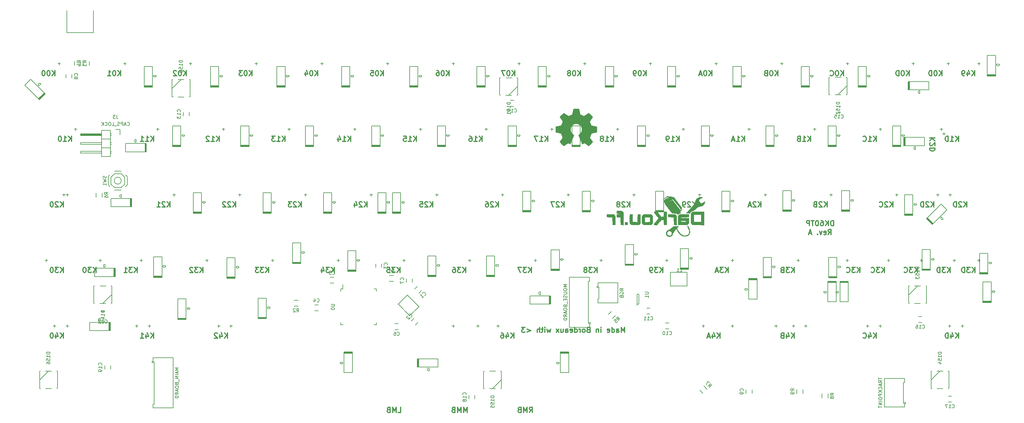
<source format=gbo>
G04 #@! TF.FileFunction,Legend,Bot*
%FSLAX46Y46*%
G04 Gerber Fmt 4.6, Leading zero omitted, Abs format (unit mm)*
G04 Created by KiCad (PCBNEW 4.0.5+dfsg1-4) date Thu Jun 29 09:06:05 2017*
%MOMM*%
%LPD*%
G01*
G04 APERTURE LIST*
%ADD10C,0.100000*%
%ADD11C,0.300000*%
%ADD12C,0.150000*%
%ADD13C,0.200000*%
%ADD14C,0.010000*%
%ADD15C,0.203200*%
%ADD16C,0.304800*%
G04 APERTURE END LIST*
D10*
D11*
X205142857Y-114178571D02*
X205142857Y-112678571D01*
X204642857Y-113750000D01*
X204142857Y-112678571D01*
X204142857Y-114178571D01*
X202785714Y-114178571D02*
X202785714Y-113392857D01*
X202857143Y-113250000D01*
X203000000Y-113178571D01*
X203285714Y-113178571D01*
X203428571Y-113250000D01*
X202785714Y-114107143D02*
X202928571Y-114178571D01*
X203285714Y-114178571D01*
X203428571Y-114107143D01*
X203500000Y-113964286D01*
X203500000Y-113821429D01*
X203428571Y-113678571D01*
X203285714Y-113607143D01*
X202928571Y-113607143D01*
X202785714Y-113535714D01*
X201428571Y-114178571D02*
X201428571Y-112678571D01*
X201428571Y-114107143D02*
X201571428Y-114178571D01*
X201857142Y-114178571D01*
X202000000Y-114107143D01*
X202071428Y-114035714D01*
X202142857Y-113892857D01*
X202142857Y-113464286D01*
X202071428Y-113321429D01*
X202000000Y-113250000D01*
X201857142Y-113178571D01*
X201571428Y-113178571D01*
X201428571Y-113250000D01*
X200142857Y-114107143D02*
X200285714Y-114178571D01*
X200571428Y-114178571D01*
X200714285Y-114107143D01*
X200785714Y-113964286D01*
X200785714Y-113392857D01*
X200714285Y-113250000D01*
X200571428Y-113178571D01*
X200285714Y-113178571D01*
X200142857Y-113250000D01*
X200071428Y-113392857D01*
X200071428Y-113535714D01*
X200785714Y-113678571D01*
X198285714Y-114178571D02*
X198285714Y-113178571D01*
X198285714Y-112678571D02*
X198357143Y-112750000D01*
X198285714Y-112821429D01*
X198214286Y-112750000D01*
X198285714Y-112678571D01*
X198285714Y-112821429D01*
X197571428Y-113178571D02*
X197571428Y-114178571D01*
X197571428Y-113321429D02*
X197500000Y-113250000D01*
X197357142Y-113178571D01*
X197142857Y-113178571D01*
X197000000Y-113250000D01*
X196928571Y-113392857D01*
X196928571Y-114178571D01*
X194571428Y-113392857D02*
X194357142Y-113464286D01*
X194285714Y-113535714D01*
X194214285Y-113678571D01*
X194214285Y-113892857D01*
X194285714Y-114035714D01*
X194357142Y-114107143D01*
X194500000Y-114178571D01*
X195071428Y-114178571D01*
X195071428Y-112678571D01*
X194571428Y-112678571D01*
X194428571Y-112750000D01*
X194357142Y-112821429D01*
X194285714Y-112964286D01*
X194285714Y-113107143D01*
X194357142Y-113250000D01*
X194428571Y-113321429D01*
X194571428Y-113392857D01*
X195071428Y-113392857D01*
X193357142Y-114178571D02*
X193500000Y-114107143D01*
X193571428Y-114035714D01*
X193642857Y-113892857D01*
X193642857Y-113464286D01*
X193571428Y-113321429D01*
X193500000Y-113250000D01*
X193357142Y-113178571D01*
X193142857Y-113178571D01*
X193000000Y-113250000D01*
X192928571Y-113321429D01*
X192857142Y-113464286D01*
X192857142Y-113892857D01*
X192928571Y-114035714D01*
X193000000Y-114107143D01*
X193142857Y-114178571D01*
X193357142Y-114178571D01*
X192214285Y-114178571D02*
X192214285Y-113178571D01*
X192214285Y-113464286D02*
X192142857Y-113321429D01*
X192071428Y-113250000D01*
X191928571Y-113178571D01*
X191785714Y-113178571D01*
X190642857Y-114178571D02*
X190642857Y-112678571D01*
X190642857Y-114107143D02*
X190785714Y-114178571D01*
X191071428Y-114178571D01*
X191214286Y-114107143D01*
X191285714Y-114035714D01*
X191357143Y-113892857D01*
X191357143Y-113464286D01*
X191285714Y-113321429D01*
X191214286Y-113250000D01*
X191071428Y-113178571D01*
X190785714Y-113178571D01*
X190642857Y-113250000D01*
X189357143Y-114107143D02*
X189500000Y-114178571D01*
X189785714Y-114178571D01*
X189928571Y-114107143D01*
X190000000Y-113964286D01*
X190000000Y-113392857D01*
X189928571Y-113250000D01*
X189785714Y-113178571D01*
X189500000Y-113178571D01*
X189357143Y-113250000D01*
X189285714Y-113392857D01*
X189285714Y-113535714D01*
X190000000Y-113678571D01*
X188000000Y-114178571D02*
X188000000Y-113392857D01*
X188071429Y-113250000D01*
X188214286Y-113178571D01*
X188500000Y-113178571D01*
X188642857Y-113250000D01*
X188000000Y-114107143D02*
X188142857Y-114178571D01*
X188500000Y-114178571D01*
X188642857Y-114107143D01*
X188714286Y-113964286D01*
X188714286Y-113821429D01*
X188642857Y-113678571D01*
X188500000Y-113607143D01*
X188142857Y-113607143D01*
X188000000Y-113535714D01*
X186642857Y-113178571D02*
X186642857Y-114178571D01*
X187285714Y-113178571D02*
X187285714Y-113964286D01*
X187214286Y-114107143D01*
X187071428Y-114178571D01*
X186857143Y-114178571D01*
X186714286Y-114107143D01*
X186642857Y-114035714D01*
X186071428Y-114178571D02*
X185285714Y-113178571D01*
X186071428Y-113178571D02*
X185285714Y-114178571D01*
X183714285Y-113178571D02*
X183428571Y-114178571D01*
X183142857Y-113464286D01*
X182857142Y-114178571D01*
X182571428Y-113178571D01*
X181999999Y-114178571D02*
X181999999Y-113178571D01*
X181999999Y-112678571D02*
X182071428Y-112750000D01*
X181999999Y-112821429D01*
X181928571Y-112750000D01*
X181999999Y-112678571D01*
X181999999Y-112821429D01*
X181499999Y-113178571D02*
X180928570Y-113178571D01*
X181285713Y-112678571D02*
X181285713Y-113964286D01*
X181214285Y-114107143D01*
X181071427Y-114178571D01*
X180928570Y-114178571D01*
X180428570Y-114178571D02*
X180428570Y-112678571D01*
X179785713Y-114178571D02*
X179785713Y-113392857D01*
X179857142Y-113250000D01*
X179999999Y-113178571D01*
X180214284Y-113178571D01*
X180357142Y-113250000D01*
X180428570Y-113321429D01*
X176785713Y-113178571D02*
X177928570Y-113607143D01*
X176785713Y-114035714D01*
X176214284Y-112678571D02*
X175285713Y-112678571D01*
X175785713Y-113250000D01*
X175571427Y-113250000D01*
X175428570Y-113321429D01*
X175357141Y-113392857D01*
X175285713Y-113535714D01*
X175285713Y-113892857D01*
X175357141Y-114035714D01*
X175428570Y-114107143D01*
X175571427Y-114178571D01*
X175999999Y-114178571D01*
X176142856Y-114107143D01*
X176214284Y-114035714D01*
X265695356Y-83201071D02*
X265695356Y-81701071D01*
X265338213Y-81701071D01*
X265123928Y-81772500D01*
X264981070Y-81915357D01*
X264909642Y-82058214D01*
X264838213Y-82343929D01*
X264838213Y-82558214D01*
X264909642Y-82843929D01*
X264981070Y-82986786D01*
X265123928Y-83129643D01*
X265338213Y-83201071D01*
X265695356Y-83201071D01*
X264195356Y-83201071D02*
X264195356Y-81701071D01*
X263338213Y-83201071D02*
X263981070Y-82343929D01*
X263338213Y-81701071D02*
X264195356Y-82558214D01*
X262052499Y-81701071D02*
X262338213Y-81701071D01*
X262481070Y-81772500D01*
X262552499Y-81843929D01*
X262695356Y-82058214D01*
X262766785Y-82343929D01*
X262766785Y-82915357D01*
X262695356Y-83058214D01*
X262623928Y-83129643D01*
X262481070Y-83201071D01*
X262195356Y-83201071D01*
X262052499Y-83129643D01*
X261981070Y-83058214D01*
X261909642Y-82915357D01*
X261909642Y-82558214D01*
X261981070Y-82415357D01*
X262052499Y-82343929D01*
X262195356Y-82272500D01*
X262481070Y-82272500D01*
X262623928Y-82343929D01*
X262695356Y-82415357D01*
X262766785Y-82558214D01*
X260981071Y-81701071D02*
X260838214Y-81701071D01*
X260695357Y-81772500D01*
X260623928Y-81843929D01*
X260552499Y-81986786D01*
X260481071Y-82272500D01*
X260481071Y-82629643D01*
X260552499Y-82915357D01*
X260623928Y-83058214D01*
X260695357Y-83129643D01*
X260838214Y-83201071D01*
X260981071Y-83201071D01*
X261123928Y-83129643D01*
X261195357Y-83058214D01*
X261266785Y-82915357D01*
X261338214Y-82629643D01*
X261338214Y-82272500D01*
X261266785Y-81986786D01*
X261195357Y-81843929D01*
X261123928Y-81772500D01*
X260981071Y-81701071D01*
X260052500Y-81701071D02*
X259195357Y-81701071D01*
X259623928Y-83201071D02*
X259623928Y-81701071D01*
X258695357Y-83201071D02*
X258695357Y-81701071D01*
X258123929Y-81701071D01*
X257981071Y-81772500D01*
X257909643Y-81843929D01*
X257838214Y-81986786D01*
X257838214Y-82201071D01*
X257909643Y-82343929D01*
X257981071Y-82415357D01*
X258123929Y-82486786D01*
X258695357Y-82486786D01*
X264123928Y-85751071D02*
X264623928Y-85036786D01*
X264981071Y-85751071D02*
X264981071Y-84251071D01*
X264409643Y-84251071D01*
X264266785Y-84322500D01*
X264195357Y-84393929D01*
X264123928Y-84536786D01*
X264123928Y-84751071D01*
X264195357Y-84893929D01*
X264266785Y-84965357D01*
X264409643Y-85036786D01*
X264981071Y-85036786D01*
X262909643Y-85679643D02*
X263052500Y-85751071D01*
X263338214Y-85751071D01*
X263481071Y-85679643D01*
X263552500Y-85536786D01*
X263552500Y-84965357D01*
X263481071Y-84822500D01*
X263338214Y-84751071D01*
X263052500Y-84751071D01*
X262909643Y-84822500D01*
X262838214Y-84965357D01*
X262838214Y-85108214D01*
X263552500Y-85251071D01*
X262338214Y-84751071D02*
X261981071Y-85751071D01*
X261623929Y-84751071D01*
X261052500Y-85608214D02*
X260981072Y-85679643D01*
X261052500Y-85751071D01*
X261123929Y-85679643D01*
X261052500Y-85608214D01*
X261052500Y-85751071D01*
X259266786Y-85322500D02*
X258552500Y-85322500D01*
X259409643Y-85751071D02*
X258909643Y-84251071D01*
X258409643Y-85751071D01*
D12*
X146166314Y-102060527D02*
X145459207Y-102767634D01*
X144257126Y-101565553D02*
X144964233Y-100858446D01*
X143257126Y-110815553D02*
X143964233Y-110108446D01*
X145166314Y-111310527D02*
X144459207Y-112017634D01*
X134637500Y-94257500D02*
X134637500Y-95257500D01*
X132937500Y-95257500D02*
X132937500Y-94257500D01*
X115250000Y-106150000D02*
X116250000Y-106150000D01*
X116250000Y-107850000D02*
X115250000Y-107850000D01*
X119750000Y-98150000D02*
X120750000Y-98150000D01*
X120750000Y-99850000D02*
X119750000Y-99850000D01*
X139500000Y-113350000D02*
X138500000Y-113350000D01*
X138500000Y-111650000D02*
X139500000Y-111650000D01*
X141861720Y-99563040D02*
X141861720Y-98563040D01*
X143561720Y-98563040D02*
X143561720Y-99563040D01*
X44850000Y-39250000D02*
X44850000Y-40250000D01*
X43150000Y-40250000D02*
X43150000Y-39250000D01*
X240361720Y-131813040D02*
X240361720Y-130813040D01*
X242061720Y-130813040D02*
X242061720Y-131813040D01*
D13*
X35325825Y-46522881D02*
X37022881Y-44825825D01*
X36828427Y-44631371D02*
X35131371Y-46328427D01*
X36916815Y-44719759D02*
X35219759Y-46416815D01*
X37111270Y-44914214D02*
X32868629Y-40671573D01*
X32868629Y-40671573D02*
X31171573Y-42368629D01*
X31171573Y-42368629D02*
X35414214Y-46611270D01*
X35414214Y-46611270D02*
X37111270Y-44914214D01*
X66325000Y-61700000D02*
X66325000Y-59300000D01*
X66050000Y-59300000D02*
X66050000Y-61700000D01*
X66175000Y-59300000D02*
X66175000Y-61700000D01*
X66450000Y-59300000D02*
X60450000Y-59300000D01*
X60450000Y-59300000D02*
X60450000Y-61700000D01*
X60450000Y-61700000D02*
X66450000Y-61700000D01*
X66450000Y-61700000D02*
X66450000Y-59300000D01*
X62075000Y-77700000D02*
X62075000Y-75300000D01*
X61800000Y-75300000D02*
X61800000Y-77700000D01*
X61925000Y-75300000D02*
X61925000Y-77700000D01*
X62200000Y-75300000D02*
X56200000Y-75300000D01*
X56200000Y-75300000D02*
X56200000Y-77700000D01*
X56200000Y-77700000D02*
X62200000Y-77700000D01*
X62200000Y-77700000D02*
X62200000Y-75300000D01*
X57325000Y-97950000D02*
X57325000Y-95550000D01*
X57050000Y-95550000D02*
X57050000Y-97950000D01*
X57175000Y-95550000D02*
X57175000Y-97950000D01*
X57450000Y-95550000D02*
X51450000Y-95550000D01*
X51450000Y-95550000D02*
X51450000Y-97950000D01*
X51450000Y-97950000D02*
X57450000Y-97950000D01*
X57450000Y-97950000D02*
X57450000Y-95550000D01*
X55896720Y-113643040D02*
X55896720Y-111243040D01*
X55621720Y-111243040D02*
X55621720Y-113643040D01*
X55746720Y-111243040D02*
X55746720Y-113643040D01*
X56021720Y-111243040D02*
X50021720Y-111243040D01*
X50021720Y-111243040D02*
X50021720Y-113643040D01*
X50021720Y-113643040D02*
X56021720Y-113643040D01*
X56021720Y-113643040D02*
X56021720Y-111243040D01*
X65800000Y-42825000D02*
X68200000Y-42825000D01*
X68200000Y-42550000D02*
X65800000Y-42550000D01*
X68200000Y-42675000D02*
X65800000Y-42675000D01*
X68200000Y-42950000D02*
X68200000Y-36950000D01*
X68200000Y-36950000D02*
X65800000Y-36950000D01*
X65800000Y-36950000D02*
X65800000Y-42950000D01*
X65800000Y-42950000D02*
X68200000Y-42950000D01*
X74050000Y-60075000D02*
X76450000Y-60075000D01*
X76450000Y-59800000D02*
X74050000Y-59800000D01*
X76450000Y-59925000D02*
X74050000Y-59925000D01*
X76450000Y-60200000D02*
X76450000Y-54200000D01*
X76450000Y-54200000D02*
X74050000Y-54200000D01*
X74050000Y-54200000D02*
X74050000Y-60200000D01*
X74050000Y-60200000D02*
X76450000Y-60200000D01*
X80028750Y-79481250D02*
X82428750Y-79481250D01*
X82428750Y-79206250D02*
X80028750Y-79206250D01*
X82428750Y-79331250D02*
X80028750Y-79331250D01*
X82428750Y-79606250D02*
X82428750Y-73606250D01*
X82428750Y-73606250D02*
X80028750Y-73606250D01*
X80028750Y-73606250D02*
X80028750Y-79606250D01*
X80028750Y-79606250D02*
X82428750Y-79606250D01*
X68550000Y-98075000D02*
X70950000Y-98075000D01*
X70950000Y-97800000D02*
X68550000Y-97800000D01*
X70950000Y-97925000D02*
X68550000Y-97925000D01*
X70950000Y-98200000D02*
X70950000Y-92200000D01*
X70950000Y-92200000D02*
X68550000Y-92200000D01*
X68550000Y-92200000D02*
X68550000Y-98200000D01*
X68550000Y-98200000D02*
X70950000Y-98200000D01*
X75550000Y-110325000D02*
X77950000Y-110325000D01*
X77950000Y-110050000D02*
X75550000Y-110050000D01*
X77950000Y-110175000D02*
X75550000Y-110175000D01*
X77950000Y-110450000D02*
X77950000Y-104450000D01*
X77950000Y-104450000D02*
X75550000Y-104450000D01*
X75550000Y-104450000D02*
X75550000Y-110450000D01*
X75550000Y-110450000D02*
X77950000Y-110450000D01*
X85050000Y-42825000D02*
X87450000Y-42825000D01*
X87450000Y-42550000D02*
X85050000Y-42550000D01*
X87450000Y-42675000D02*
X85050000Y-42675000D01*
X87450000Y-42950000D02*
X87450000Y-36950000D01*
X87450000Y-36950000D02*
X85050000Y-36950000D01*
X85050000Y-36950000D02*
X85050000Y-42950000D01*
X85050000Y-42950000D02*
X87450000Y-42950000D01*
X93800000Y-60075000D02*
X96200000Y-60075000D01*
X96200000Y-59800000D02*
X93800000Y-59800000D01*
X96200000Y-59925000D02*
X93800000Y-59925000D01*
X96200000Y-60200000D02*
X96200000Y-54200000D01*
X96200000Y-54200000D02*
X93800000Y-54200000D01*
X93800000Y-54200000D02*
X93800000Y-60200000D01*
X93800000Y-60200000D02*
X96200000Y-60200000D01*
X100278750Y-79481250D02*
X102678750Y-79481250D01*
X102678750Y-79206250D02*
X100278750Y-79206250D01*
X102678750Y-79331250D02*
X100278750Y-79331250D01*
X102678750Y-79606250D02*
X102678750Y-73606250D01*
X102678750Y-73606250D02*
X100278750Y-73606250D01*
X100278750Y-73606250D02*
X100278750Y-79606250D01*
X100278750Y-79606250D02*
X102678750Y-79606250D01*
X89800000Y-98325000D02*
X92200000Y-98325000D01*
X92200000Y-98050000D02*
X89800000Y-98050000D01*
X92200000Y-98175000D02*
X89800000Y-98175000D01*
X92200000Y-98450000D02*
X92200000Y-92450000D01*
X92200000Y-92450000D02*
X89800000Y-92450000D01*
X89800000Y-92450000D02*
X89800000Y-98450000D01*
X89800000Y-98450000D02*
X92200000Y-98450000D01*
X98837500Y-110082500D02*
X101237500Y-110082500D01*
X101237500Y-109807500D02*
X98837500Y-109807500D01*
X101237500Y-109932500D02*
X98837500Y-109932500D01*
X101237500Y-110207500D02*
X101237500Y-104207500D01*
X101237500Y-104207500D02*
X98837500Y-104207500D01*
X98837500Y-104207500D02*
X98837500Y-110207500D01*
X98837500Y-110207500D02*
X101237500Y-110207500D01*
X104300000Y-42825000D02*
X106700000Y-42825000D01*
X106700000Y-42550000D02*
X104300000Y-42550000D01*
X106700000Y-42675000D02*
X104300000Y-42675000D01*
X106700000Y-42950000D02*
X106700000Y-36950000D01*
X106700000Y-36950000D02*
X104300000Y-36950000D01*
X104300000Y-36950000D02*
X104300000Y-42950000D01*
X104300000Y-42950000D02*
X106700000Y-42950000D01*
X112550000Y-60075000D02*
X114950000Y-60075000D01*
X114950000Y-59800000D02*
X112550000Y-59800000D01*
X114950000Y-59925000D02*
X112550000Y-59925000D01*
X114950000Y-60200000D02*
X114950000Y-54200000D01*
X114950000Y-54200000D02*
X112550000Y-54200000D01*
X112550000Y-54200000D02*
X112550000Y-60200000D01*
X112550000Y-60200000D02*
X114950000Y-60200000D01*
X117778750Y-79481250D02*
X120178750Y-79481250D01*
X120178750Y-79206250D02*
X117778750Y-79206250D01*
X120178750Y-79331250D02*
X117778750Y-79331250D01*
X120178750Y-79606250D02*
X120178750Y-73606250D01*
X120178750Y-73606250D02*
X117778750Y-73606250D01*
X117778750Y-73606250D02*
X117778750Y-79606250D01*
X117778750Y-79606250D02*
X120178750Y-79606250D01*
X108800000Y-94075000D02*
X111200000Y-94075000D01*
X111200000Y-93800000D02*
X108800000Y-93800000D01*
X111200000Y-93925000D02*
X108800000Y-93925000D01*
X111200000Y-94200000D02*
X111200000Y-88200000D01*
X111200000Y-88200000D02*
X108800000Y-88200000D01*
X108800000Y-88200000D02*
X108800000Y-94200000D01*
X108800000Y-94200000D02*
X111200000Y-94200000D01*
X123050000Y-42825000D02*
X125450000Y-42825000D01*
X125450000Y-42550000D02*
X123050000Y-42550000D01*
X125450000Y-42675000D02*
X123050000Y-42675000D01*
X125450000Y-42950000D02*
X125450000Y-36950000D01*
X125450000Y-36950000D02*
X123050000Y-36950000D01*
X123050000Y-36950000D02*
X123050000Y-42950000D01*
X123050000Y-42950000D02*
X125450000Y-42950000D01*
X131800000Y-60075000D02*
X134200000Y-60075000D01*
X134200000Y-59800000D02*
X131800000Y-59800000D01*
X134200000Y-59925000D02*
X131800000Y-59925000D01*
X134200000Y-60200000D02*
X134200000Y-54200000D01*
X134200000Y-54200000D02*
X131800000Y-54200000D01*
X131800000Y-54200000D02*
X131800000Y-60200000D01*
X131800000Y-60200000D02*
X134200000Y-60200000D01*
X133528750Y-79481250D02*
X135928750Y-79481250D01*
X135928750Y-79206250D02*
X133528750Y-79206250D01*
X135928750Y-79331250D02*
X133528750Y-79331250D01*
X135928750Y-79606250D02*
X135928750Y-73606250D01*
X135928750Y-73606250D02*
X133528750Y-73606250D01*
X133528750Y-73606250D02*
X133528750Y-79606250D01*
X133528750Y-79606250D02*
X135928750Y-79606250D01*
X124800000Y-96325000D02*
X127200000Y-96325000D01*
X127200000Y-96050000D02*
X124800000Y-96050000D01*
X127200000Y-96175000D02*
X124800000Y-96175000D01*
X127200000Y-96450000D02*
X127200000Y-90450000D01*
X127200000Y-90450000D02*
X124800000Y-90450000D01*
X124800000Y-90450000D02*
X124800000Y-96450000D01*
X124800000Y-96450000D02*
X127200000Y-96450000D01*
X142800000Y-42825000D02*
X145200000Y-42825000D01*
X145200000Y-42550000D02*
X142800000Y-42550000D01*
X145200000Y-42675000D02*
X142800000Y-42675000D01*
X145200000Y-42950000D02*
X145200000Y-36950000D01*
X145200000Y-36950000D02*
X142800000Y-36950000D01*
X142800000Y-36950000D02*
X142800000Y-42950000D01*
X142800000Y-42950000D02*
X145200000Y-42950000D01*
X150800000Y-60075000D02*
X153200000Y-60075000D01*
X153200000Y-59800000D02*
X150800000Y-59800000D01*
X153200000Y-59925000D02*
X150800000Y-59925000D01*
X153200000Y-60200000D02*
X153200000Y-54200000D01*
X153200000Y-54200000D02*
X150800000Y-54200000D01*
X150800000Y-54200000D02*
X150800000Y-60200000D01*
X150800000Y-60200000D02*
X153200000Y-60200000D01*
X137778750Y-79481250D02*
X140178750Y-79481250D01*
X140178750Y-79206250D02*
X137778750Y-79206250D01*
X140178750Y-79331250D02*
X137778750Y-79331250D01*
X140178750Y-79606250D02*
X140178750Y-73606250D01*
X140178750Y-73606250D02*
X137778750Y-73606250D01*
X137778750Y-73606250D02*
X137778750Y-79606250D01*
X137778750Y-79606250D02*
X140178750Y-79606250D01*
X148050000Y-97825000D02*
X150450000Y-97825000D01*
X150450000Y-97550000D02*
X148050000Y-97550000D01*
X150450000Y-97675000D02*
X148050000Y-97675000D01*
X150450000Y-97950000D02*
X150450000Y-91950000D01*
X150450000Y-91950000D02*
X148050000Y-91950000D01*
X148050000Y-91950000D02*
X148050000Y-97950000D01*
X148050000Y-97950000D02*
X150450000Y-97950000D01*
X162300000Y-42825000D02*
X164700000Y-42825000D01*
X164700000Y-42550000D02*
X162300000Y-42550000D01*
X164700000Y-42675000D02*
X162300000Y-42675000D01*
X164700000Y-42950000D02*
X164700000Y-36950000D01*
X164700000Y-36950000D02*
X162300000Y-36950000D01*
X162300000Y-36950000D02*
X162300000Y-42950000D01*
X162300000Y-42950000D02*
X164700000Y-42950000D01*
X171337500Y-60082500D02*
X173737500Y-60082500D01*
X173737500Y-59807500D02*
X171337500Y-59807500D01*
X173737500Y-59932500D02*
X171337500Y-59932500D01*
X173737500Y-60207500D02*
X173737500Y-54207500D01*
X173737500Y-54207500D02*
X171337500Y-54207500D01*
X171337500Y-54207500D02*
X171337500Y-60207500D01*
X171337500Y-60207500D02*
X173737500Y-60207500D01*
X175550000Y-79075000D02*
X177950000Y-79075000D01*
X177950000Y-78800000D02*
X175550000Y-78800000D01*
X177950000Y-78925000D02*
X175550000Y-78925000D01*
X177950000Y-79200000D02*
X177950000Y-73200000D01*
X177950000Y-73200000D02*
X175550000Y-73200000D01*
X175550000Y-73200000D02*
X175550000Y-79200000D01*
X175550000Y-79200000D02*
X177950000Y-79200000D01*
X165050000Y-97825000D02*
X167450000Y-97825000D01*
X167450000Y-97550000D02*
X165050000Y-97550000D01*
X167450000Y-97675000D02*
X165050000Y-97675000D01*
X167450000Y-97950000D02*
X167450000Y-91950000D01*
X167450000Y-91950000D02*
X165050000Y-91950000D01*
X165050000Y-91950000D02*
X165050000Y-97950000D01*
X165050000Y-97950000D02*
X167450000Y-97950000D01*
X183575000Y-105950000D02*
X183575000Y-103550000D01*
X183300000Y-103550000D02*
X183300000Y-105950000D01*
X183425000Y-103550000D02*
X183425000Y-105950000D01*
X183700000Y-103550000D02*
X177700000Y-103550000D01*
X177700000Y-103550000D02*
X177700000Y-105950000D01*
X177700000Y-105950000D02*
X183700000Y-105950000D01*
X183700000Y-105950000D02*
X183700000Y-103550000D01*
X180050000Y-42825000D02*
X182450000Y-42825000D01*
X182450000Y-42550000D02*
X180050000Y-42550000D01*
X182450000Y-42675000D02*
X180050000Y-42675000D01*
X182450000Y-42950000D02*
X182450000Y-36950000D01*
X182450000Y-36950000D02*
X180050000Y-36950000D01*
X180050000Y-36950000D02*
X180050000Y-42950000D01*
X180050000Y-42950000D02*
X182450000Y-42950000D01*
X189837500Y-60082500D02*
X192237500Y-60082500D01*
X192237500Y-59807500D02*
X189837500Y-59807500D01*
X192237500Y-59932500D02*
X189837500Y-59932500D01*
X192237500Y-60207500D02*
X192237500Y-54207500D01*
X192237500Y-54207500D02*
X189837500Y-54207500D01*
X189837500Y-54207500D02*
X189837500Y-60207500D01*
X189837500Y-60207500D02*
X192237500Y-60207500D01*
X192800000Y-79075000D02*
X195200000Y-79075000D01*
X195200000Y-78800000D02*
X192800000Y-78800000D01*
X195200000Y-78925000D02*
X192800000Y-78925000D01*
X195200000Y-79200000D02*
X195200000Y-73200000D01*
X195200000Y-73200000D02*
X192800000Y-73200000D01*
X192800000Y-73200000D02*
X192800000Y-79200000D01*
X192800000Y-79200000D02*
X195200000Y-79200000D01*
X183800000Y-96075000D02*
X186200000Y-96075000D01*
X186200000Y-95800000D02*
X183800000Y-95800000D01*
X186200000Y-95925000D02*
X183800000Y-95925000D01*
X186200000Y-96200000D02*
X186200000Y-90200000D01*
X186200000Y-90200000D02*
X183800000Y-90200000D01*
X183800000Y-90200000D02*
X183800000Y-96200000D01*
X183800000Y-96200000D02*
X186200000Y-96200000D01*
X199550000Y-42825000D02*
X201950000Y-42825000D01*
X201950000Y-42550000D02*
X199550000Y-42550000D01*
X201950000Y-42675000D02*
X199550000Y-42675000D01*
X201950000Y-42950000D02*
X201950000Y-36950000D01*
X201950000Y-36950000D02*
X199550000Y-36950000D01*
X199550000Y-36950000D02*
X199550000Y-42950000D01*
X199550000Y-42950000D02*
X201950000Y-42950000D01*
X208837500Y-60082500D02*
X211237500Y-60082500D01*
X211237500Y-59807500D02*
X208837500Y-59807500D01*
X211237500Y-59932500D02*
X208837500Y-59932500D01*
X211237500Y-60207500D02*
X211237500Y-54207500D01*
X211237500Y-54207500D02*
X208837500Y-54207500D01*
X208837500Y-54207500D02*
X208837500Y-60207500D01*
X208837500Y-60207500D02*
X211237500Y-60207500D01*
X214050000Y-79075000D02*
X216450000Y-79075000D01*
X216450000Y-78800000D02*
X214050000Y-78800000D01*
X216450000Y-78925000D02*
X214050000Y-78925000D01*
X216450000Y-79200000D02*
X216450000Y-73200000D01*
X216450000Y-73200000D02*
X214050000Y-73200000D01*
X214050000Y-73200000D02*
X214050000Y-79200000D01*
X214050000Y-79200000D02*
X216450000Y-79200000D01*
X205300000Y-94575000D02*
X207700000Y-94575000D01*
X207700000Y-94300000D02*
X205300000Y-94300000D01*
X207700000Y-94425000D02*
X205300000Y-94425000D01*
X207700000Y-94700000D02*
X207700000Y-88700000D01*
X207700000Y-88700000D02*
X205300000Y-88700000D01*
X205300000Y-88700000D02*
X205300000Y-94700000D01*
X205300000Y-94700000D02*
X207700000Y-94700000D01*
X217550000Y-42825000D02*
X219950000Y-42825000D01*
X219950000Y-42550000D02*
X217550000Y-42550000D01*
X219950000Y-42675000D02*
X217550000Y-42675000D01*
X219950000Y-42950000D02*
X219950000Y-36950000D01*
X219950000Y-36950000D02*
X217550000Y-36950000D01*
X217550000Y-36950000D02*
X217550000Y-42950000D01*
X217550000Y-42950000D02*
X219950000Y-42950000D01*
X227337500Y-60082500D02*
X229737500Y-60082500D01*
X229737500Y-59807500D02*
X227337500Y-59807500D01*
X229737500Y-59932500D02*
X227337500Y-59932500D01*
X229737500Y-60207500D02*
X229737500Y-54207500D01*
X229737500Y-54207500D02*
X227337500Y-54207500D01*
X227337500Y-54207500D02*
X227337500Y-60207500D01*
X227337500Y-60207500D02*
X229737500Y-60207500D01*
X233300000Y-79075000D02*
X235700000Y-79075000D01*
X235700000Y-78800000D02*
X233300000Y-78800000D01*
X235700000Y-78925000D02*
X233300000Y-78925000D01*
X235700000Y-79200000D02*
X235700000Y-73200000D01*
X235700000Y-73200000D02*
X233300000Y-73200000D01*
X233300000Y-73200000D02*
X233300000Y-79200000D01*
X233300000Y-79200000D02*
X235700000Y-79200000D01*
X221278750Y-95731250D02*
X223678750Y-95731250D01*
X223678750Y-95456250D02*
X221278750Y-95456250D01*
X223678750Y-95581250D02*
X221278750Y-95581250D01*
X223678750Y-95856250D02*
X223678750Y-89856250D01*
X223678750Y-89856250D02*
X221278750Y-89856250D01*
X221278750Y-89856250D02*
X221278750Y-95856250D01*
X221278750Y-95856250D02*
X223678750Y-95856250D01*
X310300000Y-39575000D02*
X312700000Y-39575000D01*
X312700000Y-39300000D02*
X310300000Y-39300000D01*
X312700000Y-39425000D02*
X310300000Y-39425000D01*
X312700000Y-39700000D02*
X312700000Y-33700000D01*
X312700000Y-33700000D02*
X310300000Y-33700000D01*
X310300000Y-33700000D02*
X310300000Y-39700000D01*
X310300000Y-39700000D02*
X312700000Y-39700000D01*
X236550000Y-42825000D02*
X238950000Y-42825000D01*
X238950000Y-42550000D02*
X236550000Y-42550000D01*
X238950000Y-42675000D02*
X236550000Y-42675000D01*
X238950000Y-42950000D02*
X238950000Y-36950000D01*
X238950000Y-36950000D02*
X236550000Y-36950000D01*
X236550000Y-36950000D02*
X236550000Y-42950000D01*
X236550000Y-42950000D02*
X238950000Y-42950000D01*
X246087500Y-60082500D02*
X248487500Y-60082500D01*
X248487500Y-59807500D02*
X246087500Y-59807500D01*
X248487500Y-59932500D02*
X246087500Y-59932500D01*
X248487500Y-60207500D02*
X248487500Y-54207500D01*
X248487500Y-54207500D02*
X246087500Y-54207500D01*
X246087500Y-54207500D02*
X246087500Y-60207500D01*
X246087500Y-60207500D02*
X248487500Y-60207500D01*
X251011720Y-78888040D02*
X253411720Y-78888040D01*
X253411720Y-78613040D02*
X251011720Y-78613040D01*
X253411720Y-78738040D02*
X251011720Y-78738040D01*
X253411720Y-79013040D02*
X253411720Y-73013040D01*
X253411720Y-73013040D02*
X251011720Y-73013040D01*
X251011720Y-73013040D02*
X251011720Y-79013040D01*
X251011720Y-79013040D02*
X253411720Y-79013040D01*
X245278750Y-98231250D02*
X247678750Y-98231250D01*
X247678750Y-97956250D02*
X245278750Y-97956250D01*
X247678750Y-98081250D02*
X245278750Y-98081250D01*
X247678750Y-98356250D02*
X247678750Y-92356250D01*
X247678750Y-92356250D02*
X245278750Y-92356250D01*
X245278750Y-92356250D02*
X245278750Y-98356250D01*
X245278750Y-98356250D02*
X247678750Y-98356250D01*
X243521720Y-98618040D02*
X241121720Y-98618040D01*
X241121720Y-98893040D02*
X243521720Y-98893040D01*
X241121720Y-98768040D02*
X243521720Y-98768040D01*
X241121720Y-98493040D02*
X241121720Y-104493040D01*
X241121720Y-104493040D02*
X243521720Y-104493040D01*
X243521720Y-104493040D02*
X243521720Y-98493040D01*
X243521720Y-98493040D02*
X241121720Y-98493040D01*
X256300000Y-42825000D02*
X258700000Y-42825000D01*
X258700000Y-42550000D02*
X256300000Y-42550000D01*
X258700000Y-42675000D02*
X256300000Y-42675000D01*
X258700000Y-42950000D02*
X258700000Y-36950000D01*
X258700000Y-36950000D02*
X256300000Y-36950000D01*
X256300000Y-36950000D02*
X256300000Y-42950000D01*
X256300000Y-42950000D02*
X258700000Y-42950000D01*
X264087500Y-60082500D02*
X266487500Y-60082500D01*
X266487500Y-59807500D02*
X264087500Y-59807500D01*
X266487500Y-59932500D02*
X264087500Y-59932500D01*
X266487500Y-60207500D02*
X266487500Y-54207500D01*
X266487500Y-54207500D02*
X264087500Y-54207500D01*
X264087500Y-54207500D02*
X264087500Y-60207500D01*
X264087500Y-60207500D02*
X266487500Y-60207500D01*
X268011720Y-78888040D02*
X270411720Y-78888040D01*
X270411720Y-78613040D02*
X268011720Y-78613040D01*
X270411720Y-78738040D02*
X268011720Y-78738040D01*
X270411720Y-79013040D02*
X270411720Y-73013040D01*
X270411720Y-73013040D02*
X268011720Y-73013040D01*
X268011720Y-73013040D02*
X268011720Y-79013040D01*
X268011720Y-79013040D02*
X270411720Y-79013040D01*
X264278750Y-98231250D02*
X266678750Y-98231250D01*
X266678750Y-97956250D02*
X264278750Y-97956250D01*
X266678750Y-98081250D02*
X264278750Y-98081250D01*
X266678750Y-98356250D02*
X266678750Y-92356250D01*
X266678750Y-92356250D02*
X264278750Y-92356250D01*
X264278750Y-92356250D02*
X264278750Y-98356250D01*
X264278750Y-98356250D02*
X266678750Y-98356250D01*
X266450000Y-99425000D02*
X264050000Y-99425000D01*
X264050000Y-99700000D02*
X266450000Y-99700000D01*
X264050000Y-99575000D02*
X266450000Y-99575000D01*
X264050000Y-99300000D02*
X264050000Y-105300000D01*
X264050000Y-105300000D02*
X266450000Y-105300000D01*
X266450000Y-105300000D02*
X266450000Y-99300000D01*
X266450000Y-99300000D02*
X264050000Y-99300000D01*
X272800000Y-42825000D02*
X275200000Y-42825000D01*
X275200000Y-42550000D02*
X272800000Y-42550000D01*
X275200000Y-42675000D02*
X272800000Y-42675000D01*
X275200000Y-42950000D02*
X275200000Y-36950000D01*
X275200000Y-36950000D02*
X272800000Y-36950000D01*
X272800000Y-36950000D02*
X272800000Y-42950000D01*
X272800000Y-42950000D02*
X275200000Y-42950000D01*
X282800000Y-60075000D02*
X285200000Y-60075000D01*
X285200000Y-59800000D02*
X282800000Y-59800000D01*
X285200000Y-59925000D02*
X282800000Y-59925000D01*
X285200000Y-60200000D02*
X285200000Y-54200000D01*
X285200000Y-54200000D02*
X282800000Y-54200000D01*
X282800000Y-54200000D02*
X282800000Y-60200000D01*
X282800000Y-60200000D02*
X285200000Y-60200000D01*
X286300000Y-80075000D02*
X288700000Y-80075000D01*
X288700000Y-79800000D02*
X286300000Y-79800000D01*
X288700000Y-79925000D02*
X286300000Y-79925000D01*
X288700000Y-80200000D02*
X288700000Y-74200000D01*
X288700000Y-74200000D02*
X286300000Y-74200000D01*
X286300000Y-74200000D02*
X286300000Y-80200000D01*
X286300000Y-80200000D02*
X288700000Y-80200000D01*
X291371720Y-96018040D02*
X293771720Y-96018040D01*
X293771720Y-95743040D02*
X291371720Y-95743040D01*
X293771720Y-95868040D02*
X291371720Y-95868040D01*
X293771720Y-96143040D02*
X293771720Y-90143040D01*
X293771720Y-90143040D02*
X291371720Y-90143040D01*
X291371720Y-90143040D02*
X291371720Y-96143040D01*
X291371720Y-96143040D02*
X293771720Y-96143040D01*
X269950000Y-99425000D02*
X267550000Y-99425000D01*
X267550000Y-99700000D02*
X269950000Y-99700000D01*
X267550000Y-99575000D02*
X269950000Y-99575000D01*
X267550000Y-99300000D02*
X267550000Y-105300000D01*
X267550000Y-105300000D02*
X269950000Y-105300000D01*
X269950000Y-105300000D02*
X269950000Y-99300000D01*
X269950000Y-99300000D02*
X267550000Y-99300000D01*
X287425000Y-41300000D02*
X287425000Y-43700000D01*
X287700000Y-43700000D02*
X287700000Y-41300000D01*
X287575000Y-43700000D02*
X287575000Y-41300000D01*
X287300000Y-43700000D02*
X293300000Y-43700000D01*
X293300000Y-43700000D02*
X293300000Y-41300000D01*
X293300000Y-41300000D02*
X287300000Y-41300000D01*
X287300000Y-41300000D02*
X287300000Y-43700000D01*
X286175000Y-57550000D02*
X286175000Y-59950000D01*
X286450000Y-59950000D02*
X286450000Y-57550000D01*
X286325000Y-59950000D02*
X286325000Y-57550000D01*
X286050000Y-59950000D02*
X292050000Y-59950000D01*
X292050000Y-59950000D02*
X292050000Y-57550000D01*
X292050000Y-57550000D02*
X286050000Y-57550000D01*
X286050000Y-57550000D02*
X286050000Y-59950000D01*
X292727119Y-81075825D02*
X294424175Y-82772881D01*
X294618629Y-82578427D02*
X292921573Y-80881371D01*
X294530241Y-82666815D02*
X292833185Y-80969759D01*
X294335786Y-82861270D02*
X298578427Y-78618629D01*
X298578427Y-78618629D02*
X296881371Y-76921573D01*
X296881371Y-76921573D02*
X292638730Y-81164214D01*
X292638730Y-81164214D02*
X294335786Y-82861270D01*
X308050000Y-97075000D02*
X310450000Y-97075000D01*
X310450000Y-96800000D02*
X308050000Y-96800000D01*
X310450000Y-96925000D02*
X308050000Y-96925000D01*
X310450000Y-97200000D02*
X310450000Y-91200000D01*
X310450000Y-91200000D02*
X308050000Y-91200000D01*
X308050000Y-91200000D02*
X308050000Y-97200000D01*
X308050000Y-97200000D02*
X310450000Y-97200000D01*
X309011720Y-105388040D02*
X311411720Y-105388040D01*
X311411720Y-105113040D02*
X309011720Y-105113040D01*
X311411720Y-105238040D02*
X309011720Y-105238040D01*
X311411720Y-105513040D02*
X311411720Y-99513040D01*
X311411720Y-99513040D02*
X309011720Y-99513040D01*
X309011720Y-99513040D02*
X309011720Y-105513040D01*
X309011720Y-105513040D02*
X311411720Y-105513040D01*
X51100000Y-27150000D02*
X51100000Y-20650000D01*
X43400000Y-27150000D02*
X43400000Y-20650000D01*
X43400000Y-27150000D02*
X51100000Y-27150000D01*
D12*
X136900000Y-99375000D02*
X138100000Y-99375000D01*
X138100000Y-97625000D02*
X136900000Y-97625000D01*
X110421720Y-104818040D02*
X109221720Y-104818040D01*
X109221720Y-106568040D02*
X110421720Y-106568040D01*
X45625000Y-35400000D02*
X45625000Y-36600000D01*
X47375000Y-36600000D02*
X47375000Y-35400000D01*
X49875000Y-36600000D02*
X49875000Y-35400000D01*
X48125000Y-35400000D02*
X48125000Y-36600000D01*
X51875000Y-73650000D02*
X51875000Y-74850000D01*
X53625000Y-74850000D02*
X53625000Y-73650000D01*
X226918737Y-131007494D02*
X227767266Y-131856023D01*
X229004703Y-130618586D02*
X228156174Y-129770057D01*
X262336720Y-131963040D02*
X262336720Y-133163040D01*
X264086720Y-133163040D02*
X264086720Y-131963040D01*
X256836720Y-131913040D02*
X256836720Y-130713040D01*
X255086720Y-130713040D02*
X255086720Y-131913040D01*
X60450000Y-68400000D02*
X60900000Y-68850000D01*
X60450000Y-71800000D02*
X60900000Y-71350000D01*
X55850000Y-71800000D02*
X55400000Y-71350000D01*
X55850000Y-68400000D02*
X55400000Y-68850000D01*
X57150000Y-68100000D02*
X56150000Y-69100000D01*
X56150000Y-69100000D02*
X56150000Y-71100000D01*
X56150000Y-71100000D02*
X57150000Y-72100000D01*
X57150000Y-72100000D02*
X59150000Y-72100000D01*
X59150000Y-72100000D02*
X60150000Y-71100000D01*
X60150000Y-71100000D02*
X60150000Y-69100000D01*
X60150000Y-69100000D02*
X59150000Y-68100000D01*
X59150000Y-68100000D02*
X57150000Y-68100000D01*
X57150000Y-72850000D02*
X59150000Y-72850000D01*
X60900000Y-68850000D02*
X60900000Y-71350000D01*
X57150000Y-67350000D02*
X59150000Y-67350000D01*
X55400000Y-68850000D02*
X55400000Y-71350000D01*
X59150000Y-70100000D02*
G75*
G03X59150000Y-70100000I-1000000J0D01*
G01*
X122825000Y-101575000D02*
X123400000Y-101575000D01*
X122825000Y-111925000D02*
X123500000Y-111925000D01*
X133175000Y-111925000D02*
X132500000Y-111925000D01*
X133175000Y-101575000D02*
X132500000Y-101575000D01*
X122825000Y-101575000D02*
X122825000Y-102250000D01*
X133175000Y-101575000D02*
X133175000Y-102250000D01*
X133175000Y-111925000D02*
X133175000Y-111250000D01*
X122825000Y-111925000D02*
X122825000Y-111250000D01*
X123400000Y-101575000D02*
X123400000Y-100300000D01*
D13*
X142108167Y-103307836D02*
X139456516Y-105959487D01*
X139456516Y-105959487D02*
X142815273Y-109318244D01*
X142815273Y-109318244D02*
X145466924Y-106666593D01*
X145466924Y-106666593D02*
X142108167Y-103307836D01*
D12*
X217961720Y-113163040D02*
X216961720Y-113163040D01*
X216961720Y-111463040D02*
X217961720Y-111463040D01*
X212500000Y-108850000D02*
X211500000Y-108850000D01*
X211500000Y-107150000D02*
X212500000Y-107150000D01*
X218421720Y-96693040D02*
X218421720Y-100693040D01*
X223221720Y-96693040D02*
X218421720Y-96693040D01*
X223221720Y-100693040D02*
X223221720Y-96693040D01*
X218421720Y-100693040D02*
X223221720Y-100693040D01*
X201267266Y-108020057D02*
X200418737Y-108868586D01*
X201656174Y-110106023D02*
X202504703Y-109257494D01*
X208800000Y-106200000D02*
G75*
G03X208800000Y-106200000I-100000J0D01*
G01*
X209250000Y-105950000D02*
X208750000Y-105950000D01*
X209250000Y-103050000D02*
X209250000Y-105950000D01*
X208750000Y-103050000D02*
X209250000Y-103050000D01*
X208750000Y-105950000D02*
X208750000Y-103050000D01*
D14*
G36*
X219654169Y-83341009D02*
X219479477Y-83344768D01*
X219362484Y-83351274D01*
X219328207Y-83356097D01*
X219254286Y-83395711D01*
X219140051Y-83481285D01*
X219004250Y-83598118D01*
X218926041Y-83671456D01*
X218687362Y-83881289D01*
X218423503Y-84077803D01*
X218157058Y-84246087D01*
X217910621Y-84371226D01*
X217803315Y-84412509D01*
X217546827Y-84536830D01*
X217343509Y-84713782D01*
X217197351Y-84930092D01*
X217112339Y-85172487D01*
X217092461Y-85427691D01*
X217141705Y-85682431D01*
X217264059Y-85923435D01*
X217325548Y-86002850D01*
X217535945Y-86187268D01*
X217783731Y-86302088D01*
X218054426Y-86344633D01*
X218333554Y-86312226D01*
X218554233Y-86230023D01*
X218693908Y-86149662D01*
X218805266Y-86054921D01*
X218901424Y-85928800D01*
X218995495Y-85754304D01*
X219093896Y-85530603D01*
X219193928Y-85302701D01*
X219245583Y-85200582D01*
X218772326Y-85200582D01*
X218770453Y-85322265D01*
X218763768Y-85420838D01*
X218749876Y-85579067D01*
X218727633Y-85681219D01*
X218684172Y-85755762D01*
X218606624Y-85831165D01*
X218560752Y-85869974D01*
X218356393Y-86012006D01*
X218165416Y-86077541D01*
X217971166Y-86069241D01*
X217770316Y-85996306D01*
X217574336Y-85861536D01*
X217444402Y-85688564D01*
X217380073Y-85491608D01*
X217380908Y-85284886D01*
X217446465Y-85082616D01*
X217576303Y-84899015D01*
X217769981Y-84748301D01*
X217809731Y-84726713D01*
X218021304Y-84658017D01*
X218227550Y-84672583D01*
X218430228Y-84770883D01*
X218624508Y-84946053D01*
X218707994Y-85041932D01*
X218754386Y-85116956D01*
X218772326Y-85200582D01*
X219245583Y-85200582D01*
X219297982Y-85096995D01*
X219414923Y-84901347D01*
X219553613Y-84703617D01*
X219722916Y-84491667D01*
X219931696Y-84253358D01*
X220188814Y-83976553D01*
X220357894Y-83799500D01*
X220785334Y-83355000D01*
X220108000Y-83342898D01*
X219869397Y-83340289D01*
X219654169Y-83341009D01*
X219654169Y-83341009D01*
G37*
X219654169Y-83341009D02*
X219479477Y-83344768D01*
X219362484Y-83351274D01*
X219328207Y-83356097D01*
X219254286Y-83395711D01*
X219140051Y-83481285D01*
X219004250Y-83598118D01*
X218926041Y-83671456D01*
X218687362Y-83881289D01*
X218423503Y-84077803D01*
X218157058Y-84246087D01*
X217910621Y-84371226D01*
X217803315Y-84412509D01*
X217546827Y-84536830D01*
X217343509Y-84713782D01*
X217197351Y-84930092D01*
X217112339Y-85172487D01*
X217092461Y-85427691D01*
X217141705Y-85682431D01*
X217264059Y-85923435D01*
X217325548Y-86002850D01*
X217535945Y-86187268D01*
X217783731Y-86302088D01*
X218054426Y-86344633D01*
X218333554Y-86312226D01*
X218554233Y-86230023D01*
X218693908Y-86149662D01*
X218805266Y-86054921D01*
X218901424Y-85928800D01*
X218995495Y-85754304D01*
X219093896Y-85530603D01*
X219193928Y-85302701D01*
X219245583Y-85200582D01*
X218772326Y-85200582D01*
X218770453Y-85322265D01*
X218763768Y-85420838D01*
X218749876Y-85579067D01*
X218727633Y-85681219D01*
X218684172Y-85755762D01*
X218606624Y-85831165D01*
X218560752Y-85869974D01*
X218356393Y-86012006D01*
X218165416Y-86077541D01*
X217971166Y-86069241D01*
X217770316Y-85996306D01*
X217574336Y-85861536D01*
X217444402Y-85688564D01*
X217380073Y-85491608D01*
X217380908Y-85284886D01*
X217446465Y-85082616D01*
X217576303Y-84899015D01*
X217769981Y-84748301D01*
X217809731Y-84726713D01*
X218021304Y-84658017D01*
X218227550Y-84672583D01*
X218430228Y-84770883D01*
X218624508Y-84946053D01*
X218707994Y-85041932D01*
X218754386Y-85116956D01*
X218772326Y-85200582D01*
X219245583Y-85200582D01*
X219297982Y-85096995D01*
X219414923Y-84901347D01*
X219553613Y-84703617D01*
X219722916Y-84491667D01*
X219931696Y-84253358D01*
X220188814Y-83976553D01*
X220357894Y-83799500D01*
X220785334Y-83355000D01*
X220108000Y-83342898D01*
X219869397Y-83340289D01*
X219654169Y-83341009D01*
G36*
X223292799Y-83217450D02*
X223270430Y-83226956D01*
X223281589Y-83267888D01*
X223321824Y-83368183D01*
X223384015Y-83510664D01*
X223429270Y-83610046D01*
X223581512Y-83968616D01*
X223705078Y-84318835D01*
X223792936Y-84638923D01*
X223832975Y-84860182D01*
X223840438Y-85130775D01*
X223784233Y-85358288D01*
X223657781Y-85562165D01*
X223559906Y-85667407D01*
X223305726Y-85856868D01*
X223009587Y-85981858D01*
X222686521Y-86040523D01*
X222351561Y-86031006D01*
X222019736Y-85951453D01*
X221847362Y-85878825D01*
X221530591Y-85680718D01*
X221222072Y-85405073D01*
X220928040Y-85058996D01*
X220654732Y-84649589D01*
X220468226Y-84307500D01*
X220389786Y-84150986D01*
X220338899Y-84058502D01*
X220304174Y-84018898D01*
X220274222Y-84021023D01*
X220237652Y-84053729D01*
X220223544Y-84067980D01*
X220192181Y-84106317D01*
X220182723Y-84150849D01*
X220199540Y-84218438D01*
X220247001Y-84325944D01*
X220329473Y-84490230D01*
X220336496Y-84503951D01*
X220621085Y-84992861D01*
X220935644Y-85407719D01*
X221278150Y-85746314D01*
X221646580Y-86006438D01*
X221774443Y-86075147D01*
X221938750Y-86152455D01*
X222073112Y-86200317D01*
X222211353Y-86226902D01*
X222387298Y-86240377D01*
X222472943Y-86243825D01*
X222688320Y-86246589D01*
X222854362Y-86234198D01*
X223005714Y-86202261D01*
X223140921Y-86159193D01*
X223456688Y-86021923D01*
X223698121Y-85853591D01*
X223872113Y-85647025D01*
X223985558Y-85395052D01*
X224023469Y-85240755D01*
X224041384Y-84971240D01*
X224006106Y-84650683D01*
X223920577Y-84291425D01*
X223787741Y-83905807D01*
X223610541Y-83506167D01*
X223609061Y-83503166D01*
X223525575Y-83342517D01*
X223463418Y-83247363D01*
X223412219Y-83204691D01*
X223367667Y-83200274D01*
X223292799Y-83217450D01*
X223292799Y-83217450D01*
G37*
X223292799Y-83217450D02*
X223270430Y-83226956D01*
X223281589Y-83267888D01*
X223321824Y-83368183D01*
X223384015Y-83510664D01*
X223429270Y-83610046D01*
X223581512Y-83968616D01*
X223705078Y-84318835D01*
X223792936Y-84638923D01*
X223832975Y-84860182D01*
X223840438Y-85130775D01*
X223784233Y-85358288D01*
X223657781Y-85562165D01*
X223559906Y-85667407D01*
X223305726Y-85856868D01*
X223009587Y-85981858D01*
X222686521Y-86040523D01*
X222351561Y-86031006D01*
X222019736Y-85951453D01*
X221847362Y-85878825D01*
X221530591Y-85680718D01*
X221222072Y-85405073D01*
X220928040Y-85058996D01*
X220654732Y-84649589D01*
X220468226Y-84307500D01*
X220389786Y-84150986D01*
X220338899Y-84058502D01*
X220304174Y-84018898D01*
X220274222Y-84021023D01*
X220237652Y-84053729D01*
X220223544Y-84067980D01*
X220192181Y-84106317D01*
X220182723Y-84150849D01*
X220199540Y-84218438D01*
X220247001Y-84325944D01*
X220329473Y-84490230D01*
X220336496Y-84503951D01*
X220621085Y-84992861D01*
X220935644Y-85407719D01*
X221278150Y-85746314D01*
X221646580Y-86006438D01*
X221774443Y-86075147D01*
X221938750Y-86152455D01*
X222073112Y-86200317D01*
X222211353Y-86226902D01*
X222387298Y-86240377D01*
X222472943Y-86243825D01*
X222688320Y-86246589D01*
X222854362Y-86234198D01*
X223005714Y-86202261D01*
X223140921Y-86159193D01*
X223456688Y-86021923D01*
X223698121Y-85853591D01*
X223872113Y-85647025D01*
X223985558Y-85395052D01*
X224023469Y-85240755D01*
X224041384Y-84971240D01*
X224006106Y-84650683D01*
X223920577Y-84291425D01*
X223787741Y-83905807D01*
X223610541Y-83506167D01*
X223609061Y-83503166D01*
X223525575Y-83342517D01*
X223463418Y-83247363D01*
X223412219Y-83204691D01*
X223367667Y-83200274D01*
X223292799Y-83217450D01*
G36*
X225495259Y-79107262D02*
X225261074Y-79113032D01*
X225077045Y-79123315D01*
X224934548Y-79138904D01*
X224824957Y-79160592D01*
X224739648Y-79189169D01*
X224669995Y-79225429D01*
X224607374Y-79270163D01*
X224579116Y-79293331D01*
X224510474Y-79355468D01*
X224454953Y-79420742D01*
X224411274Y-79498359D01*
X224378158Y-79597528D01*
X224354325Y-79727456D01*
X224338495Y-79897350D01*
X224329390Y-80116417D01*
X224325731Y-80393865D01*
X224326237Y-80738902D01*
X224328999Y-81093458D01*
X224341334Y-82430033D01*
X224453973Y-82600150D01*
X224507951Y-82679519D01*
X224560560Y-82745075D01*
X224620108Y-82798207D01*
X224694903Y-82840305D01*
X224793253Y-82872760D01*
X224923467Y-82896961D01*
X225093853Y-82914300D01*
X225312718Y-82926167D01*
X225588373Y-82933951D01*
X225929124Y-82939043D01*
X226343280Y-82942833D01*
X226509639Y-82944129D01*
X228127611Y-82956592D01*
X228151231Y-82859462D01*
X228155967Y-82797515D01*
X228159845Y-82660174D01*
X228162808Y-82456705D01*
X228164798Y-82196378D01*
X228165759Y-81888459D01*
X228165632Y-81542218D01*
X228164361Y-81166921D01*
X228163093Y-80942000D01*
X228156677Y-79948779D01*
X227325834Y-79948779D01*
X227325834Y-80999250D01*
X227324713Y-81289379D01*
X227321561Y-81551125D01*
X227316695Y-81772690D01*
X227310431Y-81942275D01*
X227303085Y-82048081D01*
X227296889Y-82078667D01*
X227248220Y-82086226D01*
X227126758Y-82092136D01*
X226944362Y-82096203D01*
X226712893Y-82098229D01*
X226444212Y-82098020D01*
X226227972Y-82096305D01*
X225188000Y-82085000D01*
X225188000Y-79926000D01*
X226161667Y-79914056D01*
X226445525Y-79911611D01*
X226705214Y-79911334D01*
X226927326Y-79913080D01*
X227098458Y-79916707D01*
X227205203Y-79922073D01*
X227230584Y-79925446D01*
X227325834Y-79948779D01*
X228156677Y-79948779D01*
X228151334Y-79121666D01*
X226585000Y-79109116D01*
X226148597Y-79106096D01*
X225788225Y-79105215D01*
X225495259Y-79107262D01*
X225495259Y-79107262D01*
G37*
X225495259Y-79107262D02*
X225261074Y-79113032D01*
X225077045Y-79123315D01*
X224934548Y-79138904D01*
X224824957Y-79160592D01*
X224739648Y-79189169D01*
X224669995Y-79225429D01*
X224607374Y-79270163D01*
X224579116Y-79293331D01*
X224510474Y-79355468D01*
X224454953Y-79420742D01*
X224411274Y-79498359D01*
X224378158Y-79597528D01*
X224354325Y-79727456D01*
X224338495Y-79897350D01*
X224329390Y-80116417D01*
X224325731Y-80393865D01*
X224326237Y-80738902D01*
X224328999Y-81093458D01*
X224341334Y-82430033D01*
X224453973Y-82600150D01*
X224507951Y-82679519D01*
X224560560Y-82745075D01*
X224620108Y-82798207D01*
X224694903Y-82840305D01*
X224793253Y-82872760D01*
X224923467Y-82896961D01*
X225093853Y-82914300D01*
X225312718Y-82926167D01*
X225588373Y-82933951D01*
X225929124Y-82939043D01*
X226343280Y-82942833D01*
X226509639Y-82944129D01*
X228127611Y-82956592D01*
X228151231Y-82859462D01*
X228155967Y-82797515D01*
X228159845Y-82660174D01*
X228162808Y-82456705D01*
X228164798Y-82196378D01*
X228165759Y-81888459D01*
X228165632Y-81542218D01*
X228164361Y-81166921D01*
X228163093Y-80942000D01*
X228156677Y-79948779D01*
X227325834Y-79948779D01*
X227325834Y-80999250D01*
X227324713Y-81289379D01*
X227321561Y-81551125D01*
X227316695Y-81772690D01*
X227310431Y-81942275D01*
X227303085Y-82048081D01*
X227296889Y-82078667D01*
X227248220Y-82086226D01*
X227126758Y-82092136D01*
X226944362Y-82096203D01*
X226712893Y-82098229D01*
X226444212Y-82098020D01*
X226227972Y-82096305D01*
X225188000Y-82085000D01*
X225188000Y-79926000D01*
X226161667Y-79914056D01*
X226445525Y-79911611D01*
X226705214Y-79911334D01*
X226927326Y-79913080D01*
X227098458Y-79916707D01*
X227205203Y-79922073D01*
X227230584Y-79925446D01*
X227325834Y-79948779D01*
X228156677Y-79948779D01*
X228151334Y-79121666D01*
X226585000Y-79109116D01*
X226148597Y-79106096D01*
X225788225Y-79105215D01*
X225495259Y-79107262D01*
G36*
X220978807Y-79947166D02*
X220788792Y-80099773D01*
X220692439Y-80240743D01*
X220664177Y-80296356D01*
X220641987Y-80350404D01*
X220625238Y-80413246D01*
X220613299Y-80495241D01*
X220605540Y-80606746D01*
X220601331Y-80758119D01*
X220600039Y-80959720D01*
X220601035Y-81221906D01*
X220603688Y-81555037D01*
X220604799Y-81680076D01*
X220616000Y-82931666D01*
X221843667Y-82940720D01*
X222227180Y-82942599D01*
X222534928Y-82941768D01*
X222775779Y-82937915D01*
X222958600Y-82930729D01*
X223092260Y-82919897D01*
X223185625Y-82905107D01*
X223232886Y-82891828D01*
X223424492Y-82796366D01*
X223565537Y-82656184D01*
X223647339Y-82520603D01*
X223677855Y-82450348D01*
X223699645Y-82368132D01*
X223714106Y-82259013D01*
X223722635Y-82108052D01*
X223726084Y-81928558D01*
X222921692Y-81928558D01*
X222913311Y-82031300D01*
X222893980Y-82078909D01*
X222843992Y-82087865D01*
X222723828Y-82094349D01*
X222547951Y-82098021D01*
X222330826Y-82098541D01*
X222142563Y-82096548D01*
X221420334Y-82085000D01*
X221420334Y-81704000D01*
X222136849Y-81692359D01*
X222417347Y-81689431D01*
X222622907Y-81691444D01*
X222763142Y-81698941D01*
X222847668Y-81712463D01*
X222886097Y-81732552D01*
X222887617Y-81734692D01*
X222912877Y-81816123D01*
X222921692Y-81928558D01*
X223726084Y-81928558D01*
X223726628Y-81900307D01*
X223727500Y-81663353D01*
X223727500Y-80963166D01*
X222610851Y-80963166D01*
X222268673Y-80962605D01*
X222001483Y-80960553D01*
X221799608Y-80956457D01*
X221653375Y-80949764D01*
X221553110Y-80939920D01*
X221489141Y-80926372D01*
X221451793Y-80908568D01*
X221438556Y-80896118D01*
X221405784Y-80814670D01*
X221427358Y-80758534D01*
X221449245Y-80736883D01*
X221490980Y-80719592D01*
X221562204Y-80705900D01*
X221672557Y-80695047D01*
X221831682Y-80686271D01*
X222049218Y-80678812D01*
X222334808Y-80671908D01*
X222589069Y-80666833D01*
X223706334Y-80645666D01*
X223706334Y-79841333D01*
X221166334Y-79841333D01*
X220978807Y-79947166D01*
X220978807Y-79947166D01*
G37*
X220978807Y-79947166D02*
X220788792Y-80099773D01*
X220692439Y-80240743D01*
X220664177Y-80296356D01*
X220641987Y-80350404D01*
X220625238Y-80413246D01*
X220613299Y-80495241D01*
X220605540Y-80606746D01*
X220601331Y-80758119D01*
X220600039Y-80959720D01*
X220601035Y-81221906D01*
X220603688Y-81555037D01*
X220604799Y-81680076D01*
X220616000Y-82931666D01*
X221843667Y-82940720D01*
X222227180Y-82942599D01*
X222534928Y-82941768D01*
X222775779Y-82937915D01*
X222958600Y-82930729D01*
X223092260Y-82919897D01*
X223185625Y-82905107D01*
X223232886Y-82891828D01*
X223424492Y-82796366D01*
X223565537Y-82656184D01*
X223647339Y-82520603D01*
X223677855Y-82450348D01*
X223699645Y-82368132D01*
X223714106Y-82259013D01*
X223722635Y-82108052D01*
X223726084Y-81928558D01*
X222921692Y-81928558D01*
X222913311Y-82031300D01*
X222893980Y-82078909D01*
X222843992Y-82087865D01*
X222723828Y-82094349D01*
X222547951Y-82098021D01*
X222330826Y-82098541D01*
X222142563Y-82096548D01*
X221420334Y-82085000D01*
X221420334Y-81704000D01*
X222136849Y-81692359D01*
X222417347Y-81689431D01*
X222622907Y-81691444D01*
X222763142Y-81698941D01*
X222847668Y-81712463D01*
X222886097Y-81732552D01*
X222887617Y-81734692D01*
X222912877Y-81816123D01*
X222921692Y-81928558D01*
X223726084Y-81928558D01*
X223726628Y-81900307D01*
X223727500Y-81663353D01*
X223727500Y-80963166D01*
X222610851Y-80963166D01*
X222268673Y-80962605D01*
X222001483Y-80960553D01*
X221799608Y-80956457D01*
X221653375Y-80949764D01*
X221553110Y-80939920D01*
X221489141Y-80926372D01*
X221451793Y-80908568D01*
X221438556Y-80896118D01*
X221405784Y-80814670D01*
X221427358Y-80758534D01*
X221449245Y-80736883D01*
X221490980Y-80719592D01*
X221562204Y-80705900D01*
X221672557Y-80695047D01*
X221831682Y-80686271D01*
X222049218Y-80678812D01*
X222334808Y-80671908D01*
X222589069Y-80666833D01*
X223706334Y-80645666D01*
X223706334Y-79841333D01*
X221166334Y-79841333D01*
X220978807Y-79947166D01*
G36*
X217973878Y-79825681D02*
X217856132Y-79833034D01*
X217780858Y-79845218D01*
X217737517Y-79862765D01*
X217722459Y-79876085D01*
X217692506Y-79964138D01*
X217680538Y-80133720D01*
X217682639Y-80292313D01*
X217695000Y-80645666D01*
X219346000Y-80688000D01*
X219388334Y-82931666D01*
X220171500Y-82956010D01*
X220171500Y-81691080D01*
X220171320Y-81330242D01*
X220170315Y-81043771D01*
X220167788Y-80821366D01*
X220163042Y-80652728D01*
X220155380Y-80527556D01*
X220144105Y-80435552D01*
X220128520Y-80366413D01*
X220107928Y-80309842D01*
X220081632Y-80255537D01*
X220073278Y-80239575D01*
X219926247Y-80047303D01*
X219787528Y-79947166D01*
X219722392Y-79912209D01*
X219658944Y-79885699D01*
X219584378Y-79866241D01*
X219485887Y-79852439D01*
X219350667Y-79842897D01*
X219165911Y-79836221D01*
X218918812Y-79831014D01*
X218687321Y-79827271D01*
X218378934Y-79823333D01*
X218144632Y-79822625D01*
X217973878Y-79825681D01*
X217973878Y-79825681D01*
G37*
X217973878Y-79825681D02*
X217856132Y-79833034D01*
X217780858Y-79845218D01*
X217737517Y-79862765D01*
X217722459Y-79876085D01*
X217692506Y-79964138D01*
X217680538Y-80133720D01*
X217682639Y-80292313D01*
X217695000Y-80645666D01*
X219346000Y-80688000D01*
X219388334Y-82931666D01*
X220171500Y-82956010D01*
X220171500Y-81691080D01*
X220171320Y-81330242D01*
X220170315Y-81043771D01*
X220167788Y-80821366D01*
X220163042Y-80652728D01*
X220155380Y-80527556D01*
X220144105Y-80435552D01*
X220128520Y-80366413D01*
X220107928Y-80309842D01*
X220081632Y-80255537D01*
X220073278Y-80239575D01*
X219926247Y-80047303D01*
X219787528Y-79947166D01*
X219722392Y-79912209D01*
X219658944Y-79885699D01*
X219584378Y-79866241D01*
X219485887Y-79852439D01*
X219350667Y-79842897D01*
X219165911Y-79836221D01*
X218918812Y-79831014D01*
X218687321Y-79827271D01*
X218378934Y-79823333D01*
X218144632Y-79822625D01*
X217973878Y-79825681D01*
G36*
X213652167Y-79262831D02*
X213656984Y-79326078D01*
X213676295Y-79391312D01*
X213717392Y-79469542D01*
X213787566Y-79571775D01*
X213894108Y-79709021D01*
X214044308Y-79892288D01*
X214163865Y-80035414D01*
X214337195Y-80242211D01*
X214502601Y-80439705D01*
X214648075Y-80613548D01*
X214761611Y-80749392D01*
X214825173Y-80825634D01*
X214909372Y-80933226D01*
X214943425Y-81001454D01*
X214935352Y-81052475D01*
X214917112Y-81079634D01*
X214872743Y-81134258D01*
X214783462Y-81242370D01*
X214658742Y-81392566D01*
X214508053Y-81573441D01*
X214340867Y-81773592D01*
X214328258Y-81788666D01*
X214112258Y-82047169D01*
X213944560Y-82249277D01*
X213819054Y-82403464D01*
X213729629Y-82518200D01*
X213670175Y-82601957D01*
X213634581Y-82663208D01*
X213616735Y-82710424D01*
X213610528Y-82752078D01*
X213609834Y-82784679D01*
X213617692Y-82855908D01*
X213650412Y-82903792D01*
X213721713Y-82932851D01*
X213845314Y-82947604D01*
X214034935Y-82952570D01*
X214120312Y-82952833D01*
X214496866Y-82952833D01*
X215123839Y-82201416D01*
X215750812Y-81450000D01*
X216467334Y-81450000D01*
X216488500Y-82190833D01*
X216509667Y-82931666D01*
X216901966Y-82943848D01*
X217103162Y-82946518D01*
X217231725Y-82938752D01*
X217299179Y-82919369D01*
X217315176Y-82901514D01*
X217319301Y-82848954D01*
X217322662Y-82720610D01*
X217325214Y-82525363D01*
X217326911Y-82272094D01*
X217327707Y-81969682D01*
X217327557Y-81627009D01*
X217326415Y-81252954D01*
X217325044Y-80984333D01*
X217314000Y-79121666D01*
X216509667Y-79121666D01*
X216488500Y-79841333D01*
X216467334Y-80561000D01*
X216120178Y-80573261D01*
X215773021Y-80585523D01*
X215626684Y-80425094D01*
X215549553Y-80337581D01*
X215431463Y-80199960D01*
X215285325Y-80027442D01*
X215124052Y-79835236D01*
X215023353Y-79714333D01*
X214869273Y-79530051D01*
X214731980Y-79368227D01*
X214621374Y-79240344D01*
X214547361Y-79157887D01*
X214522013Y-79132898D01*
X214462746Y-79119481D01*
X214339661Y-79108828D01*
X214173599Y-79102386D01*
X214064917Y-79101148D01*
X213652167Y-79100500D01*
X213652167Y-79262831D01*
X213652167Y-79262831D01*
G37*
X213652167Y-79262831D02*
X213656984Y-79326078D01*
X213676295Y-79391312D01*
X213717392Y-79469542D01*
X213787566Y-79571775D01*
X213894108Y-79709021D01*
X214044308Y-79892288D01*
X214163865Y-80035414D01*
X214337195Y-80242211D01*
X214502601Y-80439705D01*
X214648075Y-80613548D01*
X214761611Y-80749392D01*
X214825173Y-80825634D01*
X214909372Y-80933226D01*
X214943425Y-81001454D01*
X214935352Y-81052475D01*
X214917112Y-81079634D01*
X214872743Y-81134258D01*
X214783462Y-81242370D01*
X214658742Y-81392566D01*
X214508053Y-81573441D01*
X214340867Y-81773592D01*
X214328258Y-81788666D01*
X214112258Y-82047169D01*
X213944560Y-82249277D01*
X213819054Y-82403464D01*
X213729629Y-82518200D01*
X213670175Y-82601957D01*
X213634581Y-82663208D01*
X213616735Y-82710424D01*
X213610528Y-82752078D01*
X213609834Y-82784679D01*
X213617692Y-82855908D01*
X213650412Y-82903792D01*
X213721713Y-82932851D01*
X213845314Y-82947604D01*
X214034935Y-82952570D01*
X214120312Y-82952833D01*
X214496866Y-82952833D01*
X215123839Y-82201416D01*
X215750812Y-81450000D01*
X216467334Y-81450000D01*
X216488500Y-82190833D01*
X216509667Y-82931666D01*
X216901966Y-82943848D01*
X217103162Y-82946518D01*
X217231725Y-82938752D01*
X217299179Y-82919369D01*
X217315176Y-82901514D01*
X217319301Y-82848954D01*
X217322662Y-82720610D01*
X217325214Y-82525363D01*
X217326911Y-82272094D01*
X217327707Y-81969682D01*
X217327557Y-81627009D01*
X217326415Y-81252954D01*
X217325044Y-80984333D01*
X217314000Y-79121666D01*
X216509667Y-79121666D01*
X216488500Y-79841333D01*
X216467334Y-80561000D01*
X216120178Y-80573261D01*
X215773021Y-80585523D01*
X215626684Y-80425094D01*
X215549553Y-80337581D01*
X215431463Y-80199960D01*
X215285325Y-80027442D01*
X215124052Y-79835236D01*
X215023353Y-79714333D01*
X214869273Y-79530051D01*
X214731980Y-79368227D01*
X214621374Y-79240344D01*
X214547361Y-79157887D01*
X214522013Y-79132898D01*
X214462746Y-79119481D01*
X214339661Y-79108828D01*
X214173599Y-79102386D01*
X214064917Y-79101148D01*
X213652167Y-79100500D01*
X213652167Y-79262831D01*
G36*
X211176067Y-79825237D02*
X210946337Y-79836646D01*
X210767171Y-79858955D01*
X210627255Y-79894046D01*
X210515276Y-79943803D01*
X210419921Y-80010109D01*
X210350044Y-80074290D01*
X210269367Y-80166020D01*
X210206834Y-80267974D01*
X210160560Y-80391432D01*
X210128660Y-80547671D01*
X210109248Y-80747972D01*
X210100440Y-81003611D01*
X210100351Y-81325869D01*
X210103573Y-81548969D01*
X210110515Y-81862281D01*
X210120488Y-82103812D01*
X210136263Y-82286444D01*
X210160612Y-82423061D01*
X210196305Y-82526548D01*
X210246115Y-82609788D01*
X210312812Y-82685666D01*
X210357306Y-82728562D01*
X210438837Y-82798111D01*
X210523917Y-82851689D01*
X210624503Y-82891266D01*
X210752553Y-82918812D01*
X210920027Y-82936294D01*
X211138882Y-82945683D01*
X211421076Y-82948949D01*
X211692891Y-82948511D01*
X211996302Y-82944966D01*
X212266902Y-82937687D01*
X212491992Y-82927276D01*
X212658871Y-82914331D01*
X212754840Y-82899452D01*
X212759192Y-82898159D01*
X212929601Y-82807443D01*
X213084894Y-82662209D01*
X213197285Y-82491257D01*
X213226387Y-82413882D01*
X213239882Y-82323423D01*
X213251745Y-82163922D01*
X213261304Y-81951001D01*
X213267892Y-81700280D01*
X213270232Y-81483496D01*
X212465729Y-81483496D01*
X212464382Y-81686588D01*
X212460063Y-81864259D01*
X212452674Y-81998454D01*
X212442117Y-82071115D01*
X212438612Y-82077944D01*
X212389004Y-82087152D01*
X212269040Y-82095102D01*
X212093030Y-82101265D01*
X211875281Y-82105112D01*
X211675588Y-82106166D01*
X210940787Y-82106166D01*
X210952394Y-81397083D01*
X210964000Y-80688000D01*
X211680515Y-80676359D01*
X211961014Y-80673431D01*
X212166573Y-80675444D01*
X212306809Y-80682941D01*
X212391334Y-80696463D01*
X212429763Y-80716552D01*
X212431284Y-80718692D01*
X212443339Y-80778044D01*
X212452909Y-80902257D01*
X212459895Y-81073274D01*
X212464201Y-81273039D01*
X212465729Y-81483496D01*
X213270232Y-81483496D01*
X213270838Y-81427379D01*
X213270931Y-81374556D01*
X213269378Y-81040534D01*
X213263098Y-80778849D01*
X213249963Y-80577215D01*
X213227843Y-80423342D01*
X213194611Y-80304943D01*
X213148137Y-80209729D01*
X213086293Y-80125412D01*
X213046897Y-80081305D01*
X212971567Y-80006086D01*
X212895750Y-79948461D01*
X212806923Y-79905814D01*
X212692564Y-79875529D01*
X212540152Y-79854990D01*
X212337166Y-79841581D01*
X212071082Y-79832686D01*
X211832472Y-79827590D01*
X211467674Y-79822846D01*
X211176067Y-79825237D01*
X211176067Y-79825237D01*
G37*
X211176067Y-79825237D02*
X210946337Y-79836646D01*
X210767171Y-79858955D01*
X210627255Y-79894046D01*
X210515276Y-79943803D01*
X210419921Y-80010109D01*
X210350044Y-80074290D01*
X210269367Y-80166020D01*
X210206834Y-80267974D01*
X210160560Y-80391432D01*
X210128660Y-80547671D01*
X210109248Y-80747972D01*
X210100440Y-81003611D01*
X210100351Y-81325869D01*
X210103573Y-81548969D01*
X210110515Y-81862281D01*
X210120488Y-82103812D01*
X210136263Y-82286444D01*
X210160612Y-82423061D01*
X210196305Y-82526548D01*
X210246115Y-82609788D01*
X210312812Y-82685666D01*
X210357306Y-82728562D01*
X210438837Y-82798111D01*
X210523917Y-82851689D01*
X210624503Y-82891266D01*
X210752553Y-82918812D01*
X210920027Y-82936294D01*
X211138882Y-82945683D01*
X211421076Y-82948949D01*
X211692891Y-82948511D01*
X211996302Y-82944966D01*
X212266902Y-82937687D01*
X212491992Y-82927276D01*
X212658871Y-82914331D01*
X212754840Y-82899452D01*
X212759192Y-82898159D01*
X212929601Y-82807443D01*
X213084894Y-82662209D01*
X213197285Y-82491257D01*
X213226387Y-82413882D01*
X213239882Y-82323423D01*
X213251745Y-82163922D01*
X213261304Y-81951001D01*
X213267892Y-81700280D01*
X213270232Y-81483496D01*
X212465729Y-81483496D01*
X212464382Y-81686588D01*
X212460063Y-81864259D01*
X212452674Y-81998454D01*
X212442117Y-82071115D01*
X212438612Y-82077944D01*
X212389004Y-82087152D01*
X212269040Y-82095102D01*
X212093030Y-82101265D01*
X211875281Y-82105112D01*
X211675588Y-82106166D01*
X210940787Y-82106166D01*
X210952394Y-81397083D01*
X210964000Y-80688000D01*
X211680515Y-80676359D01*
X211961014Y-80673431D01*
X212166573Y-80675444D01*
X212306809Y-80682941D01*
X212391334Y-80696463D01*
X212429763Y-80716552D01*
X212431284Y-80718692D01*
X212443339Y-80778044D01*
X212452909Y-80902257D01*
X212459895Y-81073274D01*
X212464201Y-81273039D01*
X212465729Y-81483496D01*
X213270232Y-81483496D01*
X213270838Y-81427379D01*
X213270931Y-81374556D01*
X213269378Y-81040534D01*
X213263098Y-80778849D01*
X213249963Y-80577215D01*
X213227843Y-80423342D01*
X213194611Y-80304943D01*
X213148137Y-80209729D01*
X213086293Y-80125412D01*
X213046897Y-80081305D01*
X212971567Y-80006086D01*
X212895750Y-79948461D01*
X212806923Y-79905814D01*
X212692564Y-79875529D01*
X212540152Y-79854990D01*
X212337166Y-79841581D01*
X212071082Y-79832686D01*
X211832472Y-79827590D01*
X211467674Y-79822846D01*
X211176067Y-79825237D01*
G36*
X208990842Y-79842751D02*
X208927898Y-79865905D01*
X208909216Y-79895881D01*
X208894715Y-79957102D01*
X208883925Y-80058612D01*
X208876378Y-80209452D01*
X208871605Y-80418668D01*
X208869138Y-80695303D01*
X208868500Y-81011683D01*
X208868500Y-82108165D01*
X208138250Y-82096582D01*
X207408000Y-82085000D01*
X207396719Y-80976381D01*
X207392890Y-80639770D01*
X207388602Y-80378240D01*
X207383135Y-80182205D01*
X207375770Y-80042079D01*
X207365786Y-79948278D01*
X207352465Y-79891215D01*
X207335087Y-79861305D01*
X207312931Y-79848962D01*
X207312053Y-79848728D01*
X207218647Y-79835743D01*
X207082502Y-79829518D01*
X206928353Y-79829519D01*
X206780934Y-79835207D01*
X206664977Y-79846046D01*
X206605216Y-79861499D01*
X206602659Y-79864131D01*
X206596774Y-79914232D01*
X206591141Y-80038018D01*
X206585997Y-80224508D01*
X206581579Y-80462718D01*
X206578124Y-80741668D01*
X206575869Y-81050376D01*
X206575563Y-81119642D01*
X206574711Y-81497815D01*
X206576225Y-81801387D01*
X206581318Y-82040416D01*
X206591201Y-82224961D01*
X206607087Y-82365079D01*
X206630186Y-82470829D01*
X206661712Y-82552268D01*
X206702876Y-82619456D01*
X206754889Y-82682449D01*
X206765237Y-82693834D01*
X206844541Y-82772504D01*
X206928398Y-82833422D01*
X207028469Y-82878765D01*
X207156418Y-82910712D01*
X207323904Y-82931440D01*
X207542591Y-82943127D01*
X207824139Y-82947951D01*
X208127667Y-82948264D01*
X208406907Y-82945930D01*
X208663374Y-82940925D01*
X208882919Y-82933754D01*
X209051394Y-82924920D01*
X209154654Y-82914930D01*
X209173666Y-82910990D01*
X209386894Y-82804119D01*
X209558033Y-82631220D01*
X209627517Y-82514496D01*
X209653088Y-82458058D01*
X209673097Y-82399717D01*
X209688110Y-82329053D01*
X209698694Y-82235644D01*
X209705416Y-82109073D01*
X209708843Y-81938917D01*
X209709542Y-81714758D01*
X209708080Y-81426175D01*
X209705234Y-81086042D01*
X209694000Y-79841333D01*
X209340648Y-79828971D01*
X209133553Y-79828446D01*
X208990842Y-79842751D01*
X208990842Y-79842751D01*
G37*
X208990842Y-79842751D02*
X208927898Y-79865905D01*
X208909216Y-79895881D01*
X208894715Y-79957102D01*
X208883925Y-80058612D01*
X208876378Y-80209452D01*
X208871605Y-80418668D01*
X208869138Y-80695303D01*
X208868500Y-81011683D01*
X208868500Y-82108165D01*
X208138250Y-82096582D01*
X207408000Y-82085000D01*
X207396719Y-80976381D01*
X207392890Y-80639770D01*
X207388602Y-80378240D01*
X207383135Y-80182205D01*
X207375770Y-80042079D01*
X207365786Y-79948278D01*
X207352465Y-79891215D01*
X207335087Y-79861305D01*
X207312931Y-79848962D01*
X207312053Y-79848728D01*
X207218647Y-79835743D01*
X207082502Y-79829518D01*
X206928353Y-79829519D01*
X206780934Y-79835207D01*
X206664977Y-79846046D01*
X206605216Y-79861499D01*
X206602659Y-79864131D01*
X206596774Y-79914232D01*
X206591141Y-80038018D01*
X206585997Y-80224508D01*
X206581579Y-80462718D01*
X206578124Y-80741668D01*
X206575869Y-81050376D01*
X206575563Y-81119642D01*
X206574711Y-81497815D01*
X206576225Y-81801387D01*
X206581318Y-82040416D01*
X206591201Y-82224961D01*
X206607087Y-82365079D01*
X206630186Y-82470829D01*
X206661712Y-82552268D01*
X206702876Y-82619456D01*
X206754889Y-82682449D01*
X206765237Y-82693834D01*
X206844541Y-82772504D01*
X206928398Y-82833422D01*
X207028469Y-82878765D01*
X207156418Y-82910712D01*
X207323904Y-82931440D01*
X207542591Y-82943127D01*
X207824139Y-82947951D01*
X208127667Y-82948264D01*
X208406907Y-82945930D01*
X208663374Y-82940925D01*
X208882919Y-82933754D01*
X209051394Y-82924920D01*
X209154654Y-82914930D01*
X209173666Y-82910990D01*
X209386894Y-82804119D01*
X209558033Y-82631220D01*
X209627517Y-82514496D01*
X209653088Y-82458058D01*
X209673097Y-82399717D01*
X209688110Y-82329053D01*
X209698694Y-82235644D01*
X209705416Y-82109073D01*
X209708843Y-81938917D01*
X209709542Y-81714758D01*
X209708080Y-81426175D01*
X209705234Y-81086042D01*
X209694000Y-79841333D01*
X209340648Y-79828971D01*
X209133553Y-79828446D01*
X208990842Y-79842751D01*
G36*
X205164334Y-82931666D02*
X205556633Y-82943848D01*
X205753068Y-82946859D01*
X205878858Y-82940212D01*
X205947632Y-82922400D01*
X205971208Y-82897976D01*
X205980077Y-82830763D01*
X205984099Y-82702957D01*
X205982705Y-82538524D01*
X205981076Y-82483628D01*
X205968667Y-82127333D01*
X205164334Y-82127333D01*
X205164334Y-82931666D01*
X205164334Y-82931666D01*
G37*
X205164334Y-82931666D02*
X205556633Y-82943848D01*
X205753068Y-82946859D01*
X205878858Y-82940212D01*
X205947632Y-82922400D01*
X205971208Y-82897976D01*
X205980077Y-82830763D01*
X205984099Y-82702957D01*
X205982705Y-82538524D01*
X205981076Y-82483628D01*
X205968667Y-82127333D01*
X205164334Y-82127333D01*
X205164334Y-82931666D01*
G36*
X202823899Y-79236844D02*
X202811798Y-79648354D01*
X203374232Y-79660177D01*
X203607041Y-79666539D01*
X203767429Y-79675237D01*
X203867639Y-79687911D01*
X203919913Y-79706199D01*
X203936494Y-79731742D01*
X203936667Y-79735500D01*
X203922782Y-79762645D01*
X203872999Y-79782808D01*
X203775127Y-79797866D01*
X203616973Y-79809693D01*
X203386347Y-79820166D01*
X203386334Y-79820166D01*
X202836000Y-79841333D01*
X202811768Y-80666833D01*
X203363634Y-80666833D01*
X203569643Y-80667597D01*
X203742093Y-80669688D01*
X203864953Y-80672803D01*
X203922189Y-80676640D01*
X203924314Y-80677416D01*
X203927488Y-80720807D01*
X203931937Y-80837704D01*
X203937346Y-81016961D01*
X203943405Y-81247432D01*
X203949800Y-81517973D01*
X203956064Y-81809833D01*
X203979000Y-82931666D01*
X204370584Y-82943838D01*
X204762167Y-82956010D01*
X204762167Y-81183080D01*
X204762097Y-80749502D01*
X204761607Y-80392246D01*
X204760279Y-80102967D01*
X204757696Y-79873323D01*
X204753439Y-79694967D01*
X204747090Y-79559557D01*
X204738231Y-79458746D01*
X204726445Y-79384192D01*
X204711313Y-79327549D01*
X204692417Y-79280473D01*
X204669339Y-79234620D01*
X204664053Y-79224613D01*
X204542966Y-79058482D01*
X204370625Y-78938565D01*
X204289704Y-78900141D01*
X204209322Y-78872696D01*
X204113123Y-78854211D01*
X203984752Y-78842662D01*
X203807853Y-78836032D01*
X203566071Y-78832297D01*
X203505655Y-78831693D01*
X202836000Y-78825333D01*
X202823899Y-79236844D01*
X202823899Y-79236844D01*
G37*
X202823899Y-79236844D02*
X202811798Y-79648354D01*
X203374232Y-79660177D01*
X203607041Y-79666539D01*
X203767429Y-79675237D01*
X203867639Y-79687911D01*
X203919913Y-79706199D01*
X203936494Y-79731742D01*
X203936667Y-79735500D01*
X203922782Y-79762645D01*
X203872999Y-79782808D01*
X203775127Y-79797866D01*
X203616973Y-79809693D01*
X203386347Y-79820166D01*
X203386334Y-79820166D01*
X202836000Y-79841333D01*
X202811768Y-80666833D01*
X203363634Y-80666833D01*
X203569643Y-80667597D01*
X203742093Y-80669688D01*
X203864953Y-80672803D01*
X203922189Y-80676640D01*
X203924314Y-80677416D01*
X203927488Y-80720807D01*
X203931937Y-80837704D01*
X203937346Y-81016961D01*
X203943405Y-81247432D01*
X203949800Y-81517973D01*
X203956064Y-81809833D01*
X203979000Y-82931666D01*
X204370584Y-82943838D01*
X204762167Y-82956010D01*
X204762167Y-81183080D01*
X204762097Y-80749502D01*
X204761607Y-80392246D01*
X204760279Y-80102967D01*
X204757696Y-79873323D01*
X204753439Y-79694967D01*
X204747090Y-79559557D01*
X204738231Y-79458746D01*
X204726445Y-79384192D01*
X204711313Y-79327549D01*
X204692417Y-79280473D01*
X204669339Y-79234620D01*
X204664053Y-79224613D01*
X204542966Y-79058482D01*
X204370625Y-78938565D01*
X204289704Y-78900141D01*
X204209322Y-78872696D01*
X204113123Y-78854211D01*
X203984752Y-78842662D01*
X203807853Y-78836032D01*
X203566071Y-78832297D01*
X203505655Y-78831693D01*
X202836000Y-78825333D01*
X202823899Y-79236844D01*
G36*
X200761667Y-79829647D02*
X199957334Y-79841333D01*
X199936167Y-80197170D01*
X199930679Y-80379896D01*
X199936879Y-80522017D01*
X199953733Y-80603371D01*
X199957334Y-80609382D01*
X199995390Y-80630964D01*
X200079160Y-80647624D01*
X200217771Y-80660110D01*
X200420350Y-80669166D01*
X200696023Y-80675540D01*
X200782834Y-80676878D01*
X201566000Y-80688000D01*
X201608334Y-82931666D01*
X202000633Y-82943848D01*
X202194336Y-82947078D01*
X202318404Y-82941122D01*
X202387539Y-82924256D01*
X202416320Y-82895079D01*
X202421868Y-82838424D01*
X202426016Y-82708376D01*
X202428680Y-82516199D01*
X202429771Y-82273156D01*
X202429203Y-81990512D01*
X202426890Y-81679531D01*
X202426188Y-81612898D01*
X202421520Y-81234101D01*
X202415551Y-80930013D01*
X202406405Y-80690677D01*
X202392204Y-80506139D01*
X202371071Y-80366441D01*
X202341128Y-80261629D01*
X202300498Y-80181746D01*
X202247304Y-80116836D01*
X202179668Y-80056943D01*
X202124727Y-80014198D01*
X202023535Y-79949537D01*
X201903465Y-79900381D01*
X201752908Y-79865155D01*
X201560251Y-79842290D01*
X201313882Y-79830212D01*
X201002191Y-79827349D01*
X200761667Y-79829647D01*
X200761667Y-79829647D01*
G37*
X200761667Y-79829647D02*
X199957334Y-79841333D01*
X199936167Y-80197170D01*
X199930679Y-80379896D01*
X199936879Y-80522017D01*
X199953733Y-80603371D01*
X199957334Y-80609382D01*
X199995390Y-80630964D01*
X200079160Y-80647624D01*
X200217771Y-80660110D01*
X200420350Y-80669166D01*
X200696023Y-80675540D01*
X200782834Y-80676878D01*
X201566000Y-80688000D01*
X201608334Y-82931666D01*
X202000633Y-82943848D01*
X202194336Y-82947078D01*
X202318404Y-82941122D01*
X202387539Y-82924256D01*
X202416320Y-82895079D01*
X202421868Y-82838424D01*
X202426016Y-82708376D01*
X202428680Y-82516199D01*
X202429771Y-82273156D01*
X202429203Y-81990512D01*
X202426890Y-81679531D01*
X202426188Y-81612898D01*
X202421520Y-81234101D01*
X202415551Y-80930013D01*
X202406405Y-80690677D01*
X202392204Y-80506139D01*
X202371071Y-80366441D01*
X202341128Y-80261629D01*
X202300498Y-80181746D01*
X202247304Y-80116836D01*
X202179668Y-80056943D01*
X202124727Y-80014198D01*
X202023535Y-79949537D01*
X201903465Y-79900381D01*
X201752908Y-79865155D01*
X201560251Y-79842290D01*
X201313882Y-79830212D01*
X201002191Y-79827349D01*
X200761667Y-79829647D01*
G36*
X217017667Y-74917884D02*
X216821079Y-75032375D01*
X216683902Y-75119274D01*
X216591082Y-75191276D01*
X216527563Y-75261077D01*
X216478290Y-75341376D01*
X216451426Y-75395417D01*
X216367911Y-75587667D01*
X216330615Y-75738195D01*
X216342467Y-75871813D01*
X216406392Y-76013333D01*
X216525319Y-76187567D01*
X216548558Y-76218689D01*
X216653125Y-76367487D01*
X216733991Y-76500972D01*
X216779249Y-76598613D01*
X216784834Y-76626147D01*
X216788473Y-76704062D01*
X216802625Y-76781833D01*
X216832138Y-76866987D01*
X216881863Y-76967053D01*
X216956648Y-77089557D01*
X217061344Y-77242027D01*
X217200799Y-77431990D01*
X217379864Y-77666973D01*
X217603388Y-77954505D01*
X217811880Y-78220304D01*
X218033590Y-78501691D01*
X218239693Y-78762054D01*
X218424164Y-78993872D01*
X218580977Y-79189624D01*
X218704105Y-79341792D01*
X218787524Y-79442854D01*
X218825207Y-79485291D01*
X218825977Y-79485873D01*
X218884745Y-79500403D01*
X219009407Y-79517431D01*
X219181289Y-79535357D01*
X219381720Y-79552583D01*
X219592026Y-79567511D01*
X219793533Y-79578542D01*
X219967569Y-79584077D01*
X219974164Y-79584168D01*
X220117625Y-79590016D01*
X220208475Y-79612167D01*
X220278734Y-79664466D01*
X220348687Y-79746083D01*
X220428331Y-79838198D01*
X220487537Y-79893793D01*
X220503690Y-79901542D01*
X220550349Y-79878071D01*
X220646556Y-79819568D01*
X220771791Y-79738529D01*
X220776035Y-79735713D01*
X220928826Y-79646572D01*
X221082303Y-79576783D01*
X221188785Y-79544783D01*
X221293673Y-79520803D01*
X221351494Y-79495396D01*
X221355513Y-79488362D01*
X221334288Y-79438555D01*
X221282018Y-79344411D01*
X221249896Y-79291000D01*
X221188047Y-79185221D01*
X221150541Y-79110743D01*
X221145384Y-79093939D01*
X221178641Y-79058717D01*
X221264100Y-78998536D01*
X221334889Y-78955027D01*
X221454333Y-78873667D01*
X221545249Y-78791483D01*
X221571552Y-78756131D01*
X221593362Y-78667346D01*
X221596477Y-78625773D01*
X221493410Y-78625773D01*
X221463029Y-78714460D01*
X221394955Y-78760615D01*
X221380172Y-78761833D01*
X221334437Y-78730030D01*
X221248651Y-78642664D01*
X221133707Y-78511797D01*
X221000499Y-78349490D01*
X220950090Y-78285583D01*
X220825876Y-78126118D01*
X220660620Y-77913476D01*
X220465042Y-77661479D01*
X220249865Y-77383950D01*
X220025810Y-77094711D01*
X219803597Y-76807584D01*
X219776203Y-76772166D01*
X219577536Y-76515341D01*
X219395897Y-76280620D01*
X219237658Y-76076230D01*
X219109193Y-75910400D01*
X219016874Y-75791357D01*
X218967073Y-75727327D01*
X218960216Y-75718635D01*
X218920327Y-75732468D01*
X218815448Y-75779988D01*
X218655905Y-75856206D01*
X218452022Y-75956132D01*
X218214126Y-76074775D01*
X218012592Y-76176595D01*
X217751704Y-76307083D01*
X217512991Y-76422630D01*
X217307609Y-76518144D01*
X217146717Y-76588533D01*
X217041472Y-76628706D01*
X217005901Y-76635973D01*
X217013317Y-76612245D01*
X217088000Y-76556715D01*
X217221248Y-76474957D01*
X217404354Y-76372540D01*
X217483334Y-76330349D01*
X217849210Y-76137236D01*
X218147447Y-75979607D01*
X218385051Y-75852988D01*
X218569028Y-75752906D01*
X218706383Y-75674885D01*
X218804122Y-75614453D01*
X218869250Y-75567136D01*
X218908773Y-75528458D01*
X218929697Y-75493947D01*
X218939027Y-75459127D01*
X218943769Y-75419526D01*
X218946715Y-75395789D01*
X218968876Y-75301546D01*
X218994095Y-75288187D01*
X219018540Y-75352210D01*
X219037264Y-75478553D01*
X219065434Y-75574787D01*
X219142416Y-75625538D01*
X219180156Y-75636675D01*
X219220929Y-75655182D01*
X219273885Y-75695882D01*
X219343859Y-75764553D01*
X219435685Y-75866974D01*
X219554198Y-76008924D01*
X219704232Y-76196181D01*
X219890623Y-76434523D01*
X220118203Y-76729730D01*
X220368708Y-77057288D01*
X220598598Y-77359207D01*
X220813514Y-77642511D01*
X221007763Y-77899621D01*
X221175656Y-78122958D01*
X221311503Y-78304944D01*
X221409612Y-78438000D01*
X221464295Y-78514546D01*
X221472879Y-78527906D01*
X221493410Y-78625773D01*
X221596477Y-78625773D01*
X221605053Y-78511339D01*
X221605518Y-78305071D01*
X221604081Y-78256795D01*
X221589667Y-77845173D01*
X220543770Y-76449956D01*
X220314244Y-76144788D01*
X220096887Y-75857737D01*
X219897708Y-75596600D01*
X219722719Y-75369173D01*
X219577928Y-75183252D01*
X219469348Y-75046633D01*
X219402989Y-74967111D01*
X219389914Y-74953317D01*
X219295339Y-74886646D01*
X219176060Y-74855361D01*
X219059978Y-74848695D01*
X218836886Y-74818111D01*
X218820313Y-74810477D01*
X218351167Y-74810477D01*
X218315645Y-74840708D01*
X218217172Y-74903414D01*
X218067892Y-74991958D01*
X217879947Y-75099707D01*
X217665477Y-75220023D01*
X217436627Y-75346273D01*
X217205538Y-75471819D01*
X216984352Y-75590028D01*
X216785212Y-75694263D01*
X216620259Y-75777889D01*
X216501636Y-75834270D01*
X216441485Y-75856771D01*
X216437172Y-75856440D01*
X216435580Y-75810499D01*
X216460599Y-75707559D01*
X216506909Y-75569038D01*
X216511942Y-75555550D01*
X216565214Y-75416408D01*
X216606230Y-75313729D01*
X216626755Y-75268080D01*
X216627300Y-75267482D01*
X216665716Y-75245597D01*
X216763165Y-75190931D01*
X216904687Y-75111858D01*
X217066338Y-75021754D01*
X217258661Y-74916838D01*
X217399563Y-74847874D01*
X217510344Y-74807454D01*
X217612304Y-74788170D01*
X217726743Y-74782615D01*
X217754254Y-74782499D01*
X217908393Y-74789827D01*
X217996162Y-74810493D01*
X218012500Y-74829544D01*
X217975047Y-74857667D01*
X217867974Y-74849475D01*
X217772683Y-74836823D01*
X217739107Y-74854801D01*
X217745073Y-74905057D01*
X217727173Y-74982683D01*
X217648593Y-75051026D01*
X217533252Y-75097474D01*
X217405070Y-75109417D01*
X217367172Y-75104284D01*
X217281510Y-75094685D01*
X217259498Y-75119136D01*
X217265840Y-75142414D01*
X217272729Y-75176251D01*
X217256850Y-75209849D01*
X217206169Y-75252814D01*
X217108650Y-75314756D01*
X216952259Y-75405282D01*
X216897927Y-75436127D01*
X216790458Y-75502774D01*
X216725693Y-75554318D01*
X216716182Y-75574625D01*
X216758535Y-75562302D01*
X216862872Y-75514464D01*
X217017355Y-75437052D01*
X217210144Y-75336004D01*
X217429399Y-75217262D01*
X217439244Y-75211848D01*
X217737899Y-75049600D01*
X217970015Y-74928615D01*
X218141476Y-74846300D01*
X218258169Y-74800066D01*
X218325978Y-74787323D01*
X218350789Y-74805479D01*
X218351167Y-74810477D01*
X218820313Y-74810477D01*
X218713072Y-74761081D01*
X218648170Y-74725063D01*
X218567178Y-74699798D01*
X218453327Y-74682879D01*
X218289847Y-74671901D01*
X218059967Y-74664456D01*
X218035739Y-74663884D01*
X217483334Y-74651102D01*
X217017667Y-74917884D01*
X217017667Y-74917884D01*
G37*
X217017667Y-74917884D02*
X216821079Y-75032375D01*
X216683902Y-75119274D01*
X216591082Y-75191276D01*
X216527563Y-75261077D01*
X216478290Y-75341376D01*
X216451426Y-75395417D01*
X216367911Y-75587667D01*
X216330615Y-75738195D01*
X216342467Y-75871813D01*
X216406392Y-76013333D01*
X216525319Y-76187567D01*
X216548558Y-76218689D01*
X216653125Y-76367487D01*
X216733991Y-76500972D01*
X216779249Y-76598613D01*
X216784834Y-76626147D01*
X216788473Y-76704062D01*
X216802625Y-76781833D01*
X216832138Y-76866987D01*
X216881863Y-76967053D01*
X216956648Y-77089557D01*
X217061344Y-77242027D01*
X217200799Y-77431990D01*
X217379864Y-77666973D01*
X217603388Y-77954505D01*
X217811880Y-78220304D01*
X218033590Y-78501691D01*
X218239693Y-78762054D01*
X218424164Y-78993872D01*
X218580977Y-79189624D01*
X218704105Y-79341792D01*
X218787524Y-79442854D01*
X218825207Y-79485291D01*
X218825977Y-79485873D01*
X218884745Y-79500403D01*
X219009407Y-79517431D01*
X219181289Y-79535357D01*
X219381720Y-79552583D01*
X219592026Y-79567511D01*
X219793533Y-79578542D01*
X219967569Y-79584077D01*
X219974164Y-79584168D01*
X220117625Y-79590016D01*
X220208475Y-79612167D01*
X220278734Y-79664466D01*
X220348687Y-79746083D01*
X220428331Y-79838198D01*
X220487537Y-79893793D01*
X220503690Y-79901542D01*
X220550349Y-79878071D01*
X220646556Y-79819568D01*
X220771791Y-79738529D01*
X220776035Y-79735713D01*
X220928826Y-79646572D01*
X221082303Y-79576783D01*
X221188785Y-79544783D01*
X221293673Y-79520803D01*
X221351494Y-79495396D01*
X221355513Y-79488362D01*
X221334288Y-79438555D01*
X221282018Y-79344411D01*
X221249896Y-79291000D01*
X221188047Y-79185221D01*
X221150541Y-79110743D01*
X221145384Y-79093939D01*
X221178641Y-79058717D01*
X221264100Y-78998536D01*
X221334889Y-78955027D01*
X221454333Y-78873667D01*
X221545249Y-78791483D01*
X221571552Y-78756131D01*
X221593362Y-78667346D01*
X221596477Y-78625773D01*
X221493410Y-78625773D01*
X221463029Y-78714460D01*
X221394955Y-78760615D01*
X221380172Y-78761833D01*
X221334437Y-78730030D01*
X221248651Y-78642664D01*
X221133707Y-78511797D01*
X221000499Y-78349490D01*
X220950090Y-78285583D01*
X220825876Y-78126118D01*
X220660620Y-77913476D01*
X220465042Y-77661479D01*
X220249865Y-77383950D01*
X220025810Y-77094711D01*
X219803597Y-76807584D01*
X219776203Y-76772166D01*
X219577536Y-76515341D01*
X219395897Y-76280620D01*
X219237658Y-76076230D01*
X219109193Y-75910400D01*
X219016874Y-75791357D01*
X218967073Y-75727327D01*
X218960216Y-75718635D01*
X218920327Y-75732468D01*
X218815448Y-75779988D01*
X218655905Y-75856206D01*
X218452022Y-75956132D01*
X218214126Y-76074775D01*
X218012592Y-76176595D01*
X217751704Y-76307083D01*
X217512991Y-76422630D01*
X217307609Y-76518144D01*
X217146717Y-76588533D01*
X217041472Y-76628706D01*
X217005901Y-76635973D01*
X217013317Y-76612245D01*
X217088000Y-76556715D01*
X217221248Y-76474957D01*
X217404354Y-76372540D01*
X217483334Y-76330349D01*
X217849210Y-76137236D01*
X218147447Y-75979607D01*
X218385051Y-75852988D01*
X218569028Y-75752906D01*
X218706383Y-75674885D01*
X218804122Y-75614453D01*
X218869250Y-75567136D01*
X218908773Y-75528458D01*
X218929697Y-75493947D01*
X218939027Y-75459127D01*
X218943769Y-75419526D01*
X218946715Y-75395789D01*
X218968876Y-75301546D01*
X218994095Y-75288187D01*
X219018540Y-75352210D01*
X219037264Y-75478553D01*
X219065434Y-75574787D01*
X219142416Y-75625538D01*
X219180156Y-75636675D01*
X219220929Y-75655182D01*
X219273885Y-75695882D01*
X219343859Y-75764553D01*
X219435685Y-75866974D01*
X219554198Y-76008924D01*
X219704232Y-76196181D01*
X219890623Y-76434523D01*
X220118203Y-76729730D01*
X220368708Y-77057288D01*
X220598598Y-77359207D01*
X220813514Y-77642511D01*
X221007763Y-77899621D01*
X221175656Y-78122958D01*
X221311503Y-78304944D01*
X221409612Y-78438000D01*
X221464295Y-78514546D01*
X221472879Y-78527906D01*
X221493410Y-78625773D01*
X221596477Y-78625773D01*
X221605053Y-78511339D01*
X221605518Y-78305071D01*
X221604081Y-78256795D01*
X221589667Y-77845173D01*
X220543770Y-76449956D01*
X220314244Y-76144788D01*
X220096887Y-75857737D01*
X219897708Y-75596600D01*
X219722719Y-75369173D01*
X219577928Y-75183252D01*
X219469348Y-75046633D01*
X219402989Y-74967111D01*
X219389914Y-74953317D01*
X219295339Y-74886646D01*
X219176060Y-74855361D01*
X219059978Y-74848695D01*
X218836886Y-74818111D01*
X218820313Y-74810477D01*
X218351167Y-74810477D01*
X218315645Y-74840708D01*
X218217172Y-74903414D01*
X218067892Y-74991958D01*
X217879947Y-75099707D01*
X217665477Y-75220023D01*
X217436627Y-75346273D01*
X217205538Y-75471819D01*
X216984352Y-75590028D01*
X216785212Y-75694263D01*
X216620259Y-75777889D01*
X216501636Y-75834270D01*
X216441485Y-75856771D01*
X216437172Y-75856440D01*
X216435580Y-75810499D01*
X216460599Y-75707559D01*
X216506909Y-75569038D01*
X216511942Y-75555550D01*
X216565214Y-75416408D01*
X216606230Y-75313729D01*
X216626755Y-75268080D01*
X216627300Y-75267482D01*
X216665716Y-75245597D01*
X216763165Y-75190931D01*
X216904687Y-75111858D01*
X217066338Y-75021754D01*
X217258661Y-74916838D01*
X217399563Y-74847874D01*
X217510344Y-74807454D01*
X217612304Y-74788170D01*
X217726743Y-74782615D01*
X217754254Y-74782499D01*
X217908393Y-74789827D01*
X217996162Y-74810493D01*
X218012500Y-74829544D01*
X217975047Y-74857667D01*
X217867974Y-74849475D01*
X217772683Y-74836823D01*
X217739107Y-74854801D01*
X217745073Y-74905057D01*
X217727173Y-74982683D01*
X217648593Y-75051026D01*
X217533252Y-75097474D01*
X217405070Y-75109417D01*
X217367172Y-75104284D01*
X217281510Y-75094685D01*
X217259498Y-75119136D01*
X217265840Y-75142414D01*
X217272729Y-75176251D01*
X217256850Y-75209849D01*
X217206169Y-75252814D01*
X217108650Y-75314756D01*
X216952259Y-75405282D01*
X216897927Y-75436127D01*
X216790458Y-75502774D01*
X216725693Y-75554318D01*
X216716182Y-75574625D01*
X216758535Y-75562302D01*
X216862872Y-75514464D01*
X217017355Y-75437052D01*
X217210144Y-75336004D01*
X217429399Y-75217262D01*
X217439244Y-75211848D01*
X217737899Y-75049600D01*
X217970015Y-74928615D01*
X218141476Y-74846300D01*
X218258169Y-74800066D01*
X218325978Y-74787323D01*
X218350789Y-74805479D01*
X218351167Y-74810477D01*
X218820313Y-74810477D01*
X218713072Y-74761081D01*
X218648170Y-74725063D01*
X218567178Y-74699798D01*
X218453327Y-74682879D01*
X218289847Y-74671901D01*
X218059967Y-74664456D01*
X218035739Y-74663884D01*
X217483334Y-74651102D01*
X217017667Y-74917884D01*
G36*
X227149258Y-74865437D02*
X226937637Y-74889686D01*
X226730541Y-74928401D01*
X226545380Y-74980697D01*
X226518141Y-74990571D01*
X226312182Y-75090531D01*
X226117018Y-75224555D01*
X225957380Y-75373303D01*
X225866323Y-75500253D01*
X225826714Y-75587590D01*
X225766918Y-75732258D01*
X225695914Y-75912106D01*
X225640646Y-76056921D01*
X225449633Y-76526095D01*
X225256659Y-76923545D01*
X225068252Y-77237833D01*
X225006999Y-77315003D01*
X224894769Y-77443558D01*
X224739895Y-77614457D01*
X224550710Y-77818663D01*
X224335546Y-78047136D01*
X224102737Y-78290839D01*
X223985835Y-78411947D01*
X223753281Y-78652846D01*
X223539046Y-78876326D01*
X223350451Y-79074630D01*
X223194814Y-79239999D01*
X223079458Y-79364675D01*
X223011702Y-79440900D01*
X222997185Y-79459697D01*
X222990624Y-79490192D01*
X223021429Y-79509320D01*
X223103197Y-79519584D01*
X223249524Y-79523486D01*
X223345757Y-79523833D01*
X223579531Y-79532008D01*
X223767186Y-79554972D01*
X223874768Y-79584229D01*
X224019316Y-79644625D01*
X224069509Y-79492541D01*
X224151570Y-79333207D01*
X224285116Y-79163894D01*
X224445248Y-79011142D01*
X224607063Y-78901491D01*
X224637667Y-78886969D01*
X224793005Y-78833140D01*
X224965215Y-78791982D01*
X225002474Y-78785938D01*
X225084214Y-78769769D01*
X225161516Y-78740066D01*
X225247570Y-78687598D01*
X225355564Y-78603130D01*
X225498688Y-78477430D01*
X225675747Y-78314630D01*
X225937653Y-78081032D01*
X226165164Y-77903254D01*
X226376829Y-77771041D01*
X226591195Y-77674139D01*
X226826811Y-77602296D01*
X227050667Y-77554559D01*
X227250711Y-77509267D01*
X227445651Y-77451241D01*
X227601079Y-77391089D01*
X227633770Y-77374805D01*
X227841114Y-77234288D01*
X228033845Y-77051775D01*
X228199826Y-76844424D01*
X228326920Y-76629394D01*
X228402992Y-76423844D01*
X228418200Y-76265764D01*
X228405334Y-76104224D01*
X227960834Y-76384123D01*
X227723874Y-76527784D01*
X227540179Y-76621379D01*
X227395405Y-76665810D01*
X227275209Y-76661978D01*
X227165247Y-76610782D01*
X227051175Y-76513124D01*
X226986414Y-76445305D01*
X226835240Y-76247687D01*
X226721564Y-76032921D01*
X226657806Y-75827254D01*
X226648501Y-75731221D01*
X226667583Y-75657460D01*
X226730259Y-75576446D01*
X226844667Y-75481567D01*
X227018950Y-75366208D01*
X227261248Y-75223754D01*
X227300109Y-75201807D01*
X227462480Y-75106205D01*
X227591385Y-75022150D01*
X227672379Y-74959614D01*
X227692762Y-74930819D01*
X227637155Y-74888346D01*
X227516428Y-74863881D01*
X227347992Y-74856541D01*
X227149258Y-74865437D01*
X227149258Y-74865437D01*
G37*
X227149258Y-74865437D02*
X226937637Y-74889686D01*
X226730541Y-74928401D01*
X226545380Y-74980697D01*
X226518141Y-74990571D01*
X226312182Y-75090531D01*
X226117018Y-75224555D01*
X225957380Y-75373303D01*
X225866323Y-75500253D01*
X225826714Y-75587590D01*
X225766918Y-75732258D01*
X225695914Y-75912106D01*
X225640646Y-76056921D01*
X225449633Y-76526095D01*
X225256659Y-76923545D01*
X225068252Y-77237833D01*
X225006999Y-77315003D01*
X224894769Y-77443558D01*
X224739895Y-77614457D01*
X224550710Y-77818663D01*
X224335546Y-78047136D01*
X224102737Y-78290839D01*
X223985835Y-78411947D01*
X223753281Y-78652846D01*
X223539046Y-78876326D01*
X223350451Y-79074630D01*
X223194814Y-79239999D01*
X223079458Y-79364675D01*
X223011702Y-79440900D01*
X222997185Y-79459697D01*
X222990624Y-79490192D01*
X223021429Y-79509320D01*
X223103197Y-79519584D01*
X223249524Y-79523486D01*
X223345757Y-79523833D01*
X223579531Y-79532008D01*
X223767186Y-79554972D01*
X223874768Y-79584229D01*
X224019316Y-79644625D01*
X224069509Y-79492541D01*
X224151570Y-79333207D01*
X224285116Y-79163894D01*
X224445248Y-79011142D01*
X224607063Y-78901491D01*
X224637667Y-78886969D01*
X224793005Y-78833140D01*
X224965215Y-78791982D01*
X225002474Y-78785938D01*
X225084214Y-78769769D01*
X225161516Y-78740066D01*
X225247570Y-78687598D01*
X225355564Y-78603130D01*
X225498688Y-78477430D01*
X225675747Y-78314630D01*
X225937653Y-78081032D01*
X226165164Y-77903254D01*
X226376829Y-77771041D01*
X226591195Y-77674139D01*
X226826811Y-77602296D01*
X227050667Y-77554559D01*
X227250711Y-77509267D01*
X227445651Y-77451241D01*
X227601079Y-77391089D01*
X227633770Y-77374805D01*
X227841114Y-77234288D01*
X228033845Y-77051775D01*
X228199826Y-76844424D01*
X228326920Y-76629394D01*
X228402992Y-76423844D01*
X228418200Y-76265764D01*
X228405334Y-76104224D01*
X227960834Y-76384123D01*
X227723874Y-76527784D01*
X227540179Y-76621379D01*
X227395405Y-76665810D01*
X227275209Y-76661978D01*
X227165247Y-76610782D01*
X227051175Y-76513124D01*
X226986414Y-76445305D01*
X226835240Y-76247687D01*
X226721564Y-76032921D01*
X226657806Y-75827254D01*
X226648501Y-75731221D01*
X226667583Y-75657460D01*
X226730259Y-75576446D01*
X226844667Y-75481567D01*
X227018950Y-75366208D01*
X227261248Y-75223754D01*
X227300109Y-75201807D01*
X227462480Y-75106205D01*
X227591385Y-75022150D01*
X227672379Y-74959614D01*
X227692762Y-74930819D01*
X227637155Y-74888346D01*
X227516428Y-74863881D01*
X227347992Y-74856541D01*
X227149258Y-74865437D01*
G36*
X190823915Y-49236612D02*
X190635518Y-49237392D01*
X190495387Y-49239500D01*
X190395905Y-49243597D01*
X190329456Y-49250345D01*
X190288423Y-49260406D01*
X190265189Y-49274441D01*
X190252137Y-49293110D01*
X190245552Y-49307937D01*
X190231308Y-49359021D01*
X190208031Y-49462659D01*
X190177758Y-49608878D01*
X190142524Y-49787705D01*
X190104367Y-49989165D01*
X190085342Y-50092455D01*
X190046843Y-50299422D01*
X190010591Y-50486837D01*
X189978543Y-50645171D01*
X189952655Y-50764891D01*
X189934883Y-50836467D01*
X189929580Y-50851353D01*
X189894755Y-50875025D01*
X189812265Y-50917104D01*
X189693527Y-50972717D01*
X189549955Y-51036991D01*
X189392965Y-51105054D01*
X189233971Y-51172033D01*
X189084390Y-51233055D01*
X188955636Y-51283249D01*
X188859124Y-51317741D01*
X188806269Y-51331659D01*
X188804161Y-51331737D01*
X188769211Y-51314385D01*
X188689603Y-51265742D01*
X188572861Y-51190700D01*
X188426509Y-51094149D01*
X188258072Y-50980983D01*
X188120450Y-50887237D01*
X187940345Y-50764767D01*
X187776676Y-50655224D01*
X187636957Y-50563496D01*
X187528701Y-50494469D01*
X187459423Y-50453033D01*
X187437485Y-50443000D01*
X187403489Y-50464892D01*
X187333559Y-50525500D01*
X187235197Y-50617222D01*
X187115907Y-50732456D01*
X186983193Y-50863598D01*
X186844557Y-51003048D01*
X186707502Y-51143202D01*
X186579533Y-51276458D01*
X186468152Y-51395213D01*
X186380863Y-51491866D01*
X186325168Y-51558815D01*
X186308250Y-51587145D01*
X186322814Y-51627464D01*
X186367431Y-51707321D01*
X186443497Y-51828858D01*
X186552404Y-51994213D01*
X186695546Y-52205526D01*
X186874315Y-52464935D01*
X186962510Y-52591836D01*
X187044362Y-52713379D01*
X187110419Y-52819108D01*
X187153148Y-52896464D01*
X187165500Y-52930313D01*
X187153492Y-52970727D01*
X187120657Y-53057905D01*
X187071784Y-53180507D01*
X187011659Y-53327193D01*
X186945069Y-53486622D01*
X186876802Y-53647454D01*
X186811646Y-53798347D01*
X186754386Y-53927961D01*
X186709810Y-54024956D01*
X186682706Y-54077991D01*
X186678616Y-54083718D01*
X186644024Y-54093974D01*
X186555845Y-54113850D01*
X186422950Y-54141527D01*
X186254213Y-54175186D01*
X186058507Y-54213007D01*
X185926234Y-54237988D01*
X185716203Y-54277666D01*
X185525741Y-54314325D01*
X185364164Y-54346118D01*
X185240787Y-54371196D01*
X185164925Y-54387711D01*
X185146052Y-54392756D01*
X185132107Y-54408239D01*
X185121301Y-54447164D01*
X185113274Y-54516245D01*
X185107666Y-54622198D01*
X185104116Y-54771738D01*
X185102265Y-54971580D01*
X185101751Y-55218238D01*
X185102046Y-55466592D01*
X185103262Y-55658782D01*
X185105892Y-55802146D01*
X185110431Y-55904019D01*
X185117373Y-55971738D01*
X185127211Y-56012639D01*
X185140440Y-56034056D01*
X185157313Y-56043257D01*
X185212341Y-56056034D01*
X185312250Y-56076143D01*
X185439354Y-56100085D01*
X185498625Y-56110804D01*
X185807996Y-56166702D01*
X186059816Y-56213827D01*
X186259253Y-56253338D01*
X186411476Y-56286393D01*
X186521652Y-56314153D01*
X186594950Y-56337776D01*
X186636536Y-56358423D01*
X186647477Y-56368542D01*
X186669253Y-56410583D01*
X186709093Y-56499455D01*
X186762445Y-56623972D01*
X186824755Y-56772945D01*
X186891472Y-56935186D01*
X186958043Y-57099506D01*
X187019915Y-57254717D01*
X187072536Y-57389632D01*
X187111353Y-57493062D01*
X187131814Y-57553819D01*
X187133840Y-57563815D01*
X187116559Y-57595962D01*
X187068154Y-57672595D01*
X186993700Y-57786030D01*
X186898274Y-57928582D01*
X186786952Y-58092566D01*
X186721000Y-58188801D01*
X186602637Y-58363426D01*
X186497529Y-58523244D01*
X186410818Y-58660046D01*
X186347644Y-58765622D01*
X186313148Y-58831762D01*
X186308250Y-58847922D01*
X186330334Y-58887340D01*
X186393075Y-58964820D01*
X186491211Y-59074571D01*
X186619475Y-59210799D01*
X186772606Y-59367709D01*
X186860783Y-59456021D01*
X187033273Y-59626994D01*
X187166961Y-59757703D01*
X187267749Y-59852981D01*
X187341540Y-59917660D01*
X187394236Y-59956573D01*
X187431742Y-59974553D01*
X187459958Y-59976432D01*
X187484789Y-59967042D01*
X187484905Y-59966980D01*
X187532016Y-59937871D01*
X187622330Y-59878656D01*
X187746839Y-59795372D01*
X187896533Y-59694057D01*
X188062404Y-59580745D01*
X188105041Y-59551458D01*
X188270766Y-59438761D01*
X188420253Y-59339495D01*
X188545157Y-59259009D01*
X188637133Y-59202651D01*
X188687837Y-59175769D01*
X188693643Y-59174250D01*
X188737496Y-59188123D01*
X188823237Y-59225478D01*
X188936725Y-59279918D01*
X189016426Y-59320273D01*
X189143840Y-59382084D01*
X189245901Y-59423862D01*
X189310970Y-59441177D01*
X189326970Y-59438480D01*
X189345682Y-59403134D01*
X189385251Y-59316484D01*
X189442461Y-59185987D01*
X189514092Y-59019099D01*
X189596927Y-58823274D01*
X189687747Y-58605969D01*
X189722355Y-58522519D01*
X189823956Y-58277175D01*
X189926163Y-58030646D01*
X190024085Y-57794704D01*
X190112834Y-57581124D01*
X190187520Y-57401680D01*
X190243254Y-57268144D01*
X190246962Y-57259284D01*
X190306384Y-57114151D01*
X190355498Y-56988101D01*
X190389563Y-56893745D01*
X190403841Y-56843696D01*
X190404000Y-56841383D01*
X190379735Y-56803589D01*
X190315540Y-56742575D01*
X190224320Y-56670345D01*
X190205563Y-56656748D01*
X189928591Y-56427837D01*
X189711589Y-56179220D01*
X189553654Y-55909269D01*
X189453883Y-55616355D01*
X189411374Y-55298853D01*
X189409599Y-55221375D01*
X189436055Y-54903839D01*
X189518980Y-54612090D01*
X189660433Y-54340972D01*
X189862475Y-54085327D01*
X189864057Y-54083634D01*
X190101437Y-53873763D01*
X190366144Y-53717109D01*
X190650371Y-53613994D01*
X190946312Y-53564738D01*
X191246160Y-53569665D01*
X191542108Y-53629095D01*
X191826349Y-53743350D01*
X192091077Y-53912753D01*
X192181049Y-53988152D01*
X192402009Y-54226171D01*
X192565612Y-54491356D01*
X192671403Y-54782679D01*
X192718923Y-55099113D01*
X192721750Y-55202173D01*
X192699112Y-55519380D01*
X192628853Y-55803779D01*
X192507456Y-56061975D01*
X192331405Y-56300572D01*
X192097183Y-56526176D01*
X191959030Y-56634783D01*
X191858927Y-56713849D01*
X191782365Y-56783567D01*
X191741307Y-56832653D01*
X191737500Y-56843725D01*
X191749270Y-56882720D01*
X191782706Y-56973221D01*
X191835002Y-57108140D01*
X191903352Y-57280389D01*
X191984948Y-57482878D01*
X192076983Y-57708521D01*
X192154365Y-57896407D01*
X192257604Y-58146207D01*
X192357357Y-58387895D01*
X192449927Y-58612491D01*
X192531619Y-58811014D01*
X192598735Y-58974485D01*
X192647579Y-59093922D01*
X192667298Y-59142500D01*
X192727349Y-59289160D01*
X192775071Y-59382763D01*
X192823506Y-59428462D01*
X192885696Y-59431412D01*
X192974682Y-59396767D01*
X193103508Y-59329679D01*
X193119464Y-59321182D01*
X193241566Y-59258343D01*
X193345170Y-59208919D01*
X193415991Y-59179523D01*
X193436809Y-59174250D01*
X193473817Y-59191476D01*
X193555108Y-59239782D01*
X193672752Y-59314104D01*
X193818818Y-59409380D01*
X193985378Y-59520549D01*
X194083386Y-59587000D01*
X194256703Y-59704521D01*
X194412607Y-59809021D01*
X194543451Y-59895476D01*
X194641587Y-59958857D01*
X194699370Y-59994139D01*
X194711292Y-59999750D01*
X194739114Y-59978281D01*
X194805371Y-59917945D01*
X194903669Y-59824850D01*
X195027613Y-59705102D01*
X195170811Y-59564808D01*
X195283506Y-59453249D01*
X195436294Y-59299180D01*
X195572759Y-59157389D01*
X195686695Y-59034666D01*
X195771900Y-58937801D01*
X195822169Y-58873585D01*
X195833251Y-58851549D01*
X195815825Y-58810436D01*
X195766989Y-58725579D01*
X195691899Y-58605144D01*
X195595714Y-58457298D01*
X195483593Y-58290210D01*
X195421433Y-58199487D01*
X195303304Y-58026679D01*
X195198329Y-57870049D01*
X195111646Y-57737519D01*
X195048396Y-57637012D01*
X195013718Y-57576449D01*
X195008683Y-57563316D01*
X195020022Y-57518202D01*
X195051822Y-57426111D01*
X195099489Y-57298412D01*
X195158427Y-57146475D01*
X195224042Y-56981670D01*
X195291738Y-56815368D01*
X195356920Y-56658939D01*
X195414995Y-56523751D01*
X195461366Y-56421176D01*
X195491438Y-56362584D01*
X195497107Y-56354729D01*
X195538873Y-56337322D01*
X195633767Y-56311345D01*
X195772329Y-56278950D01*
X195945097Y-56242290D01*
X196142611Y-56203513D01*
X196248842Y-56183795D01*
X196455174Y-56145206D01*
X196641519Y-56108408D01*
X196798432Y-56075425D01*
X196916470Y-56048280D01*
X196986187Y-56028996D01*
X197000063Y-56022865D01*
X197013881Y-55981405D01*
X197025049Y-55887960D01*
X197033592Y-55752980D01*
X197039537Y-55586914D01*
X197042910Y-55400214D01*
X197043737Y-55203328D01*
X197042045Y-55006707D01*
X197037858Y-54820799D01*
X197031204Y-54656056D01*
X197022109Y-54522926D01*
X197010598Y-54431860D01*
X196996699Y-54393307D01*
X196995984Y-54392962D01*
X196953430Y-54382582D01*
X196857723Y-54362552D01*
X196718163Y-54334710D01*
X196544049Y-54300893D01*
X196344682Y-54262940D01*
X196215198Y-54238647D01*
X196006267Y-54198745D01*
X195818174Y-54161074D01*
X195659935Y-54127583D01*
X195540564Y-54100219D01*
X195469078Y-54080932D01*
X195452751Y-54073875D01*
X195428725Y-54032257D01*
X195386439Y-53943603D01*
X195330769Y-53819546D01*
X195266594Y-53671721D01*
X195198788Y-53511762D01*
X195132231Y-53351303D01*
X195071797Y-53201977D01*
X195022365Y-53075420D01*
X194988811Y-52983265D01*
X194976013Y-52937146D01*
X194976000Y-52936579D01*
X194993364Y-52895351D01*
X195042057Y-52810223D01*
X195116984Y-52689305D01*
X195213046Y-52540708D01*
X195325148Y-52372546D01*
X195392889Y-52273060D01*
X195512615Y-52097078D01*
X195620319Y-51935983D01*
X195710676Y-51797967D01*
X195778364Y-51691219D01*
X195818059Y-51623928D01*
X195826025Y-51606722D01*
X195819055Y-51574671D01*
X195783557Y-51519763D01*
X195715926Y-51437886D01*
X195612556Y-51324924D01*
X195469842Y-51176765D01*
X195290414Y-50995535D01*
X195136266Y-50842746D01*
X194995499Y-50706158D01*
X194874682Y-50591907D01*
X194780382Y-50506132D01*
X194719169Y-50454969D01*
X194699039Y-50443000D01*
X194662807Y-50460375D01*
X194582252Y-50509170D01*
X194465070Y-50584387D01*
X194318958Y-50681027D01*
X194151613Y-50794092D01*
X194031949Y-50876198D01*
X193854003Y-50998217D01*
X193691612Y-51108031D01*
X193552623Y-51200456D01*
X193444883Y-51270310D01*
X193376237Y-51312412D01*
X193356227Y-51322462D01*
X193313053Y-51315010D01*
X193223205Y-51287057D01*
X193098343Y-51243192D01*
X192950124Y-51188005D01*
X192790208Y-51126085D01*
X192630254Y-51062022D01*
X192481920Y-51000405D01*
X192356865Y-50945824D01*
X192266749Y-50902868D01*
X192223767Y-50876669D01*
X192207731Y-50836337D01*
X192182572Y-50742452D01*
X192150308Y-50603976D01*
X192112956Y-50429872D01*
X192072535Y-50229101D01*
X192041641Y-50067612D01*
X192001062Y-49853409D01*
X191963414Y-49659645D01*
X191930490Y-49495158D01*
X191904085Y-49368789D01*
X191885992Y-49289378D01*
X191878938Y-49265924D01*
X191842972Y-49257443D01*
X191751277Y-49250026D01*
X191611619Y-49243956D01*
X191431764Y-49239516D01*
X191219479Y-49236986D01*
X191068196Y-49236500D01*
X190823915Y-49236612D01*
X190823915Y-49236612D01*
G37*
X190823915Y-49236612D02*
X190635518Y-49237392D01*
X190495387Y-49239500D01*
X190395905Y-49243597D01*
X190329456Y-49250345D01*
X190288423Y-49260406D01*
X190265189Y-49274441D01*
X190252137Y-49293110D01*
X190245552Y-49307937D01*
X190231308Y-49359021D01*
X190208031Y-49462659D01*
X190177758Y-49608878D01*
X190142524Y-49787705D01*
X190104367Y-49989165D01*
X190085342Y-50092455D01*
X190046843Y-50299422D01*
X190010591Y-50486837D01*
X189978543Y-50645171D01*
X189952655Y-50764891D01*
X189934883Y-50836467D01*
X189929580Y-50851353D01*
X189894755Y-50875025D01*
X189812265Y-50917104D01*
X189693527Y-50972717D01*
X189549955Y-51036991D01*
X189392965Y-51105054D01*
X189233971Y-51172033D01*
X189084390Y-51233055D01*
X188955636Y-51283249D01*
X188859124Y-51317741D01*
X188806269Y-51331659D01*
X188804161Y-51331737D01*
X188769211Y-51314385D01*
X188689603Y-51265742D01*
X188572861Y-51190700D01*
X188426509Y-51094149D01*
X188258072Y-50980983D01*
X188120450Y-50887237D01*
X187940345Y-50764767D01*
X187776676Y-50655224D01*
X187636957Y-50563496D01*
X187528701Y-50494469D01*
X187459423Y-50453033D01*
X187437485Y-50443000D01*
X187403489Y-50464892D01*
X187333559Y-50525500D01*
X187235197Y-50617222D01*
X187115907Y-50732456D01*
X186983193Y-50863598D01*
X186844557Y-51003048D01*
X186707502Y-51143202D01*
X186579533Y-51276458D01*
X186468152Y-51395213D01*
X186380863Y-51491866D01*
X186325168Y-51558815D01*
X186308250Y-51587145D01*
X186322814Y-51627464D01*
X186367431Y-51707321D01*
X186443497Y-51828858D01*
X186552404Y-51994213D01*
X186695546Y-52205526D01*
X186874315Y-52464935D01*
X186962510Y-52591836D01*
X187044362Y-52713379D01*
X187110419Y-52819108D01*
X187153148Y-52896464D01*
X187165500Y-52930313D01*
X187153492Y-52970727D01*
X187120657Y-53057905D01*
X187071784Y-53180507D01*
X187011659Y-53327193D01*
X186945069Y-53486622D01*
X186876802Y-53647454D01*
X186811646Y-53798347D01*
X186754386Y-53927961D01*
X186709810Y-54024956D01*
X186682706Y-54077991D01*
X186678616Y-54083718D01*
X186644024Y-54093974D01*
X186555845Y-54113850D01*
X186422950Y-54141527D01*
X186254213Y-54175186D01*
X186058507Y-54213007D01*
X185926234Y-54237988D01*
X185716203Y-54277666D01*
X185525741Y-54314325D01*
X185364164Y-54346118D01*
X185240787Y-54371196D01*
X185164925Y-54387711D01*
X185146052Y-54392756D01*
X185132107Y-54408239D01*
X185121301Y-54447164D01*
X185113274Y-54516245D01*
X185107666Y-54622198D01*
X185104116Y-54771738D01*
X185102265Y-54971580D01*
X185101751Y-55218238D01*
X185102046Y-55466592D01*
X185103262Y-55658782D01*
X185105892Y-55802146D01*
X185110431Y-55904019D01*
X185117373Y-55971738D01*
X185127211Y-56012639D01*
X185140440Y-56034056D01*
X185157313Y-56043257D01*
X185212341Y-56056034D01*
X185312250Y-56076143D01*
X185439354Y-56100085D01*
X185498625Y-56110804D01*
X185807996Y-56166702D01*
X186059816Y-56213827D01*
X186259253Y-56253338D01*
X186411476Y-56286393D01*
X186521652Y-56314153D01*
X186594950Y-56337776D01*
X186636536Y-56358423D01*
X186647477Y-56368542D01*
X186669253Y-56410583D01*
X186709093Y-56499455D01*
X186762445Y-56623972D01*
X186824755Y-56772945D01*
X186891472Y-56935186D01*
X186958043Y-57099506D01*
X187019915Y-57254717D01*
X187072536Y-57389632D01*
X187111353Y-57493062D01*
X187131814Y-57553819D01*
X187133840Y-57563815D01*
X187116559Y-57595962D01*
X187068154Y-57672595D01*
X186993700Y-57786030D01*
X186898274Y-57928582D01*
X186786952Y-58092566D01*
X186721000Y-58188801D01*
X186602637Y-58363426D01*
X186497529Y-58523244D01*
X186410818Y-58660046D01*
X186347644Y-58765622D01*
X186313148Y-58831762D01*
X186308250Y-58847922D01*
X186330334Y-58887340D01*
X186393075Y-58964820D01*
X186491211Y-59074571D01*
X186619475Y-59210799D01*
X186772606Y-59367709D01*
X186860783Y-59456021D01*
X187033273Y-59626994D01*
X187166961Y-59757703D01*
X187267749Y-59852981D01*
X187341540Y-59917660D01*
X187394236Y-59956573D01*
X187431742Y-59974553D01*
X187459958Y-59976432D01*
X187484789Y-59967042D01*
X187484905Y-59966980D01*
X187532016Y-59937871D01*
X187622330Y-59878656D01*
X187746839Y-59795372D01*
X187896533Y-59694057D01*
X188062404Y-59580745D01*
X188105041Y-59551458D01*
X188270766Y-59438761D01*
X188420253Y-59339495D01*
X188545157Y-59259009D01*
X188637133Y-59202651D01*
X188687837Y-59175769D01*
X188693643Y-59174250D01*
X188737496Y-59188123D01*
X188823237Y-59225478D01*
X188936725Y-59279918D01*
X189016426Y-59320273D01*
X189143840Y-59382084D01*
X189245901Y-59423862D01*
X189310970Y-59441177D01*
X189326970Y-59438480D01*
X189345682Y-59403134D01*
X189385251Y-59316484D01*
X189442461Y-59185987D01*
X189514092Y-59019099D01*
X189596927Y-58823274D01*
X189687747Y-58605969D01*
X189722355Y-58522519D01*
X189823956Y-58277175D01*
X189926163Y-58030646D01*
X190024085Y-57794704D01*
X190112834Y-57581124D01*
X190187520Y-57401680D01*
X190243254Y-57268144D01*
X190246962Y-57259284D01*
X190306384Y-57114151D01*
X190355498Y-56988101D01*
X190389563Y-56893745D01*
X190403841Y-56843696D01*
X190404000Y-56841383D01*
X190379735Y-56803589D01*
X190315540Y-56742575D01*
X190224320Y-56670345D01*
X190205563Y-56656748D01*
X189928591Y-56427837D01*
X189711589Y-56179220D01*
X189553654Y-55909269D01*
X189453883Y-55616355D01*
X189411374Y-55298853D01*
X189409599Y-55221375D01*
X189436055Y-54903839D01*
X189518980Y-54612090D01*
X189660433Y-54340972D01*
X189862475Y-54085327D01*
X189864057Y-54083634D01*
X190101437Y-53873763D01*
X190366144Y-53717109D01*
X190650371Y-53613994D01*
X190946312Y-53564738D01*
X191246160Y-53569665D01*
X191542108Y-53629095D01*
X191826349Y-53743350D01*
X192091077Y-53912753D01*
X192181049Y-53988152D01*
X192402009Y-54226171D01*
X192565612Y-54491356D01*
X192671403Y-54782679D01*
X192718923Y-55099113D01*
X192721750Y-55202173D01*
X192699112Y-55519380D01*
X192628853Y-55803779D01*
X192507456Y-56061975D01*
X192331405Y-56300572D01*
X192097183Y-56526176D01*
X191959030Y-56634783D01*
X191858927Y-56713849D01*
X191782365Y-56783567D01*
X191741307Y-56832653D01*
X191737500Y-56843725D01*
X191749270Y-56882720D01*
X191782706Y-56973221D01*
X191835002Y-57108140D01*
X191903352Y-57280389D01*
X191984948Y-57482878D01*
X192076983Y-57708521D01*
X192154365Y-57896407D01*
X192257604Y-58146207D01*
X192357357Y-58387895D01*
X192449927Y-58612491D01*
X192531619Y-58811014D01*
X192598735Y-58974485D01*
X192647579Y-59093922D01*
X192667298Y-59142500D01*
X192727349Y-59289160D01*
X192775071Y-59382763D01*
X192823506Y-59428462D01*
X192885696Y-59431412D01*
X192974682Y-59396767D01*
X193103508Y-59329679D01*
X193119464Y-59321182D01*
X193241566Y-59258343D01*
X193345170Y-59208919D01*
X193415991Y-59179523D01*
X193436809Y-59174250D01*
X193473817Y-59191476D01*
X193555108Y-59239782D01*
X193672752Y-59314104D01*
X193818818Y-59409380D01*
X193985378Y-59520549D01*
X194083386Y-59587000D01*
X194256703Y-59704521D01*
X194412607Y-59809021D01*
X194543451Y-59895476D01*
X194641587Y-59958857D01*
X194699370Y-59994139D01*
X194711292Y-59999750D01*
X194739114Y-59978281D01*
X194805371Y-59917945D01*
X194903669Y-59824850D01*
X195027613Y-59705102D01*
X195170811Y-59564808D01*
X195283506Y-59453249D01*
X195436294Y-59299180D01*
X195572759Y-59157389D01*
X195686695Y-59034666D01*
X195771900Y-58937801D01*
X195822169Y-58873585D01*
X195833251Y-58851549D01*
X195815825Y-58810436D01*
X195766989Y-58725579D01*
X195691899Y-58605144D01*
X195595714Y-58457298D01*
X195483593Y-58290210D01*
X195421433Y-58199487D01*
X195303304Y-58026679D01*
X195198329Y-57870049D01*
X195111646Y-57737519D01*
X195048396Y-57637012D01*
X195013718Y-57576449D01*
X195008683Y-57563316D01*
X195020022Y-57518202D01*
X195051822Y-57426111D01*
X195099489Y-57298412D01*
X195158427Y-57146475D01*
X195224042Y-56981670D01*
X195291738Y-56815368D01*
X195356920Y-56658939D01*
X195414995Y-56523751D01*
X195461366Y-56421176D01*
X195491438Y-56362584D01*
X195497107Y-56354729D01*
X195538873Y-56337322D01*
X195633767Y-56311345D01*
X195772329Y-56278950D01*
X195945097Y-56242290D01*
X196142611Y-56203513D01*
X196248842Y-56183795D01*
X196455174Y-56145206D01*
X196641519Y-56108408D01*
X196798432Y-56075425D01*
X196916470Y-56048280D01*
X196986187Y-56028996D01*
X197000063Y-56022865D01*
X197013881Y-55981405D01*
X197025049Y-55887960D01*
X197033592Y-55752980D01*
X197039537Y-55586914D01*
X197042910Y-55400214D01*
X197043737Y-55203328D01*
X197042045Y-55006707D01*
X197037858Y-54820799D01*
X197031204Y-54656056D01*
X197022109Y-54522926D01*
X197010598Y-54431860D01*
X196996699Y-54393307D01*
X196995984Y-54392962D01*
X196953430Y-54382582D01*
X196857723Y-54362552D01*
X196718163Y-54334710D01*
X196544049Y-54300893D01*
X196344682Y-54262940D01*
X196215198Y-54238647D01*
X196006267Y-54198745D01*
X195818174Y-54161074D01*
X195659935Y-54127583D01*
X195540564Y-54100219D01*
X195469078Y-54080932D01*
X195452751Y-54073875D01*
X195428725Y-54032257D01*
X195386439Y-53943603D01*
X195330769Y-53819546D01*
X195266594Y-53671721D01*
X195198788Y-53511762D01*
X195132231Y-53351303D01*
X195071797Y-53201977D01*
X195022365Y-53075420D01*
X194988811Y-52983265D01*
X194976013Y-52937146D01*
X194976000Y-52936579D01*
X194993364Y-52895351D01*
X195042057Y-52810223D01*
X195116984Y-52689305D01*
X195213046Y-52540708D01*
X195325148Y-52372546D01*
X195392889Y-52273060D01*
X195512615Y-52097078D01*
X195620319Y-51935983D01*
X195710676Y-51797967D01*
X195778364Y-51691219D01*
X195818059Y-51623928D01*
X195826025Y-51606722D01*
X195819055Y-51574671D01*
X195783557Y-51519763D01*
X195715926Y-51437886D01*
X195612556Y-51324924D01*
X195469842Y-51176765D01*
X195290414Y-50995535D01*
X195136266Y-50842746D01*
X194995499Y-50706158D01*
X194874682Y-50591907D01*
X194780382Y-50506132D01*
X194719169Y-50454969D01*
X194699039Y-50443000D01*
X194662807Y-50460375D01*
X194582252Y-50509170D01*
X194465070Y-50584387D01*
X194318958Y-50681027D01*
X194151613Y-50794092D01*
X194031949Y-50876198D01*
X193854003Y-50998217D01*
X193691612Y-51108031D01*
X193552623Y-51200456D01*
X193444883Y-51270310D01*
X193376237Y-51312412D01*
X193356227Y-51322462D01*
X193313053Y-51315010D01*
X193223205Y-51287057D01*
X193098343Y-51243192D01*
X192950124Y-51188005D01*
X192790208Y-51126085D01*
X192630254Y-51062022D01*
X192481920Y-51000405D01*
X192356865Y-50945824D01*
X192266749Y-50902868D01*
X192223767Y-50876669D01*
X192207731Y-50836337D01*
X192182572Y-50742452D01*
X192150308Y-50603976D01*
X192112956Y-50429872D01*
X192072535Y-50229101D01*
X192041641Y-50067612D01*
X192001062Y-49853409D01*
X191963414Y-49659645D01*
X191930490Y-49495158D01*
X191904085Y-49368789D01*
X191885992Y-49289378D01*
X191878938Y-49265924D01*
X191842972Y-49257443D01*
X191751277Y-49250026D01*
X191611619Y-49243956D01*
X191431764Y-49239516D01*
X191219479Y-49236986D01*
X191068196Y-49236500D01*
X190823915Y-49236612D01*
D12*
X54321720Y-109793040D02*
X53321720Y-109793040D01*
X53321720Y-108093040D02*
X54321720Y-108093040D01*
X77150000Y-51250000D02*
X77150000Y-50250000D01*
X78850000Y-50250000D02*
X78850000Y-51250000D01*
X173002500Y-48497500D02*
X172002500Y-48497500D01*
X172002500Y-46797500D02*
X173002500Y-46797500D01*
X267752500Y-50247500D02*
X266752500Y-50247500D01*
X266752500Y-48547500D02*
X267752500Y-48547500D01*
D15*
X51459520Y-100703840D02*
X51205520Y-100703840D01*
X51205520Y-100703840D02*
X51205520Y-100754640D01*
X51205520Y-100754640D02*
X51210600Y-100754640D01*
X51210600Y-100754640D02*
X51210600Y-105705100D01*
X51210600Y-105705100D02*
X51441740Y-105705100D01*
X56140740Y-100683520D02*
X56412520Y-100683520D01*
X56412520Y-100683520D02*
X56412520Y-100734320D01*
X56412520Y-100734320D02*
X56415060Y-100734320D01*
X56415060Y-100734320D02*
X56415060Y-105702560D01*
X56415060Y-105702560D02*
X56189000Y-105702560D01*
X54710720Y-100653040D02*
X53008920Y-100653040D01*
X52958120Y-105733040D02*
X53821720Y-105733040D01*
X53821720Y-105733040D02*
X54685320Y-105733040D01*
X53821720Y-105733040D02*
X56361720Y-103193040D01*
X78862200Y-45739200D02*
X79116200Y-45739200D01*
X79116200Y-45739200D02*
X79116200Y-45688400D01*
X79116200Y-45688400D02*
X79111120Y-45688400D01*
X79111120Y-45688400D02*
X79111120Y-40737940D01*
X79111120Y-40737940D02*
X78879980Y-40737940D01*
X74180980Y-45759520D02*
X73909200Y-45759520D01*
X73909200Y-45759520D02*
X73909200Y-45708720D01*
X73909200Y-45708720D02*
X73906660Y-45708720D01*
X73906660Y-45708720D02*
X73906660Y-40740480D01*
X73906660Y-40740480D02*
X74132720Y-40740480D01*
X75611000Y-45790000D02*
X77312800Y-45790000D01*
X77363600Y-40710000D02*
X76500000Y-40710000D01*
X76500000Y-40710000D02*
X75636400Y-40710000D01*
X76500000Y-40710000D02*
X73960000Y-43250000D01*
X169137800Y-40260800D02*
X168883800Y-40260800D01*
X168883800Y-40260800D02*
X168883800Y-40311600D01*
X168883800Y-40311600D02*
X168888880Y-40311600D01*
X168888880Y-40311600D02*
X168888880Y-45262060D01*
X168888880Y-45262060D02*
X169120020Y-45262060D01*
X173819020Y-40240480D02*
X174090800Y-40240480D01*
X174090800Y-40240480D02*
X174090800Y-40291280D01*
X174090800Y-40291280D02*
X174093340Y-40291280D01*
X174093340Y-40291280D02*
X174093340Y-45259520D01*
X174093340Y-45259520D02*
X173867280Y-45259520D01*
X172389000Y-40210000D02*
X170687200Y-40210000D01*
X170636400Y-45290000D02*
X171500000Y-45290000D01*
X171500000Y-45290000D02*
X172363600Y-45290000D01*
X171500000Y-45290000D02*
X174040000Y-42750000D01*
X264640300Y-40158300D02*
X264386300Y-40158300D01*
X264386300Y-40158300D02*
X264386300Y-40209100D01*
X264386300Y-40209100D02*
X264391380Y-40209100D01*
X264391380Y-40209100D02*
X264391380Y-45159560D01*
X264391380Y-45159560D02*
X264622520Y-45159560D01*
X269321520Y-40137980D02*
X269593300Y-40137980D01*
X269593300Y-40137980D02*
X269593300Y-40188780D01*
X269593300Y-40188780D02*
X269595840Y-40188780D01*
X269595840Y-40188780D02*
X269595840Y-45157020D01*
X269595840Y-45157020D02*
X269369780Y-45157020D01*
X267891500Y-40107500D02*
X266189700Y-40107500D01*
X266138900Y-45187500D02*
X267002500Y-45187500D01*
X267002500Y-45187500D02*
X267866100Y-45187500D01*
X267002500Y-45187500D02*
X269542500Y-42647500D01*
X292433920Y-105682240D02*
X292687920Y-105682240D01*
X292687920Y-105682240D02*
X292687920Y-105631440D01*
X292687920Y-105631440D02*
X292682840Y-105631440D01*
X292682840Y-105631440D02*
X292682840Y-100680980D01*
X292682840Y-100680980D02*
X292451700Y-100680980D01*
X287752700Y-105702560D02*
X287480920Y-105702560D01*
X287480920Y-105702560D02*
X287480920Y-105651760D01*
X287480920Y-105651760D02*
X287478380Y-105651760D01*
X287478380Y-105651760D02*
X287478380Y-100683520D01*
X287478380Y-100683520D02*
X287704440Y-100683520D01*
X289182720Y-105733040D02*
X290884520Y-105733040D01*
X290935320Y-100653040D02*
X290071720Y-100653040D01*
X290071720Y-100653040D02*
X289208120Y-100653040D01*
X290071720Y-100653040D02*
X287531720Y-103193040D01*
D12*
X291321720Y-111293040D02*
X290321720Y-111293040D01*
X290321720Y-109593040D02*
X291321720Y-109593040D01*
D13*
X126161720Y-119988040D02*
X123761720Y-119988040D01*
X123761720Y-120263040D02*
X126161720Y-120263040D01*
X123761720Y-120138040D02*
X126161720Y-120138040D01*
X123761720Y-119863040D02*
X123761720Y-125863040D01*
X123761720Y-125863040D02*
X126161720Y-125863040D01*
X126161720Y-125863040D02*
X126161720Y-119863040D01*
X126161720Y-119863040D02*
X123761720Y-119863040D01*
X145136720Y-121863040D02*
X145136720Y-124263040D01*
X145411720Y-124263040D02*
X145411720Y-121863040D01*
X145286720Y-124263040D02*
X145286720Y-121863040D01*
X145011720Y-124263040D02*
X151011720Y-124263040D01*
X151011720Y-124263040D02*
X151011720Y-121863040D01*
X151011720Y-121863040D02*
X145011720Y-121863040D01*
X145011720Y-121863040D02*
X145011720Y-124263040D01*
X188901720Y-119983040D02*
X186501720Y-119983040D01*
X186501720Y-120258040D02*
X188901720Y-120258040D01*
X186501720Y-120133040D02*
X188901720Y-120133040D01*
X186501720Y-119858040D02*
X186501720Y-125858040D01*
X186501720Y-125858040D02*
X188901720Y-125858040D01*
X188901720Y-125858040D02*
X188901720Y-119858040D01*
X188901720Y-119858040D02*
X186501720Y-119858040D01*
D12*
X299961720Y-134413040D02*
X298961720Y-134413040D01*
X298961720Y-132713040D02*
X299961720Y-132713040D01*
X159971720Y-133443040D02*
X159971720Y-132443040D01*
X161671720Y-132443040D02*
X161671720Y-133443040D01*
X54361720Y-124813040D02*
X54361720Y-123813040D01*
X56061720Y-123813040D02*
X56061720Y-124813040D01*
D15*
X298933920Y-130432240D02*
X299187920Y-130432240D01*
X299187920Y-130432240D02*
X299187920Y-130381440D01*
X299187920Y-130381440D02*
X299182840Y-130381440D01*
X299182840Y-130381440D02*
X299182840Y-125430980D01*
X299182840Y-125430980D02*
X298951700Y-125430980D01*
X294252700Y-130452560D02*
X293980920Y-130452560D01*
X293980920Y-130452560D02*
X293980920Y-130401760D01*
X293980920Y-130401760D02*
X293978380Y-130401760D01*
X293978380Y-130401760D02*
X293978380Y-125433520D01*
X293978380Y-125433520D02*
X294204440Y-125433520D01*
X295682720Y-130483040D02*
X297384520Y-130483040D01*
X297435320Y-125403040D02*
X296571720Y-125403040D01*
X296571720Y-125403040D02*
X295708120Y-125403040D01*
X296571720Y-125403040D02*
X294031720Y-127943040D01*
X164459520Y-125453840D02*
X164205520Y-125453840D01*
X164205520Y-125453840D02*
X164205520Y-125504640D01*
X164205520Y-125504640D02*
X164210600Y-125504640D01*
X164210600Y-125504640D02*
X164210600Y-130455100D01*
X164210600Y-130455100D02*
X164441740Y-130455100D01*
X169140740Y-125433520D02*
X169412520Y-125433520D01*
X169412520Y-125433520D02*
X169412520Y-125484320D01*
X169412520Y-125484320D02*
X169415060Y-125484320D01*
X169415060Y-125484320D02*
X169415060Y-130452560D01*
X169415060Y-130452560D02*
X169189000Y-130452560D01*
X167710720Y-125403040D02*
X166008920Y-125403040D01*
X165958120Y-130483040D02*
X166821720Y-130483040D01*
X166821720Y-130483040D02*
X167685320Y-130483040D01*
X166821720Y-130483040D02*
X169361720Y-127943040D01*
X40433920Y-130432240D02*
X40687920Y-130432240D01*
X40687920Y-130432240D02*
X40687920Y-130381440D01*
X40687920Y-130381440D02*
X40682840Y-130381440D01*
X40682840Y-130381440D02*
X40682840Y-125430980D01*
X40682840Y-125430980D02*
X40451700Y-125430980D01*
X35752700Y-130452560D02*
X35480920Y-130452560D01*
X35480920Y-130452560D02*
X35480920Y-130401760D01*
X35480920Y-130401760D02*
X35478380Y-130401760D01*
X35478380Y-130401760D02*
X35478380Y-125433520D01*
X35478380Y-125433520D02*
X35704440Y-125433520D01*
X37182720Y-130483040D02*
X38884520Y-130483040D01*
X38935320Y-125403040D02*
X38071720Y-125403040D01*
X38071720Y-125403040D02*
X37208120Y-125403040D01*
X38071720Y-125403040D02*
X35531720Y-127943040D01*
D12*
X194861720Y-111313040D02*
X195161720Y-111313040D01*
X195161720Y-111313040D02*
X195161720Y-111813040D01*
X194611720Y-105438040D02*
X194611720Y-111563040D01*
X194611720Y-111563040D02*
X194911720Y-111563040D01*
X194911720Y-111563040D02*
X194911720Y-112713040D01*
X194911720Y-112713040D02*
X189111720Y-112713040D01*
X189111720Y-112713040D02*
X189111720Y-105438040D01*
X194611720Y-105438040D02*
X194611720Y-99313040D01*
X194611720Y-99313040D02*
X194911720Y-99313040D01*
X194911720Y-99313040D02*
X194911720Y-98163040D01*
X194911720Y-98163040D02*
X189111720Y-98163040D01*
X189111720Y-98163040D02*
X189111720Y-105438040D01*
X68421720Y-122943040D02*
X68121720Y-122943040D01*
X68121720Y-122943040D02*
X68121720Y-122443040D01*
X68671720Y-128818040D02*
X68671720Y-122693040D01*
X68671720Y-122693040D02*
X68371720Y-122693040D01*
X68371720Y-122693040D02*
X68371720Y-121543040D01*
X68371720Y-121543040D02*
X74171720Y-121543040D01*
X74171720Y-121543040D02*
X74171720Y-128818040D01*
X68671720Y-128818040D02*
X68671720Y-134943040D01*
X68671720Y-134943040D02*
X68371720Y-134943040D01*
X68371720Y-134943040D02*
X68371720Y-136093040D01*
X68371720Y-136093040D02*
X74171720Y-136093040D01*
X74171720Y-136093040D02*
X74171720Y-128818040D01*
X286221720Y-134443040D02*
X286521720Y-134443040D01*
X286521720Y-134443040D02*
X286521720Y-134943040D01*
X285971720Y-131693040D02*
X285971720Y-134693040D01*
X285971720Y-134693040D02*
X286271720Y-134693040D01*
X286271720Y-134693040D02*
X286271720Y-135843040D01*
X286271720Y-135843040D02*
X280471720Y-135843040D01*
X280471720Y-135843040D02*
X280471720Y-131693040D01*
X285971720Y-131693040D02*
X285971720Y-128693040D01*
X285971720Y-128693040D02*
X286271720Y-128693040D01*
X286271720Y-128693040D02*
X286271720Y-127543040D01*
X286271720Y-127543040D02*
X280471720Y-127543040D01*
X280471720Y-127543040D02*
X280471720Y-131693040D01*
X197421720Y-101193040D02*
X197121720Y-101193040D01*
X197121720Y-101193040D02*
X197121720Y-100693040D01*
X197671720Y-102693040D02*
X197671720Y-100943040D01*
X197671720Y-100943040D02*
X197371720Y-100943040D01*
X197371720Y-100943040D02*
X197371720Y-99793040D01*
X197371720Y-99793040D02*
X203171720Y-99793040D01*
X203171720Y-99793040D02*
X203171720Y-102693040D01*
X197671720Y-102693040D02*
X197671720Y-104443040D01*
X197671720Y-104443040D02*
X197371720Y-104443040D01*
X197371720Y-104443040D02*
X197371720Y-105593040D01*
X197371720Y-105593040D02*
X203171720Y-105593040D01*
X203171720Y-105593040D02*
X203171720Y-102693040D01*
X58800000Y-55200000D02*
X58800000Y-56750000D01*
X57500000Y-55200000D02*
X58800000Y-55200000D01*
X53309000Y-56623000D02*
X47467000Y-56623000D01*
X47467000Y-56623000D02*
X47467000Y-56877000D01*
X47467000Y-56877000D02*
X53309000Y-56877000D01*
X53309000Y-56877000D02*
X53309000Y-56750000D01*
X53309000Y-56750000D02*
X47467000Y-56750000D01*
X55976000Y-56496000D02*
X56357000Y-56496000D01*
X55976000Y-57004000D02*
X56357000Y-57004000D01*
X55976000Y-59036000D02*
X56357000Y-59036000D01*
X55976000Y-59544000D02*
X56357000Y-59544000D01*
X55976000Y-61576000D02*
X56357000Y-61576000D01*
X55976000Y-62084000D02*
X56357000Y-62084000D01*
X53436000Y-58020000D02*
X53436000Y-55480000D01*
X47340000Y-57004000D02*
X53436000Y-57004000D01*
X47340000Y-56496000D02*
X47340000Y-57004000D01*
X53436000Y-56496000D02*
X47340000Y-56496000D01*
X55976000Y-58020000D02*
X53436000Y-58020000D01*
X55976000Y-55480000D02*
X55976000Y-58020000D01*
X55976000Y-55480000D02*
X53436000Y-55480000D01*
X55976000Y-60560000D02*
X53436000Y-60560000D01*
X55976000Y-60560000D02*
X55976000Y-63100000D01*
X53436000Y-61576000D02*
X47340000Y-61576000D01*
X47340000Y-61576000D02*
X47340000Y-62084000D01*
X47340000Y-62084000D02*
X53436000Y-62084000D01*
X53436000Y-63100000D02*
X53436000Y-60560000D01*
X53436000Y-60560000D02*
X53436000Y-58020000D01*
X47340000Y-59544000D02*
X53436000Y-59544000D01*
X47340000Y-59036000D02*
X47340000Y-59544000D01*
X53436000Y-59036000D02*
X47340000Y-59036000D01*
X55976000Y-60560000D02*
X53436000Y-60560000D01*
X55976000Y-58020000D02*
X55976000Y-60560000D01*
X55976000Y-58020000D02*
X53436000Y-58020000D01*
X55976000Y-63100000D02*
X53436000Y-63100000D01*
D16*
X139400363Y-137403719D02*
X140126077Y-137403719D01*
X140126077Y-135879719D01*
X138892363Y-137403719D02*
X138892363Y-135879719D01*
X138384363Y-136968290D01*
X137876363Y-135879719D01*
X137876363Y-137403719D01*
X136642649Y-136605433D02*
X136424935Y-136678004D01*
X136352363Y-136750576D01*
X136279792Y-136895719D01*
X136279792Y-137113433D01*
X136352363Y-137258576D01*
X136424935Y-137331147D01*
X136570077Y-137403719D01*
X137150649Y-137403719D01*
X137150649Y-135879719D01*
X136642649Y-135879719D01*
X136497506Y-135952290D01*
X136424935Y-136024861D01*
X136352363Y-136170004D01*
X136352363Y-136315147D01*
X136424935Y-136460290D01*
X136497506Y-136532861D01*
X136642649Y-136605433D01*
X137150649Y-136605433D01*
D12*
X147067033Y-103432652D02*
X147134376Y-103432652D01*
X147269063Y-103365308D01*
X147336407Y-103297965D01*
X147403751Y-103163277D01*
X147403751Y-103028590D01*
X147370079Y-102927575D01*
X147269064Y-102759217D01*
X147168048Y-102658201D01*
X146999689Y-102557186D01*
X146898674Y-102523514D01*
X146763987Y-102523514D01*
X146629300Y-102590858D01*
X146561956Y-102658201D01*
X146494613Y-102792888D01*
X146494613Y-102860232D01*
X146460941Y-104173430D02*
X146865003Y-103769369D01*
X146662972Y-103971399D02*
X145955866Y-103264292D01*
X146124224Y-103297964D01*
X146258911Y-103297964D01*
X146359926Y-103264292D01*
X143097185Y-109712804D02*
X143164528Y-109712804D01*
X143299215Y-109645460D01*
X143366559Y-109578117D01*
X143433903Y-109443429D01*
X143433903Y-109308742D01*
X143400231Y-109207727D01*
X143299216Y-109039369D01*
X143198200Y-108938353D01*
X143029841Y-108837338D01*
X142928826Y-108803666D01*
X142794139Y-108803666D01*
X142659452Y-108871010D01*
X142592108Y-108938353D01*
X142524765Y-109073040D01*
X142524765Y-109140384D01*
X142255391Y-109409757D02*
X142188048Y-109409757D01*
X142087033Y-109443429D01*
X141918673Y-109611788D01*
X141885002Y-109712804D01*
X141885002Y-109780147D01*
X141918673Y-109881162D01*
X141986017Y-109948506D01*
X142120704Y-110015849D01*
X142928826Y-110015849D01*
X142491093Y-110453582D01*
X136244643Y-94590834D02*
X136292262Y-94543215D01*
X136339881Y-94400358D01*
X136339881Y-94305120D01*
X136292262Y-94162262D01*
X136197024Y-94067024D01*
X136101786Y-94019405D01*
X135911310Y-93971786D01*
X135768452Y-93971786D01*
X135577976Y-94019405D01*
X135482738Y-94067024D01*
X135387500Y-94162262D01*
X135339881Y-94305120D01*
X135339881Y-94400358D01*
X135387500Y-94543215D01*
X135435119Y-94590834D01*
X135339881Y-94924167D02*
X135339881Y-95543215D01*
X135720833Y-95209881D01*
X135720833Y-95352739D01*
X135768452Y-95447977D01*
X135816071Y-95495596D01*
X135911310Y-95543215D01*
X136149405Y-95543215D01*
X136244643Y-95495596D01*
X136292262Y-95447977D01*
X136339881Y-95352739D01*
X136339881Y-95067024D01*
X136292262Y-94971786D01*
X136244643Y-94924167D01*
X115916666Y-105257143D02*
X115964285Y-105304762D01*
X116107142Y-105352381D01*
X116202380Y-105352381D01*
X116345238Y-105304762D01*
X116440476Y-105209524D01*
X116488095Y-105114286D01*
X116535714Y-104923810D01*
X116535714Y-104780952D01*
X116488095Y-104590476D01*
X116440476Y-104495238D01*
X116345238Y-104400000D01*
X116202380Y-104352381D01*
X116107142Y-104352381D01*
X115964285Y-104400000D01*
X115916666Y-104447619D01*
X115059523Y-104685714D02*
X115059523Y-105352381D01*
X115297619Y-104304762D02*
X115535714Y-105019048D01*
X114916666Y-105019048D01*
X120416666Y-97257143D02*
X120464285Y-97304762D01*
X120607142Y-97352381D01*
X120702380Y-97352381D01*
X120845238Y-97304762D01*
X120940476Y-97209524D01*
X120988095Y-97114286D01*
X121035714Y-96923810D01*
X121035714Y-96780952D01*
X120988095Y-96590476D01*
X120940476Y-96495238D01*
X120845238Y-96400000D01*
X120702380Y-96352381D01*
X120607142Y-96352381D01*
X120464285Y-96400000D01*
X120416666Y-96447619D01*
X119511904Y-96352381D02*
X119988095Y-96352381D01*
X120035714Y-96828571D01*
X119988095Y-96780952D01*
X119892857Y-96733333D01*
X119654761Y-96733333D01*
X119559523Y-96780952D01*
X119511904Y-96828571D01*
X119464285Y-96923810D01*
X119464285Y-97161905D01*
X119511904Y-97257143D01*
X119559523Y-97304762D01*
X119654761Y-97352381D01*
X119892857Y-97352381D01*
X119988095Y-97304762D01*
X120035714Y-97257143D01*
X139166666Y-114957143D02*
X139214285Y-115004762D01*
X139357142Y-115052381D01*
X139452380Y-115052381D01*
X139595238Y-115004762D01*
X139690476Y-114909524D01*
X139738095Y-114814286D01*
X139785714Y-114623810D01*
X139785714Y-114480952D01*
X139738095Y-114290476D01*
X139690476Y-114195238D01*
X139595238Y-114100000D01*
X139452380Y-114052381D01*
X139357142Y-114052381D01*
X139214285Y-114100000D01*
X139166666Y-114147619D01*
X138309523Y-114052381D02*
X138500000Y-114052381D01*
X138595238Y-114100000D01*
X138642857Y-114147619D01*
X138738095Y-114290476D01*
X138785714Y-114480952D01*
X138785714Y-114861905D01*
X138738095Y-114957143D01*
X138690476Y-115004762D01*
X138595238Y-115052381D01*
X138404761Y-115052381D01*
X138309523Y-115004762D01*
X138261904Y-114957143D01*
X138214285Y-114861905D01*
X138214285Y-114623810D01*
X138261904Y-114528571D01*
X138309523Y-114480952D01*
X138404761Y-114433333D01*
X138595238Y-114433333D01*
X138690476Y-114480952D01*
X138738095Y-114528571D01*
X138785714Y-114623810D01*
X140968863Y-98896374D02*
X141016482Y-98848755D01*
X141064101Y-98705898D01*
X141064101Y-98610660D01*
X141016482Y-98467802D01*
X140921244Y-98372564D01*
X140826006Y-98324945D01*
X140635530Y-98277326D01*
X140492672Y-98277326D01*
X140302196Y-98324945D01*
X140206958Y-98372564D01*
X140111720Y-98467802D01*
X140064101Y-98610660D01*
X140064101Y-98705898D01*
X140111720Y-98848755D01*
X140159339Y-98896374D01*
X140064101Y-99229707D02*
X140064101Y-99896374D01*
X141064101Y-99467802D01*
X46457143Y-39583334D02*
X46504762Y-39535715D01*
X46552381Y-39392858D01*
X46552381Y-39297620D01*
X46504762Y-39154762D01*
X46409524Y-39059524D01*
X46314286Y-39011905D01*
X46123810Y-38964286D01*
X45980952Y-38964286D01*
X45790476Y-39011905D01*
X45695238Y-39059524D01*
X45600000Y-39154762D01*
X45552381Y-39297620D01*
X45552381Y-39392858D01*
X45600000Y-39535715D01*
X45647619Y-39583334D01*
X45980952Y-40154762D02*
X45933333Y-40059524D01*
X45885714Y-40011905D01*
X45790476Y-39964286D01*
X45742857Y-39964286D01*
X45647619Y-40011905D01*
X45600000Y-40059524D01*
X45552381Y-40154762D01*
X45552381Y-40345239D01*
X45600000Y-40440477D01*
X45647619Y-40488096D01*
X45742857Y-40535715D01*
X45790476Y-40535715D01*
X45885714Y-40488096D01*
X45933333Y-40440477D01*
X45980952Y-40345239D01*
X45980952Y-40154762D01*
X46028571Y-40059524D01*
X46076190Y-40011905D01*
X46171429Y-39964286D01*
X46361905Y-39964286D01*
X46457143Y-40011905D01*
X46504762Y-40059524D01*
X46552381Y-40154762D01*
X46552381Y-40345239D01*
X46504762Y-40440477D01*
X46457143Y-40488096D01*
X46361905Y-40535715D01*
X46171429Y-40535715D01*
X46076190Y-40488096D01*
X46028571Y-40440477D01*
X45980952Y-40345239D01*
X239468863Y-131146374D02*
X239516482Y-131098755D01*
X239564101Y-130955898D01*
X239564101Y-130860660D01*
X239516482Y-130717802D01*
X239421244Y-130622564D01*
X239326006Y-130574945D01*
X239135530Y-130527326D01*
X238992672Y-130527326D01*
X238802196Y-130574945D01*
X238706958Y-130622564D01*
X238611720Y-130717802D01*
X238564101Y-130860660D01*
X238564101Y-130955898D01*
X238611720Y-131098755D01*
X238659339Y-131146374D01*
X239564101Y-131622564D02*
X239564101Y-131813040D01*
X239516482Y-131908279D01*
X239468863Y-131955898D01*
X239326006Y-132051136D01*
X239135530Y-132098755D01*
X238754577Y-132098755D01*
X238659339Y-132051136D01*
X238611720Y-132003517D01*
X238564101Y-131908279D01*
X238564101Y-131717802D01*
X238611720Y-131622564D01*
X238659339Y-131574945D01*
X238754577Y-131527326D01*
X238992672Y-131527326D01*
X239087910Y-131574945D01*
X239135530Y-131622564D01*
X239183149Y-131717802D01*
X239183149Y-131908279D01*
X239135530Y-132003517D01*
X239087910Y-132051136D01*
X238992672Y-132098755D01*
X35253431Y-42542880D02*
X35819117Y-41977195D01*
X35684430Y-41842508D01*
X35576680Y-41788633D01*
X35468931Y-41788632D01*
X35388118Y-41815570D01*
X35253431Y-41896382D01*
X35172619Y-41977195D01*
X35091807Y-42111882D01*
X35064869Y-42192693D01*
X35064869Y-42300444D01*
X35118744Y-42408193D01*
X35253431Y-42542880D01*
X63459524Y-58936905D02*
X63459524Y-58136905D01*
X63269048Y-58136905D01*
X63154762Y-58175000D01*
X63078571Y-58251190D01*
X63040476Y-58327381D01*
X63002381Y-58479762D01*
X63002381Y-58594048D01*
X63040476Y-58746429D01*
X63078571Y-58822619D01*
X63154762Y-58898810D01*
X63269048Y-58936905D01*
X63459524Y-58936905D01*
X59209524Y-74936905D02*
X59209524Y-74136905D01*
X59019048Y-74136905D01*
X58904762Y-74175000D01*
X58828571Y-74251190D01*
X58790476Y-74327381D01*
X58752381Y-74479762D01*
X58752381Y-74594048D01*
X58790476Y-74746429D01*
X58828571Y-74822619D01*
X58904762Y-74898810D01*
X59019048Y-74936905D01*
X59209524Y-74936905D01*
X54459524Y-95186905D02*
X54459524Y-94386905D01*
X54269048Y-94386905D01*
X54154762Y-94425000D01*
X54078571Y-94501190D01*
X54040476Y-94577381D01*
X54002381Y-94729762D01*
X54002381Y-94844048D01*
X54040476Y-94996429D01*
X54078571Y-95072619D01*
X54154762Y-95148810D01*
X54269048Y-95186905D01*
X54459524Y-95186905D01*
X53031244Y-110879945D02*
X53031244Y-110079945D01*
X52840768Y-110079945D01*
X52726482Y-110118040D01*
X52650291Y-110194230D01*
X52612196Y-110270421D01*
X52574101Y-110422802D01*
X52574101Y-110537088D01*
X52612196Y-110689469D01*
X52650291Y-110765659D01*
X52726482Y-110841850D01*
X52840768Y-110879945D01*
X53031244Y-110879945D01*
X69286905Y-39540476D02*
X68486905Y-39540476D01*
X68486905Y-39730952D01*
X68525000Y-39845238D01*
X68601190Y-39921429D01*
X68677381Y-39959524D01*
X68829762Y-39997619D01*
X68944048Y-39997619D01*
X69096429Y-39959524D01*
X69172619Y-39921429D01*
X69248810Y-39845238D01*
X69286905Y-39730952D01*
X69286905Y-39540476D01*
X77536905Y-56790476D02*
X76736905Y-56790476D01*
X76736905Y-56980952D01*
X76775000Y-57095238D01*
X76851190Y-57171429D01*
X76927381Y-57209524D01*
X77079762Y-57247619D01*
X77194048Y-57247619D01*
X77346429Y-57209524D01*
X77422619Y-57171429D01*
X77498810Y-57095238D01*
X77536905Y-56980952D01*
X77536905Y-56790476D01*
X83515655Y-76196726D02*
X82715655Y-76196726D01*
X82715655Y-76387202D01*
X82753750Y-76501488D01*
X82829940Y-76577679D01*
X82906131Y-76615774D01*
X83058512Y-76653869D01*
X83172798Y-76653869D01*
X83325179Y-76615774D01*
X83401369Y-76577679D01*
X83477560Y-76501488D01*
X83515655Y-76387202D01*
X83515655Y-76196726D01*
X72036905Y-94790476D02*
X71236905Y-94790476D01*
X71236905Y-94980952D01*
X71275000Y-95095238D01*
X71351190Y-95171429D01*
X71427381Y-95209524D01*
X71579762Y-95247619D01*
X71694048Y-95247619D01*
X71846429Y-95209524D01*
X71922619Y-95171429D01*
X71998810Y-95095238D01*
X72036905Y-94980952D01*
X72036905Y-94790476D01*
X79036905Y-107040476D02*
X78236905Y-107040476D01*
X78236905Y-107230952D01*
X78275000Y-107345238D01*
X78351190Y-107421429D01*
X78427381Y-107459524D01*
X78579762Y-107497619D01*
X78694048Y-107497619D01*
X78846429Y-107459524D01*
X78922619Y-107421429D01*
X78998810Y-107345238D01*
X79036905Y-107230952D01*
X79036905Y-107040476D01*
X88536905Y-39540476D02*
X87736905Y-39540476D01*
X87736905Y-39730952D01*
X87775000Y-39845238D01*
X87851190Y-39921429D01*
X87927381Y-39959524D01*
X88079762Y-39997619D01*
X88194048Y-39997619D01*
X88346429Y-39959524D01*
X88422619Y-39921429D01*
X88498810Y-39845238D01*
X88536905Y-39730952D01*
X88536905Y-39540476D01*
X97286905Y-56790476D02*
X96486905Y-56790476D01*
X96486905Y-56980952D01*
X96525000Y-57095238D01*
X96601190Y-57171429D01*
X96677381Y-57209524D01*
X96829762Y-57247619D01*
X96944048Y-57247619D01*
X97096429Y-57209524D01*
X97172619Y-57171429D01*
X97248810Y-57095238D01*
X97286905Y-56980952D01*
X97286905Y-56790476D01*
X103765655Y-76196726D02*
X102965655Y-76196726D01*
X102965655Y-76387202D01*
X103003750Y-76501488D01*
X103079940Y-76577679D01*
X103156131Y-76615774D01*
X103308512Y-76653869D01*
X103422798Y-76653869D01*
X103575179Y-76615774D01*
X103651369Y-76577679D01*
X103727560Y-76501488D01*
X103765655Y-76387202D01*
X103765655Y-76196726D01*
X93286905Y-95040476D02*
X92486905Y-95040476D01*
X92486905Y-95230952D01*
X92525000Y-95345238D01*
X92601190Y-95421429D01*
X92677381Y-95459524D01*
X92829762Y-95497619D01*
X92944048Y-95497619D01*
X93096429Y-95459524D01*
X93172619Y-95421429D01*
X93248810Y-95345238D01*
X93286905Y-95230952D01*
X93286905Y-95040476D01*
X102324405Y-106797976D02*
X101524405Y-106797976D01*
X101524405Y-106988452D01*
X101562500Y-107102738D01*
X101638690Y-107178929D01*
X101714881Y-107217024D01*
X101867262Y-107255119D01*
X101981548Y-107255119D01*
X102133929Y-107217024D01*
X102210119Y-107178929D01*
X102286310Y-107102738D01*
X102324405Y-106988452D01*
X102324405Y-106797976D01*
X107786905Y-39540476D02*
X106986905Y-39540476D01*
X106986905Y-39730952D01*
X107025000Y-39845238D01*
X107101190Y-39921429D01*
X107177381Y-39959524D01*
X107329762Y-39997619D01*
X107444048Y-39997619D01*
X107596429Y-39959524D01*
X107672619Y-39921429D01*
X107748810Y-39845238D01*
X107786905Y-39730952D01*
X107786905Y-39540476D01*
X116036905Y-56790476D02*
X115236905Y-56790476D01*
X115236905Y-56980952D01*
X115275000Y-57095238D01*
X115351190Y-57171429D01*
X115427381Y-57209524D01*
X115579762Y-57247619D01*
X115694048Y-57247619D01*
X115846429Y-57209524D01*
X115922619Y-57171429D01*
X115998810Y-57095238D01*
X116036905Y-56980952D01*
X116036905Y-56790476D01*
X121265655Y-76196726D02*
X120465655Y-76196726D01*
X120465655Y-76387202D01*
X120503750Y-76501488D01*
X120579940Y-76577679D01*
X120656131Y-76615774D01*
X120808512Y-76653869D01*
X120922798Y-76653869D01*
X121075179Y-76615774D01*
X121151369Y-76577679D01*
X121227560Y-76501488D01*
X121265655Y-76387202D01*
X121265655Y-76196726D01*
X112286905Y-90790476D02*
X111486905Y-90790476D01*
X111486905Y-90980952D01*
X111525000Y-91095238D01*
X111601190Y-91171429D01*
X111677381Y-91209524D01*
X111829762Y-91247619D01*
X111944048Y-91247619D01*
X112096429Y-91209524D01*
X112172619Y-91171429D01*
X112248810Y-91095238D01*
X112286905Y-90980952D01*
X112286905Y-90790476D01*
X126536905Y-39540476D02*
X125736905Y-39540476D01*
X125736905Y-39730952D01*
X125775000Y-39845238D01*
X125851190Y-39921429D01*
X125927381Y-39959524D01*
X126079762Y-39997619D01*
X126194048Y-39997619D01*
X126346429Y-39959524D01*
X126422619Y-39921429D01*
X126498810Y-39845238D01*
X126536905Y-39730952D01*
X126536905Y-39540476D01*
X135286905Y-56790476D02*
X134486905Y-56790476D01*
X134486905Y-56980952D01*
X134525000Y-57095238D01*
X134601190Y-57171429D01*
X134677381Y-57209524D01*
X134829762Y-57247619D01*
X134944048Y-57247619D01*
X135096429Y-57209524D01*
X135172619Y-57171429D01*
X135248810Y-57095238D01*
X135286905Y-56980952D01*
X135286905Y-56790476D01*
X137015655Y-76196726D02*
X136215655Y-76196726D01*
X136215655Y-76387202D01*
X136253750Y-76501488D01*
X136329940Y-76577679D01*
X136406131Y-76615774D01*
X136558512Y-76653869D01*
X136672798Y-76653869D01*
X136825179Y-76615774D01*
X136901369Y-76577679D01*
X136977560Y-76501488D01*
X137015655Y-76387202D01*
X137015655Y-76196726D01*
X128286905Y-93040476D02*
X127486905Y-93040476D01*
X127486905Y-93230952D01*
X127525000Y-93345238D01*
X127601190Y-93421429D01*
X127677381Y-93459524D01*
X127829762Y-93497619D01*
X127944048Y-93497619D01*
X128096429Y-93459524D01*
X128172619Y-93421429D01*
X128248810Y-93345238D01*
X128286905Y-93230952D01*
X128286905Y-93040476D01*
X146286905Y-39540476D02*
X145486905Y-39540476D01*
X145486905Y-39730952D01*
X145525000Y-39845238D01*
X145601190Y-39921429D01*
X145677381Y-39959524D01*
X145829762Y-39997619D01*
X145944048Y-39997619D01*
X146096429Y-39959524D01*
X146172619Y-39921429D01*
X146248810Y-39845238D01*
X146286905Y-39730952D01*
X146286905Y-39540476D01*
X154286905Y-56790476D02*
X153486905Y-56790476D01*
X153486905Y-56980952D01*
X153525000Y-57095238D01*
X153601190Y-57171429D01*
X153677381Y-57209524D01*
X153829762Y-57247619D01*
X153944048Y-57247619D01*
X154096429Y-57209524D01*
X154172619Y-57171429D01*
X154248810Y-57095238D01*
X154286905Y-56980952D01*
X154286905Y-56790476D01*
X141265655Y-76196726D02*
X140465655Y-76196726D01*
X140465655Y-76387202D01*
X140503750Y-76501488D01*
X140579940Y-76577679D01*
X140656131Y-76615774D01*
X140808512Y-76653869D01*
X140922798Y-76653869D01*
X141075179Y-76615774D01*
X141151369Y-76577679D01*
X141227560Y-76501488D01*
X141265655Y-76387202D01*
X141265655Y-76196726D01*
X151536905Y-94540476D02*
X150736905Y-94540476D01*
X150736905Y-94730952D01*
X150775000Y-94845238D01*
X150851190Y-94921429D01*
X150927381Y-94959524D01*
X151079762Y-94997619D01*
X151194048Y-94997619D01*
X151346429Y-94959524D01*
X151422619Y-94921429D01*
X151498810Y-94845238D01*
X151536905Y-94730952D01*
X151536905Y-94540476D01*
X165786905Y-39540476D02*
X164986905Y-39540476D01*
X164986905Y-39730952D01*
X165025000Y-39845238D01*
X165101190Y-39921429D01*
X165177381Y-39959524D01*
X165329762Y-39997619D01*
X165444048Y-39997619D01*
X165596429Y-39959524D01*
X165672619Y-39921429D01*
X165748810Y-39845238D01*
X165786905Y-39730952D01*
X165786905Y-39540476D01*
X174824405Y-56797976D02*
X174024405Y-56797976D01*
X174024405Y-56988452D01*
X174062500Y-57102738D01*
X174138690Y-57178929D01*
X174214881Y-57217024D01*
X174367262Y-57255119D01*
X174481548Y-57255119D01*
X174633929Y-57217024D01*
X174710119Y-57178929D01*
X174786310Y-57102738D01*
X174824405Y-56988452D01*
X174824405Y-56797976D01*
X179036905Y-75790476D02*
X178236905Y-75790476D01*
X178236905Y-75980952D01*
X178275000Y-76095238D01*
X178351190Y-76171429D01*
X178427381Y-76209524D01*
X178579762Y-76247619D01*
X178694048Y-76247619D01*
X178846429Y-76209524D01*
X178922619Y-76171429D01*
X178998810Y-76095238D01*
X179036905Y-75980952D01*
X179036905Y-75790476D01*
X168536905Y-94540476D02*
X167736905Y-94540476D01*
X167736905Y-94730952D01*
X167775000Y-94845238D01*
X167851190Y-94921429D01*
X167927381Y-94959524D01*
X168079762Y-94997619D01*
X168194048Y-94997619D01*
X168346429Y-94959524D01*
X168422619Y-94921429D01*
X168498810Y-94845238D01*
X168536905Y-94730952D01*
X168536905Y-94540476D01*
X180709524Y-103186905D02*
X180709524Y-102386905D01*
X180519048Y-102386905D01*
X180404762Y-102425000D01*
X180328571Y-102501190D01*
X180290476Y-102577381D01*
X180252381Y-102729762D01*
X180252381Y-102844048D01*
X180290476Y-102996429D01*
X180328571Y-103072619D01*
X180404762Y-103148810D01*
X180519048Y-103186905D01*
X180709524Y-103186905D01*
X183536905Y-39540476D02*
X182736905Y-39540476D01*
X182736905Y-39730952D01*
X182775000Y-39845238D01*
X182851190Y-39921429D01*
X182927381Y-39959524D01*
X183079762Y-39997619D01*
X183194048Y-39997619D01*
X183346429Y-39959524D01*
X183422619Y-39921429D01*
X183498810Y-39845238D01*
X183536905Y-39730952D01*
X183536905Y-39540476D01*
X193324405Y-56797976D02*
X192524405Y-56797976D01*
X192524405Y-56988452D01*
X192562500Y-57102738D01*
X192638690Y-57178929D01*
X192714881Y-57217024D01*
X192867262Y-57255119D01*
X192981548Y-57255119D01*
X193133929Y-57217024D01*
X193210119Y-57178929D01*
X193286310Y-57102738D01*
X193324405Y-56988452D01*
X193324405Y-56797976D01*
X196286905Y-75790476D02*
X195486905Y-75790476D01*
X195486905Y-75980952D01*
X195525000Y-76095238D01*
X195601190Y-76171429D01*
X195677381Y-76209524D01*
X195829762Y-76247619D01*
X195944048Y-76247619D01*
X196096429Y-76209524D01*
X196172619Y-76171429D01*
X196248810Y-76095238D01*
X196286905Y-75980952D01*
X196286905Y-75790476D01*
X187286905Y-92790476D02*
X186486905Y-92790476D01*
X186486905Y-92980952D01*
X186525000Y-93095238D01*
X186601190Y-93171429D01*
X186677381Y-93209524D01*
X186829762Y-93247619D01*
X186944048Y-93247619D01*
X187096429Y-93209524D01*
X187172619Y-93171429D01*
X187248810Y-93095238D01*
X187286905Y-92980952D01*
X187286905Y-92790476D01*
X203036905Y-39540476D02*
X202236905Y-39540476D01*
X202236905Y-39730952D01*
X202275000Y-39845238D01*
X202351190Y-39921429D01*
X202427381Y-39959524D01*
X202579762Y-39997619D01*
X202694048Y-39997619D01*
X202846429Y-39959524D01*
X202922619Y-39921429D01*
X202998810Y-39845238D01*
X203036905Y-39730952D01*
X203036905Y-39540476D01*
X212324405Y-56797976D02*
X211524405Y-56797976D01*
X211524405Y-56988452D01*
X211562500Y-57102738D01*
X211638690Y-57178929D01*
X211714881Y-57217024D01*
X211867262Y-57255119D01*
X211981548Y-57255119D01*
X212133929Y-57217024D01*
X212210119Y-57178929D01*
X212286310Y-57102738D01*
X212324405Y-56988452D01*
X212324405Y-56797976D01*
X217536905Y-75790476D02*
X216736905Y-75790476D01*
X216736905Y-75980952D01*
X216775000Y-76095238D01*
X216851190Y-76171429D01*
X216927381Y-76209524D01*
X217079762Y-76247619D01*
X217194048Y-76247619D01*
X217346429Y-76209524D01*
X217422619Y-76171429D01*
X217498810Y-76095238D01*
X217536905Y-75980952D01*
X217536905Y-75790476D01*
X208786905Y-91290476D02*
X207986905Y-91290476D01*
X207986905Y-91480952D01*
X208025000Y-91595238D01*
X208101190Y-91671429D01*
X208177381Y-91709524D01*
X208329762Y-91747619D01*
X208444048Y-91747619D01*
X208596429Y-91709524D01*
X208672619Y-91671429D01*
X208748810Y-91595238D01*
X208786905Y-91480952D01*
X208786905Y-91290476D01*
X221036905Y-39540476D02*
X220236905Y-39540476D01*
X220236905Y-39730952D01*
X220275000Y-39845238D01*
X220351190Y-39921429D01*
X220427381Y-39959524D01*
X220579762Y-39997619D01*
X220694048Y-39997619D01*
X220846429Y-39959524D01*
X220922619Y-39921429D01*
X220998810Y-39845238D01*
X221036905Y-39730952D01*
X221036905Y-39540476D01*
X230824405Y-56797976D02*
X230024405Y-56797976D01*
X230024405Y-56988452D01*
X230062500Y-57102738D01*
X230138690Y-57178929D01*
X230214881Y-57217024D01*
X230367262Y-57255119D01*
X230481548Y-57255119D01*
X230633929Y-57217024D01*
X230710119Y-57178929D01*
X230786310Y-57102738D01*
X230824405Y-56988452D01*
X230824405Y-56797976D01*
X236786905Y-75790476D02*
X235986905Y-75790476D01*
X235986905Y-75980952D01*
X236025000Y-76095238D01*
X236101190Y-76171429D01*
X236177381Y-76209524D01*
X236329762Y-76247619D01*
X236444048Y-76247619D01*
X236596429Y-76209524D01*
X236672619Y-76171429D01*
X236748810Y-76095238D01*
X236786905Y-75980952D01*
X236786905Y-75790476D01*
X224765655Y-92446726D02*
X223965655Y-92446726D01*
X223965655Y-92637202D01*
X224003750Y-92751488D01*
X224079940Y-92827679D01*
X224156131Y-92865774D01*
X224308512Y-92903869D01*
X224422798Y-92903869D01*
X224575179Y-92865774D01*
X224651369Y-92827679D01*
X224727560Y-92751488D01*
X224765655Y-92637202D01*
X224765655Y-92446726D01*
X313786905Y-36290476D02*
X312986905Y-36290476D01*
X312986905Y-36480952D01*
X313025000Y-36595238D01*
X313101190Y-36671429D01*
X313177381Y-36709524D01*
X313329762Y-36747619D01*
X313444048Y-36747619D01*
X313596429Y-36709524D01*
X313672619Y-36671429D01*
X313748810Y-36595238D01*
X313786905Y-36480952D01*
X313786905Y-36290476D01*
X240036905Y-39540476D02*
X239236905Y-39540476D01*
X239236905Y-39730952D01*
X239275000Y-39845238D01*
X239351190Y-39921429D01*
X239427381Y-39959524D01*
X239579762Y-39997619D01*
X239694048Y-39997619D01*
X239846429Y-39959524D01*
X239922619Y-39921429D01*
X239998810Y-39845238D01*
X240036905Y-39730952D01*
X240036905Y-39540476D01*
X249574405Y-56797976D02*
X248774405Y-56797976D01*
X248774405Y-56988452D01*
X248812500Y-57102738D01*
X248888690Y-57178929D01*
X248964881Y-57217024D01*
X249117262Y-57255119D01*
X249231548Y-57255119D01*
X249383929Y-57217024D01*
X249460119Y-57178929D01*
X249536310Y-57102738D01*
X249574405Y-56988452D01*
X249574405Y-56797976D01*
X254498625Y-75603516D02*
X253698625Y-75603516D01*
X253698625Y-75793992D01*
X253736720Y-75908278D01*
X253812910Y-75984469D01*
X253889101Y-76022564D01*
X254041482Y-76060659D01*
X254155768Y-76060659D01*
X254308149Y-76022564D01*
X254384339Y-75984469D01*
X254460530Y-75908278D01*
X254498625Y-75793992D01*
X254498625Y-75603516D01*
X248765655Y-94946726D02*
X247965655Y-94946726D01*
X247965655Y-95137202D01*
X248003750Y-95251488D01*
X248079940Y-95327679D01*
X248156131Y-95365774D01*
X248308512Y-95403869D01*
X248422798Y-95403869D01*
X248575179Y-95365774D01*
X248651369Y-95327679D01*
X248727560Y-95251488D01*
X248765655Y-95137202D01*
X248765655Y-94946726D01*
X240758625Y-101483516D02*
X239958625Y-101483516D01*
X239958625Y-101673992D01*
X239996720Y-101788278D01*
X240072910Y-101864469D01*
X240149101Y-101902564D01*
X240301482Y-101940659D01*
X240415768Y-101940659D01*
X240568149Y-101902564D01*
X240644339Y-101864469D01*
X240720530Y-101788278D01*
X240758625Y-101673992D01*
X240758625Y-101483516D01*
X259786905Y-39540476D02*
X258986905Y-39540476D01*
X258986905Y-39730952D01*
X259025000Y-39845238D01*
X259101190Y-39921429D01*
X259177381Y-39959524D01*
X259329762Y-39997619D01*
X259444048Y-39997619D01*
X259596429Y-39959524D01*
X259672619Y-39921429D01*
X259748810Y-39845238D01*
X259786905Y-39730952D01*
X259786905Y-39540476D01*
X267574405Y-56797976D02*
X266774405Y-56797976D01*
X266774405Y-56988452D01*
X266812500Y-57102738D01*
X266888690Y-57178929D01*
X266964881Y-57217024D01*
X267117262Y-57255119D01*
X267231548Y-57255119D01*
X267383929Y-57217024D01*
X267460119Y-57178929D01*
X267536310Y-57102738D01*
X267574405Y-56988452D01*
X267574405Y-56797976D01*
X271498625Y-75603516D02*
X270698625Y-75603516D01*
X270698625Y-75793992D01*
X270736720Y-75908278D01*
X270812910Y-75984469D01*
X270889101Y-76022564D01*
X271041482Y-76060659D01*
X271155768Y-76060659D01*
X271308149Y-76022564D01*
X271384339Y-75984469D01*
X271460530Y-75908278D01*
X271498625Y-75793992D01*
X271498625Y-75603516D01*
X267765655Y-94946726D02*
X266965655Y-94946726D01*
X266965655Y-95137202D01*
X267003750Y-95251488D01*
X267079940Y-95327679D01*
X267156131Y-95365774D01*
X267308512Y-95403869D01*
X267422798Y-95403869D01*
X267575179Y-95365774D01*
X267651369Y-95327679D01*
X267727560Y-95251488D01*
X267765655Y-95137202D01*
X267765655Y-94946726D01*
X263686905Y-102290476D02*
X262886905Y-102290476D01*
X262886905Y-102480952D01*
X262925000Y-102595238D01*
X263001190Y-102671429D01*
X263077381Y-102709524D01*
X263229762Y-102747619D01*
X263344048Y-102747619D01*
X263496429Y-102709524D01*
X263572619Y-102671429D01*
X263648810Y-102595238D01*
X263686905Y-102480952D01*
X263686905Y-102290476D01*
X276286905Y-39540476D02*
X275486905Y-39540476D01*
X275486905Y-39730952D01*
X275525000Y-39845238D01*
X275601190Y-39921429D01*
X275677381Y-39959524D01*
X275829762Y-39997619D01*
X275944048Y-39997619D01*
X276096429Y-39959524D01*
X276172619Y-39921429D01*
X276248810Y-39845238D01*
X276286905Y-39730952D01*
X276286905Y-39540476D01*
X286286905Y-56790476D02*
X285486905Y-56790476D01*
X285486905Y-56980952D01*
X285525000Y-57095238D01*
X285601190Y-57171429D01*
X285677381Y-57209524D01*
X285829762Y-57247619D01*
X285944048Y-57247619D01*
X286096429Y-57209524D01*
X286172619Y-57171429D01*
X286248810Y-57095238D01*
X286286905Y-56980952D01*
X286286905Y-56790476D01*
X289786905Y-76790476D02*
X288986905Y-76790476D01*
X288986905Y-76980952D01*
X289025000Y-77095238D01*
X289101190Y-77171429D01*
X289177381Y-77209524D01*
X289329762Y-77247619D01*
X289444048Y-77247619D01*
X289596429Y-77209524D01*
X289672619Y-77171429D01*
X289748810Y-77095238D01*
X289786905Y-76980952D01*
X289786905Y-76790476D01*
X294858625Y-92733516D02*
X294058625Y-92733516D01*
X294058625Y-92923992D01*
X294096720Y-93038278D01*
X294172910Y-93114469D01*
X294249101Y-93152564D01*
X294401482Y-93190659D01*
X294515768Y-93190659D01*
X294668149Y-93152564D01*
X294744339Y-93114469D01*
X294820530Y-93038278D01*
X294858625Y-92923992D01*
X294858625Y-92733516D01*
X267186905Y-102290476D02*
X266386905Y-102290476D01*
X266386905Y-102480952D01*
X266425000Y-102595238D01*
X266501190Y-102671429D01*
X266577381Y-102709524D01*
X266729762Y-102747619D01*
X266844048Y-102747619D01*
X266996429Y-102709524D01*
X267072619Y-102671429D01*
X267148810Y-102595238D01*
X267186905Y-102480952D01*
X267186905Y-102290476D01*
X290709524Y-44786905D02*
X290709524Y-43986905D01*
X290519048Y-43986905D01*
X290404762Y-44025000D01*
X290328571Y-44101190D01*
X290290476Y-44177381D01*
X290252381Y-44329762D01*
X290252381Y-44444048D01*
X290290476Y-44596429D01*
X290328571Y-44672619D01*
X290404762Y-44748810D01*
X290519048Y-44786905D01*
X290709524Y-44786905D01*
X289459524Y-61036905D02*
X289459524Y-60236905D01*
X289269048Y-60236905D01*
X289154762Y-60275000D01*
X289078571Y-60351190D01*
X289040476Y-60427381D01*
X289002381Y-60579762D01*
X289002381Y-60694048D01*
X289040476Y-60846429D01*
X289078571Y-60922619D01*
X289154762Y-60998810D01*
X289269048Y-61036905D01*
X289459524Y-61036905D01*
X297515242Y-81218931D02*
X296949557Y-80653245D01*
X296814870Y-80787932D01*
X296760995Y-80895682D01*
X296760994Y-81003431D01*
X296787932Y-81084244D01*
X296868744Y-81218931D01*
X296949557Y-81299743D01*
X297084244Y-81380555D01*
X297165055Y-81407493D01*
X297272806Y-81407493D01*
X297380555Y-81353618D01*
X297515242Y-81218931D01*
X311536905Y-93790476D02*
X310736905Y-93790476D01*
X310736905Y-93980952D01*
X310775000Y-94095238D01*
X310851190Y-94171429D01*
X310927381Y-94209524D01*
X311079762Y-94247619D01*
X311194048Y-94247619D01*
X311346429Y-94209524D01*
X311422619Y-94171429D01*
X311498810Y-94095238D01*
X311536905Y-93980952D01*
X311536905Y-93790476D01*
X312498625Y-102103516D02*
X311698625Y-102103516D01*
X311698625Y-102293992D01*
X311736720Y-102408278D01*
X311812910Y-102484469D01*
X311889101Y-102522564D01*
X312041482Y-102560659D01*
X312155768Y-102560659D01*
X312308149Y-102522564D01*
X312384339Y-102484469D01*
X312460530Y-102408278D01*
X312498625Y-102293992D01*
X312498625Y-102103516D01*
X137666666Y-96852381D02*
X138000000Y-96376190D01*
X138238095Y-96852381D02*
X138238095Y-95852381D01*
X137857142Y-95852381D01*
X137761904Y-95900000D01*
X137714285Y-95947619D01*
X137666666Y-96042857D01*
X137666666Y-96185714D01*
X137714285Y-96280952D01*
X137761904Y-96328571D01*
X137857142Y-96376190D01*
X138238095Y-96376190D01*
X136714285Y-96852381D02*
X137285714Y-96852381D01*
X137000000Y-96852381D02*
X137000000Y-95852381D01*
X137095238Y-95995238D01*
X137190476Y-96090476D01*
X137285714Y-96138095D01*
X109988386Y-108245421D02*
X110321720Y-107769230D01*
X110559815Y-108245421D02*
X110559815Y-107245421D01*
X110178862Y-107245421D01*
X110083624Y-107293040D01*
X110036005Y-107340659D01*
X109988386Y-107435897D01*
X109988386Y-107578754D01*
X110036005Y-107673992D01*
X110083624Y-107721611D01*
X110178862Y-107769230D01*
X110559815Y-107769230D01*
X109607434Y-107340659D02*
X109559815Y-107293040D01*
X109464577Y-107245421D01*
X109226481Y-107245421D01*
X109131243Y-107293040D01*
X109083624Y-107340659D01*
X109036005Y-107435897D01*
X109036005Y-107531135D01*
X109083624Y-107673992D01*
X109655053Y-108245421D01*
X109036005Y-108245421D01*
X49052381Y-35833334D02*
X48576190Y-35500000D01*
X49052381Y-35261905D02*
X48052381Y-35261905D01*
X48052381Y-35642858D01*
X48100000Y-35738096D01*
X48147619Y-35785715D01*
X48242857Y-35833334D01*
X48385714Y-35833334D01*
X48480952Y-35785715D01*
X48528571Y-35738096D01*
X48576190Y-35642858D01*
X48576190Y-35261905D01*
X48052381Y-36166667D02*
X48052381Y-36785715D01*
X48433333Y-36452381D01*
X48433333Y-36595239D01*
X48480952Y-36690477D01*
X48528571Y-36738096D01*
X48623810Y-36785715D01*
X48861905Y-36785715D01*
X48957143Y-36738096D01*
X49004762Y-36690477D01*
X49052381Y-36595239D01*
X49052381Y-36309524D01*
X49004762Y-36214286D01*
X48957143Y-36166667D01*
X47352381Y-35833334D02*
X46876190Y-35500000D01*
X47352381Y-35261905D02*
X46352381Y-35261905D01*
X46352381Y-35642858D01*
X46400000Y-35738096D01*
X46447619Y-35785715D01*
X46542857Y-35833334D01*
X46685714Y-35833334D01*
X46780952Y-35785715D01*
X46828571Y-35738096D01*
X46876190Y-35642858D01*
X46876190Y-35261905D01*
X46685714Y-36690477D02*
X47352381Y-36690477D01*
X46304762Y-36452381D02*
X47019048Y-36214286D01*
X47019048Y-36833334D01*
X55302381Y-74083334D02*
X54826190Y-73750000D01*
X55302381Y-73511905D02*
X54302381Y-73511905D01*
X54302381Y-73892858D01*
X54350000Y-73988096D01*
X54397619Y-74035715D01*
X54492857Y-74083334D01*
X54635714Y-74083334D01*
X54730952Y-74035715D01*
X54778571Y-73988096D01*
X54826190Y-73892858D01*
X54826190Y-73511905D01*
X54302381Y-74940477D02*
X54302381Y-74750000D01*
X54350000Y-74654762D01*
X54397619Y-74607143D01*
X54540476Y-74511905D01*
X54730952Y-74464286D01*
X55111905Y-74464286D01*
X55207143Y-74511905D01*
X55254762Y-74559524D01*
X55302381Y-74654762D01*
X55302381Y-74845239D01*
X55254762Y-74940477D01*
X55207143Y-74988096D01*
X55111905Y-75035715D01*
X54873810Y-75035715D01*
X54778571Y-74988096D01*
X54730952Y-74940477D01*
X54683333Y-74845239D01*
X54683333Y-74654762D01*
X54730952Y-74559524D01*
X54778571Y-74511905D01*
X54873810Y-74464286D01*
X229244613Y-129765848D02*
X229817034Y-129664833D01*
X229648674Y-130169910D02*
X230355781Y-129462803D01*
X230086407Y-129193428D01*
X229985391Y-129159757D01*
X229918048Y-129159757D01*
X229817033Y-129193428D01*
X229716018Y-129294444D01*
X229682346Y-129395459D01*
X229682346Y-129462802D01*
X229716018Y-129563817D01*
X229985392Y-129833192D01*
X229716018Y-128823040D02*
X229244613Y-128351635D01*
X228840552Y-129361788D01*
X265764101Y-132396374D02*
X265287910Y-132063040D01*
X265764101Y-131824945D02*
X264764101Y-131824945D01*
X264764101Y-132205898D01*
X264811720Y-132301136D01*
X264859339Y-132348755D01*
X264954577Y-132396374D01*
X265097434Y-132396374D01*
X265192672Y-132348755D01*
X265240291Y-132301136D01*
X265287910Y-132205898D01*
X265287910Y-131824945D01*
X265192672Y-132967802D02*
X265145053Y-132872564D01*
X265097434Y-132824945D01*
X265002196Y-132777326D01*
X264954577Y-132777326D01*
X264859339Y-132824945D01*
X264811720Y-132872564D01*
X264764101Y-132967802D01*
X264764101Y-133158279D01*
X264811720Y-133253517D01*
X264859339Y-133301136D01*
X264954577Y-133348755D01*
X265002196Y-133348755D01*
X265097434Y-133301136D01*
X265145053Y-133253517D01*
X265192672Y-133158279D01*
X265192672Y-132967802D01*
X265240291Y-132872564D01*
X265287910Y-132824945D01*
X265383149Y-132777326D01*
X265573625Y-132777326D01*
X265668863Y-132824945D01*
X265716482Y-132872564D01*
X265764101Y-132967802D01*
X265764101Y-133158279D01*
X265716482Y-133253517D01*
X265668863Y-133301136D01*
X265573625Y-133348755D01*
X265383149Y-133348755D01*
X265287910Y-133301136D01*
X265240291Y-133253517D01*
X265192672Y-133158279D01*
X254314101Y-131146374D02*
X253837910Y-130813040D01*
X254314101Y-130574945D02*
X253314101Y-130574945D01*
X253314101Y-130955898D01*
X253361720Y-131051136D01*
X253409339Y-131098755D01*
X253504577Y-131146374D01*
X253647434Y-131146374D01*
X253742672Y-131098755D01*
X253790291Y-131051136D01*
X253837910Y-130955898D01*
X253837910Y-130574945D01*
X254314101Y-131622564D02*
X254314101Y-131813040D01*
X254266482Y-131908279D01*
X254218863Y-131955898D01*
X254076006Y-132051136D01*
X253885530Y-132098755D01*
X253504577Y-132098755D01*
X253409339Y-132051136D01*
X253361720Y-132003517D01*
X253314101Y-131908279D01*
X253314101Y-131717802D01*
X253361720Y-131622564D01*
X253409339Y-131574945D01*
X253504577Y-131527326D01*
X253742672Y-131527326D01*
X253837910Y-131574945D01*
X253885530Y-131622564D01*
X253933149Y-131717802D01*
X253933149Y-131908279D01*
X253885530Y-132003517D01*
X253837910Y-132051136D01*
X253742672Y-132098755D01*
X54804762Y-68766667D02*
X54852381Y-68909524D01*
X54852381Y-69147620D01*
X54804762Y-69242858D01*
X54757143Y-69290477D01*
X54661905Y-69338096D01*
X54566667Y-69338096D01*
X54471429Y-69290477D01*
X54423810Y-69242858D01*
X54376190Y-69147620D01*
X54328571Y-68957143D01*
X54280952Y-68861905D01*
X54233333Y-68814286D01*
X54138095Y-68766667D01*
X54042857Y-68766667D01*
X53947619Y-68814286D01*
X53900000Y-68861905D01*
X53852381Y-68957143D01*
X53852381Y-69195239D01*
X53900000Y-69338096D01*
X53852381Y-69671429D02*
X54852381Y-69909524D01*
X54138095Y-70100001D01*
X54852381Y-70290477D01*
X53852381Y-70528572D01*
X54852381Y-71433334D02*
X54852381Y-70861905D01*
X54852381Y-71147619D02*
X53852381Y-71147619D01*
X53995238Y-71052381D01*
X54090476Y-70957143D01*
X54138095Y-70861905D01*
X120002381Y-105988095D02*
X120811905Y-105988095D01*
X120907143Y-106035714D01*
X120954762Y-106083333D01*
X121002381Y-106178571D01*
X121002381Y-106369048D01*
X120954762Y-106464286D01*
X120907143Y-106511905D01*
X120811905Y-106559524D01*
X120002381Y-106559524D01*
X120002381Y-107226190D02*
X120002381Y-107321429D01*
X120050000Y-107416667D01*
X120097619Y-107464286D01*
X120192857Y-107511905D01*
X120383333Y-107559524D01*
X120621429Y-107559524D01*
X120811905Y-107511905D01*
X120907143Y-107464286D01*
X120954762Y-107416667D01*
X121002381Y-107321429D01*
X121002381Y-107226190D01*
X120954762Y-107130952D01*
X120907143Y-107083333D01*
X120811905Y-107035714D01*
X120621429Y-106988095D01*
X120383333Y-106988095D01*
X120192857Y-107035714D01*
X120097619Y-107083333D01*
X120050000Y-107130952D01*
X120002381Y-107226190D01*
X218104577Y-114770183D02*
X218152196Y-114817802D01*
X218295053Y-114865421D01*
X218390291Y-114865421D01*
X218533149Y-114817802D01*
X218628387Y-114722564D01*
X218676006Y-114627326D01*
X218723625Y-114436850D01*
X218723625Y-114293992D01*
X218676006Y-114103516D01*
X218628387Y-114008278D01*
X218533149Y-113913040D01*
X218390291Y-113865421D01*
X218295053Y-113865421D01*
X218152196Y-113913040D01*
X218104577Y-113960659D01*
X217152196Y-114865421D02*
X217723625Y-114865421D01*
X217437911Y-114865421D02*
X217437911Y-113865421D01*
X217533149Y-114008278D01*
X217628387Y-114103516D01*
X217723625Y-114151135D01*
X216533149Y-113865421D02*
X216437910Y-113865421D01*
X216342672Y-113913040D01*
X216295053Y-113960659D01*
X216247434Y-114055897D01*
X216199815Y-114246373D01*
X216199815Y-114484469D01*
X216247434Y-114674945D01*
X216295053Y-114770183D01*
X216342672Y-114817802D01*
X216437910Y-114865421D01*
X216533149Y-114865421D01*
X216628387Y-114817802D01*
X216676006Y-114770183D01*
X216723625Y-114674945D01*
X216771244Y-114484469D01*
X216771244Y-114246373D01*
X216723625Y-114055897D01*
X216676006Y-113960659D01*
X216628387Y-113913040D01*
X216533149Y-113865421D01*
X212642857Y-110457143D02*
X212690476Y-110504762D01*
X212833333Y-110552381D01*
X212928571Y-110552381D01*
X213071429Y-110504762D01*
X213166667Y-110409524D01*
X213214286Y-110314286D01*
X213261905Y-110123810D01*
X213261905Y-109980952D01*
X213214286Y-109790476D01*
X213166667Y-109695238D01*
X213071429Y-109600000D01*
X212928571Y-109552381D01*
X212833333Y-109552381D01*
X212690476Y-109600000D01*
X212642857Y-109647619D01*
X211690476Y-110552381D02*
X212261905Y-110552381D01*
X211976191Y-110552381D02*
X211976191Y-109552381D01*
X212071429Y-109695238D01*
X212166667Y-109790476D01*
X212261905Y-109838095D01*
X210738095Y-110552381D02*
X211309524Y-110552381D01*
X211023810Y-110552381D02*
X211023810Y-109552381D01*
X211119048Y-109695238D01*
X211214286Y-109790476D01*
X211309524Y-109838095D01*
X221166186Y-96580021D02*
X221642377Y-96580021D01*
X221642377Y-95580021D01*
X220309043Y-96580021D02*
X220880472Y-96580021D01*
X220594758Y-96580021D02*
X220594758Y-95580021D01*
X220689996Y-95722878D01*
X220785234Y-95818116D01*
X220880472Y-95865735D01*
X203384376Y-110749995D02*
X203283361Y-110177574D01*
X203788438Y-110345934D02*
X203081331Y-109638827D01*
X202811956Y-109908201D01*
X202778285Y-110009217D01*
X202778285Y-110076560D01*
X202811956Y-110177575D01*
X202912972Y-110278590D01*
X203013987Y-110312262D01*
X203081330Y-110312262D01*
X203182345Y-110278590D01*
X203451720Y-110009216D01*
X202037506Y-110682652D02*
X202374224Y-110345934D01*
X202744613Y-110648979D01*
X202677270Y-110648979D01*
X202576254Y-110682651D01*
X202407895Y-110851010D01*
X202374223Y-110952025D01*
X202374223Y-111019369D01*
X202407896Y-111120385D01*
X202576254Y-111288743D01*
X202677270Y-111322415D01*
X202744613Y-111322415D01*
X202845628Y-111288743D01*
X203013987Y-111120384D01*
X203047659Y-111019369D01*
X203047659Y-110952025D01*
X211043181Y-102480795D02*
X211852705Y-102480795D01*
X211947943Y-102528414D01*
X211995562Y-102576033D01*
X212043181Y-102671271D01*
X212043181Y-102861748D01*
X211995562Y-102956986D01*
X211947943Y-103004605D01*
X211852705Y-103052224D01*
X211043181Y-103052224D01*
X212043181Y-104052224D02*
X212043181Y-103480795D01*
X212043181Y-103766509D02*
X211043181Y-103766509D01*
X211186038Y-103671271D01*
X211281276Y-103576033D01*
X211328895Y-103480795D01*
D16*
X39950572Y-39645679D02*
X39950572Y-38121679D01*
X39079715Y-39645679D02*
X39732858Y-38774821D01*
X39079715Y-38121679D02*
X39950572Y-38992536D01*
X38136286Y-38121679D02*
X37991143Y-38121679D01*
X37846000Y-38194250D01*
X37773429Y-38266821D01*
X37700858Y-38411964D01*
X37628286Y-38702250D01*
X37628286Y-39065107D01*
X37700858Y-39355393D01*
X37773429Y-39500536D01*
X37846000Y-39573107D01*
X37991143Y-39645679D01*
X38136286Y-39645679D01*
X38281429Y-39573107D01*
X38354000Y-39500536D01*
X38426572Y-39355393D01*
X38499143Y-39065107D01*
X38499143Y-38702250D01*
X38426572Y-38411964D01*
X38354000Y-38266821D01*
X38281429Y-38194250D01*
X38136286Y-38121679D01*
X36684857Y-38121679D02*
X36539714Y-38121679D01*
X36394571Y-38194250D01*
X36322000Y-38266821D01*
X36249429Y-38411964D01*
X36176857Y-38702250D01*
X36176857Y-39065107D01*
X36249429Y-39355393D01*
X36322000Y-39500536D01*
X36394571Y-39573107D01*
X36539714Y-39645679D01*
X36684857Y-39645679D01*
X36830000Y-39573107D01*
X36902571Y-39500536D01*
X36975143Y-39355393D01*
X37047714Y-39065107D01*
X37047714Y-38702250D01*
X36975143Y-38411964D01*
X36902571Y-38266821D01*
X36830000Y-38194250D01*
X36684857Y-38121679D01*
X44713072Y-58695679D02*
X44713072Y-57171679D01*
X43842215Y-58695679D02*
X44495358Y-57824821D01*
X43842215Y-57171679D02*
X44713072Y-58042536D01*
X42390786Y-58695679D02*
X43261643Y-58695679D01*
X42826215Y-58695679D02*
X42826215Y-57171679D01*
X42971358Y-57389393D01*
X43116500Y-57534536D01*
X43261643Y-57607107D01*
X41447357Y-57171679D02*
X41302214Y-57171679D01*
X41157071Y-57244250D01*
X41084500Y-57316821D01*
X41011929Y-57461964D01*
X40939357Y-57752250D01*
X40939357Y-58115107D01*
X41011929Y-58405393D01*
X41084500Y-58550536D01*
X41157071Y-58623107D01*
X41302214Y-58695679D01*
X41447357Y-58695679D01*
X41592500Y-58623107D01*
X41665071Y-58550536D01*
X41737643Y-58405393D01*
X41810214Y-58115107D01*
X41810214Y-57752250D01*
X41737643Y-57461964D01*
X41665071Y-57316821D01*
X41592500Y-57244250D01*
X41447357Y-57171679D01*
X42331822Y-96795679D02*
X42331822Y-95271679D01*
X41460965Y-96795679D02*
X42114108Y-95924821D01*
X41460965Y-95271679D02*
X42331822Y-96142536D01*
X40952965Y-95271679D02*
X40009536Y-95271679D01*
X40517536Y-95852250D01*
X40299822Y-95852250D01*
X40154679Y-95924821D01*
X40082108Y-95997393D01*
X40009536Y-96142536D01*
X40009536Y-96505393D01*
X40082108Y-96650536D01*
X40154679Y-96723107D01*
X40299822Y-96795679D01*
X40735250Y-96795679D01*
X40880393Y-96723107D01*
X40952965Y-96650536D01*
X39066107Y-95271679D02*
X38920964Y-95271679D01*
X38775821Y-95344250D01*
X38703250Y-95416821D01*
X38630679Y-95561964D01*
X38558107Y-95852250D01*
X38558107Y-96215107D01*
X38630679Y-96505393D01*
X38703250Y-96650536D01*
X38775821Y-96723107D01*
X38920964Y-96795679D01*
X39066107Y-96795679D01*
X39211250Y-96723107D01*
X39283821Y-96650536D01*
X39356393Y-96505393D01*
X39428964Y-96215107D01*
X39428964Y-95852250D01*
X39356393Y-95561964D01*
X39283821Y-95416821D01*
X39211250Y-95344250D01*
X39066107Y-95271679D01*
X42331822Y-115845679D02*
X42331822Y-114321679D01*
X41460965Y-115845679D02*
X42114108Y-114974821D01*
X41460965Y-114321679D02*
X42331822Y-115192536D01*
X40154679Y-114829679D02*
X40154679Y-115845679D01*
X40517536Y-114249107D02*
X40880393Y-115337679D01*
X39936965Y-115337679D01*
X39066107Y-114321679D02*
X38920964Y-114321679D01*
X38775821Y-114394250D01*
X38703250Y-114466821D01*
X38630679Y-114611964D01*
X38558107Y-114902250D01*
X38558107Y-115265107D01*
X38630679Y-115555393D01*
X38703250Y-115700536D01*
X38775821Y-115773107D01*
X38920964Y-115845679D01*
X39066107Y-115845679D01*
X39211250Y-115773107D01*
X39283821Y-115700536D01*
X39356393Y-115555393D01*
X39428964Y-115265107D01*
X39428964Y-114902250D01*
X39356393Y-114611964D01*
X39283821Y-114466821D01*
X39211250Y-114394250D01*
X39066107Y-114321679D01*
X59000572Y-39645679D02*
X59000572Y-38121679D01*
X58129715Y-39645679D02*
X58782858Y-38774821D01*
X58129715Y-38121679D02*
X59000572Y-38992536D01*
X57186286Y-38121679D02*
X57041143Y-38121679D01*
X56896000Y-38194250D01*
X56823429Y-38266821D01*
X56750858Y-38411964D01*
X56678286Y-38702250D01*
X56678286Y-39065107D01*
X56750858Y-39355393D01*
X56823429Y-39500536D01*
X56896000Y-39573107D01*
X57041143Y-39645679D01*
X57186286Y-39645679D01*
X57331429Y-39573107D01*
X57404000Y-39500536D01*
X57476572Y-39355393D01*
X57549143Y-39065107D01*
X57549143Y-38702250D01*
X57476572Y-38411964D01*
X57404000Y-38266821D01*
X57331429Y-38194250D01*
X57186286Y-38121679D01*
X55226857Y-39645679D02*
X56097714Y-39645679D01*
X55662286Y-39645679D02*
X55662286Y-38121679D01*
X55807429Y-38339393D01*
X55952571Y-38484536D01*
X56097714Y-38557107D01*
X68525572Y-58695679D02*
X68525572Y-57171679D01*
X67654715Y-58695679D02*
X68307858Y-57824821D01*
X67654715Y-57171679D02*
X68525572Y-58042536D01*
X66203286Y-58695679D02*
X67074143Y-58695679D01*
X66638715Y-58695679D02*
X66638715Y-57171679D01*
X66783858Y-57389393D01*
X66929000Y-57534536D01*
X67074143Y-57607107D01*
X64751857Y-58695679D02*
X65622714Y-58695679D01*
X65187286Y-58695679D02*
X65187286Y-57171679D01*
X65332429Y-57389393D01*
X65477571Y-57534536D01*
X65622714Y-57607107D01*
X73288072Y-77745679D02*
X73288072Y-76221679D01*
X72417215Y-77745679D02*
X73070358Y-76874821D01*
X72417215Y-76221679D02*
X73288072Y-77092536D01*
X71836643Y-76366821D02*
X71764072Y-76294250D01*
X71618929Y-76221679D01*
X71256072Y-76221679D01*
X71110929Y-76294250D01*
X71038358Y-76366821D01*
X70965786Y-76511964D01*
X70965786Y-76657107D01*
X71038358Y-76874821D01*
X71909215Y-77745679D01*
X70965786Y-77745679D01*
X69514357Y-77745679D02*
X70385214Y-77745679D01*
X69949786Y-77745679D02*
X69949786Y-76221679D01*
X70094929Y-76439393D01*
X70240071Y-76584536D01*
X70385214Y-76657107D01*
X63763072Y-96795679D02*
X63763072Y-95271679D01*
X62892215Y-96795679D02*
X63545358Y-95924821D01*
X62892215Y-95271679D02*
X63763072Y-96142536D01*
X62384215Y-95271679D02*
X61440786Y-95271679D01*
X61948786Y-95852250D01*
X61731072Y-95852250D01*
X61585929Y-95924821D01*
X61513358Y-95997393D01*
X61440786Y-96142536D01*
X61440786Y-96505393D01*
X61513358Y-96650536D01*
X61585929Y-96723107D01*
X61731072Y-96795679D01*
X62166500Y-96795679D01*
X62311643Y-96723107D01*
X62384215Y-96650536D01*
X59989357Y-96795679D02*
X60860214Y-96795679D01*
X60424786Y-96795679D02*
X60424786Y-95271679D01*
X60569929Y-95489393D01*
X60715071Y-95634536D01*
X60860214Y-95707107D01*
X68525572Y-115845679D02*
X68525572Y-114321679D01*
X67654715Y-115845679D02*
X68307858Y-114974821D01*
X67654715Y-114321679D02*
X68525572Y-115192536D01*
X66348429Y-114829679D02*
X66348429Y-115845679D01*
X66711286Y-114249107D02*
X67074143Y-115337679D01*
X66130715Y-115337679D01*
X64751857Y-115845679D02*
X65622714Y-115845679D01*
X65187286Y-115845679D02*
X65187286Y-114321679D01*
X65332429Y-114539393D01*
X65477571Y-114684536D01*
X65622714Y-114757107D01*
X78050572Y-39645679D02*
X78050572Y-38121679D01*
X77179715Y-39645679D02*
X77832858Y-38774821D01*
X77179715Y-38121679D02*
X78050572Y-38992536D01*
X76236286Y-38121679D02*
X76091143Y-38121679D01*
X75946000Y-38194250D01*
X75873429Y-38266821D01*
X75800858Y-38411964D01*
X75728286Y-38702250D01*
X75728286Y-39065107D01*
X75800858Y-39355393D01*
X75873429Y-39500536D01*
X75946000Y-39573107D01*
X76091143Y-39645679D01*
X76236286Y-39645679D01*
X76381429Y-39573107D01*
X76454000Y-39500536D01*
X76526572Y-39355393D01*
X76599143Y-39065107D01*
X76599143Y-38702250D01*
X76526572Y-38411964D01*
X76454000Y-38266821D01*
X76381429Y-38194250D01*
X76236286Y-38121679D01*
X75147714Y-38266821D02*
X75075143Y-38194250D01*
X74930000Y-38121679D01*
X74567143Y-38121679D01*
X74422000Y-38194250D01*
X74349429Y-38266821D01*
X74276857Y-38411964D01*
X74276857Y-38557107D01*
X74349429Y-38774821D01*
X75220286Y-39645679D01*
X74276857Y-39645679D01*
X87575572Y-58695679D02*
X87575572Y-57171679D01*
X86704715Y-58695679D02*
X87357858Y-57824821D01*
X86704715Y-57171679D02*
X87575572Y-58042536D01*
X85253286Y-58695679D02*
X86124143Y-58695679D01*
X85688715Y-58695679D02*
X85688715Y-57171679D01*
X85833858Y-57389393D01*
X85979000Y-57534536D01*
X86124143Y-57607107D01*
X84672714Y-57316821D02*
X84600143Y-57244250D01*
X84455000Y-57171679D01*
X84092143Y-57171679D01*
X83947000Y-57244250D01*
X83874429Y-57316821D01*
X83801857Y-57461964D01*
X83801857Y-57607107D01*
X83874429Y-57824821D01*
X84745286Y-58695679D01*
X83801857Y-58695679D01*
X92338072Y-77745679D02*
X92338072Y-76221679D01*
X91467215Y-77745679D02*
X92120358Y-76874821D01*
X91467215Y-76221679D02*
X92338072Y-77092536D01*
X90886643Y-76366821D02*
X90814072Y-76294250D01*
X90668929Y-76221679D01*
X90306072Y-76221679D01*
X90160929Y-76294250D01*
X90088358Y-76366821D01*
X90015786Y-76511964D01*
X90015786Y-76657107D01*
X90088358Y-76874821D01*
X90959215Y-77745679D01*
X90015786Y-77745679D01*
X89435214Y-76366821D02*
X89362643Y-76294250D01*
X89217500Y-76221679D01*
X88854643Y-76221679D01*
X88709500Y-76294250D01*
X88636929Y-76366821D01*
X88564357Y-76511964D01*
X88564357Y-76657107D01*
X88636929Y-76874821D01*
X89507786Y-77745679D01*
X88564357Y-77745679D01*
X82813072Y-96795679D02*
X82813072Y-95271679D01*
X81942215Y-96795679D02*
X82595358Y-95924821D01*
X81942215Y-95271679D02*
X82813072Y-96142536D01*
X81434215Y-95271679D02*
X80490786Y-95271679D01*
X80998786Y-95852250D01*
X80781072Y-95852250D01*
X80635929Y-95924821D01*
X80563358Y-95997393D01*
X80490786Y-96142536D01*
X80490786Y-96505393D01*
X80563358Y-96650536D01*
X80635929Y-96723107D01*
X80781072Y-96795679D01*
X81216500Y-96795679D01*
X81361643Y-96723107D01*
X81434215Y-96650536D01*
X79910214Y-95416821D02*
X79837643Y-95344250D01*
X79692500Y-95271679D01*
X79329643Y-95271679D01*
X79184500Y-95344250D01*
X79111929Y-95416821D01*
X79039357Y-95561964D01*
X79039357Y-95707107D01*
X79111929Y-95924821D01*
X79982786Y-96795679D01*
X79039357Y-96795679D01*
X89956822Y-115845679D02*
X89956822Y-114321679D01*
X89085965Y-115845679D02*
X89739108Y-114974821D01*
X89085965Y-114321679D02*
X89956822Y-115192536D01*
X87779679Y-114829679D02*
X87779679Y-115845679D01*
X88142536Y-114249107D02*
X88505393Y-115337679D01*
X87561965Y-115337679D01*
X87053964Y-114466821D02*
X86981393Y-114394250D01*
X86836250Y-114321679D01*
X86473393Y-114321679D01*
X86328250Y-114394250D01*
X86255679Y-114466821D01*
X86183107Y-114611964D01*
X86183107Y-114757107D01*
X86255679Y-114974821D01*
X87126536Y-115845679D01*
X86183107Y-115845679D01*
X97100572Y-39645679D02*
X97100572Y-38121679D01*
X96229715Y-39645679D02*
X96882858Y-38774821D01*
X96229715Y-38121679D02*
X97100572Y-38992536D01*
X95286286Y-38121679D02*
X95141143Y-38121679D01*
X94996000Y-38194250D01*
X94923429Y-38266821D01*
X94850858Y-38411964D01*
X94778286Y-38702250D01*
X94778286Y-39065107D01*
X94850858Y-39355393D01*
X94923429Y-39500536D01*
X94996000Y-39573107D01*
X95141143Y-39645679D01*
X95286286Y-39645679D01*
X95431429Y-39573107D01*
X95504000Y-39500536D01*
X95576572Y-39355393D01*
X95649143Y-39065107D01*
X95649143Y-38702250D01*
X95576572Y-38411964D01*
X95504000Y-38266821D01*
X95431429Y-38194250D01*
X95286286Y-38121679D01*
X94270286Y-38121679D02*
X93326857Y-38121679D01*
X93834857Y-38702250D01*
X93617143Y-38702250D01*
X93472000Y-38774821D01*
X93399429Y-38847393D01*
X93326857Y-38992536D01*
X93326857Y-39355393D01*
X93399429Y-39500536D01*
X93472000Y-39573107D01*
X93617143Y-39645679D01*
X94052571Y-39645679D01*
X94197714Y-39573107D01*
X94270286Y-39500536D01*
X106625572Y-58695679D02*
X106625572Y-57171679D01*
X105754715Y-58695679D02*
X106407858Y-57824821D01*
X105754715Y-57171679D02*
X106625572Y-58042536D01*
X104303286Y-58695679D02*
X105174143Y-58695679D01*
X104738715Y-58695679D02*
X104738715Y-57171679D01*
X104883858Y-57389393D01*
X105029000Y-57534536D01*
X105174143Y-57607107D01*
X103795286Y-57171679D02*
X102851857Y-57171679D01*
X103359857Y-57752250D01*
X103142143Y-57752250D01*
X102997000Y-57824821D01*
X102924429Y-57897393D01*
X102851857Y-58042536D01*
X102851857Y-58405393D01*
X102924429Y-58550536D01*
X102997000Y-58623107D01*
X103142143Y-58695679D01*
X103577571Y-58695679D01*
X103722714Y-58623107D01*
X103795286Y-58550536D01*
X111388072Y-77745679D02*
X111388072Y-76221679D01*
X110517215Y-77745679D02*
X111170358Y-76874821D01*
X110517215Y-76221679D02*
X111388072Y-77092536D01*
X109936643Y-76366821D02*
X109864072Y-76294250D01*
X109718929Y-76221679D01*
X109356072Y-76221679D01*
X109210929Y-76294250D01*
X109138358Y-76366821D01*
X109065786Y-76511964D01*
X109065786Y-76657107D01*
X109138358Y-76874821D01*
X110009215Y-77745679D01*
X109065786Y-77745679D01*
X108557786Y-76221679D02*
X107614357Y-76221679D01*
X108122357Y-76802250D01*
X107904643Y-76802250D01*
X107759500Y-76874821D01*
X107686929Y-76947393D01*
X107614357Y-77092536D01*
X107614357Y-77455393D01*
X107686929Y-77600536D01*
X107759500Y-77673107D01*
X107904643Y-77745679D01*
X108340071Y-77745679D01*
X108485214Y-77673107D01*
X108557786Y-77600536D01*
X101863072Y-96795679D02*
X101863072Y-95271679D01*
X100992215Y-96795679D02*
X101645358Y-95924821D01*
X100992215Y-95271679D02*
X101863072Y-96142536D01*
X100484215Y-95271679D02*
X99540786Y-95271679D01*
X100048786Y-95852250D01*
X99831072Y-95852250D01*
X99685929Y-95924821D01*
X99613358Y-95997393D01*
X99540786Y-96142536D01*
X99540786Y-96505393D01*
X99613358Y-96650536D01*
X99685929Y-96723107D01*
X99831072Y-96795679D01*
X100266500Y-96795679D01*
X100411643Y-96723107D01*
X100484215Y-96650536D01*
X99032786Y-95271679D02*
X98089357Y-95271679D01*
X98597357Y-95852250D01*
X98379643Y-95852250D01*
X98234500Y-95924821D01*
X98161929Y-95997393D01*
X98089357Y-96142536D01*
X98089357Y-96505393D01*
X98161929Y-96650536D01*
X98234500Y-96723107D01*
X98379643Y-96795679D01*
X98815071Y-96795679D01*
X98960214Y-96723107D01*
X99032786Y-96650536D01*
X116150572Y-39645679D02*
X116150572Y-38121679D01*
X115279715Y-39645679D02*
X115932858Y-38774821D01*
X115279715Y-38121679D02*
X116150572Y-38992536D01*
X114336286Y-38121679D02*
X114191143Y-38121679D01*
X114046000Y-38194250D01*
X113973429Y-38266821D01*
X113900858Y-38411964D01*
X113828286Y-38702250D01*
X113828286Y-39065107D01*
X113900858Y-39355393D01*
X113973429Y-39500536D01*
X114046000Y-39573107D01*
X114191143Y-39645679D01*
X114336286Y-39645679D01*
X114481429Y-39573107D01*
X114554000Y-39500536D01*
X114626572Y-39355393D01*
X114699143Y-39065107D01*
X114699143Y-38702250D01*
X114626572Y-38411964D01*
X114554000Y-38266821D01*
X114481429Y-38194250D01*
X114336286Y-38121679D01*
X112522000Y-38629679D02*
X112522000Y-39645679D01*
X112884857Y-38049107D02*
X113247714Y-39137679D01*
X112304286Y-39137679D01*
X125675572Y-58695679D02*
X125675572Y-57171679D01*
X124804715Y-58695679D02*
X125457858Y-57824821D01*
X124804715Y-57171679D02*
X125675572Y-58042536D01*
X123353286Y-58695679D02*
X124224143Y-58695679D01*
X123788715Y-58695679D02*
X123788715Y-57171679D01*
X123933858Y-57389393D01*
X124079000Y-57534536D01*
X124224143Y-57607107D01*
X122047000Y-57679679D02*
X122047000Y-58695679D01*
X122409857Y-57099107D02*
X122772714Y-58187679D01*
X121829286Y-58187679D01*
X130438072Y-77745679D02*
X130438072Y-76221679D01*
X129567215Y-77745679D02*
X130220358Y-76874821D01*
X129567215Y-76221679D02*
X130438072Y-77092536D01*
X128986643Y-76366821D02*
X128914072Y-76294250D01*
X128768929Y-76221679D01*
X128406072Y-76221679D01*
X128260929Y-76294250D01*
X128188358Y-76366821D01*
X128115786Y-76511964D01*
X128115786Y-76657107D01*
X128188358Y-76874821D01*
X129059215Y-77745679D01*
X128115786Y-77745679D01*
X126809500Y-76729679D02*
X126809500Y-77745679D01*
X127172357Y-76149107D02*
X127535214Y-77237679D01*
X126591786Y-77237679D01*
X120913072Y-96795679D02*
X120913072Y-95271679D01*
X120042215Y-96795679D02*
X120695358Y-95924821D01*
X120042215Y-95271679D02*
X120913072Y-96142536D01*
X119534215Y-95271679D02*
X118590786Y-95271679D01*
X119098786Y-95852250D01*
X118881072Y-95852250D01*
X118735929Y-95924821D01*
X118663358Y-95997393D01*
X118590786Y-96142536D01*
X118590786Y-96505393D01*
X118663358Y-96650536D01*
X118735929Y-96723107D01*
X118881072Y-96795679D01*
X119316500Y-96795679D01*
X119461643Y-96723107D01*
X119534215Y-96650536D01*
X117284500Y-95779679D02*
X117284500Y-96795679D01*
X117647357Y-95199107D02*
X118010214Y-96287679D01*
X117066786Y-96287679D01*
X135200572Y-39645679D02*
X135200572Y-38121679D01*
X134329715Y-39645679D02*
X134982858Y-38774821D01*
X134329715Y-38121679D02*
X135200572Y-38992536D01*
X133386286Y-38121679D02*
X133241143Y-38121679D01*
X133096000Y-38194250D01*
X133023429Y-38266821D01*
X132950858Y-38411964D01*
X132878286Y-38702250D01*
X132878286Y-39065107D01*
X132950858Y-39355393D01*
X133023429Y-39500536D01*
X133096000Y-39573107D01*
X133241143Y-39645679D01*
X133386286Y-39645679D01*
X133531429Y-39573107D01*
X133604000Y-39500536D01*
X133676572Y-39355393D01*
X133749143Y-39065107D01*
X133749143Y-38702250D01*
X133676572Y-38411964D01*
X133604000Y-38266821D01*
X133531429Y-38194250D01*
X133386286Y-38121679D01*
X131499429Y-38121679D02*
X132225143Y-38121679D01*
X132297714Y-38847393D01*
X132225143Y-38774821D01*
X132080000Y-38702250D01*
X131717143Y-38702250D01*
X131572000Y-38774821D01*
X131499429Y-38847393D01*
X131426857Y-38992536D01*
X131426857Y-39355393D01*
X131499429Y-39500536D01*
X131572000Y-39573107D01*
X131717143Y-39645679D01*
X132080000Y-39645679D01*
X132225143Y-39573107D01*
X132297714Y-39500536D01*
X144725572Y-58695679D02*
X144725572Y-57171679D01*
X143854715Y-58695679D02*
X144507858Y-57824821D01*
X143854715Y-57171679D02*
X144725572Y-58042536D01*
X142403286Y-58695679D02*
X143274143Y-58695679D01*
X142838715Y-58695679D02*
X142838715Y-57171679D01*
X142983858Y-57389393D01*
X143129000Y-57534536D01*
X143274143Y-57607107D01*
X141024429Y-57171679D02*
X141750143Y-57171679D01*
X141822714Y-57897393D01*
X141750143Y-57824821D01*
X141605000Y-57752250D01*
X141242143Y-57752250D01*
X141097000Y-57824821D01*
X141024429Y-57897393D01*
X140951857Y-58042536D01*
X140951857Y-58405393D01*
X141024429Y-58550536D01*
X141097000Y-58623107D01*
X141242143Y-58695679D01*
X141605000Y-58695679D01*
X141750143Y-58623107D01*
X141822714Y-58550536D01*
X149488072Y-77745679D02*
X149488072Y-76221679D01*
X148617215Y-77745679D02*
X149270358Y-76874821D01*
X148617215Y-76221679D02*
X149488072Y-77092536D01*
X148036643Y-76366821D02*
X147964072Y-76294250D01*
X147818929Y-76221679D01*
X147456072Y-76221679D01*
X147310929Y-76294250D01*
X147238358Y-76366821D01*
X147165786Y-76511964D01*
X147165786Y-76657107D01*
X147238358Y-76874821D01*
X148109215Y-77745679D01*
X147165786Y-77745679D01*
X145786929Y-76221679D02*
X146512643Y-76221679D01*
X146585214Y-76947393D01*
X146512643Y-76874821D01*
X146367500Y-76802250D01*
X146004643Y-76802250D01*
X145859500Y-76874821D01*
X145786929Y-76947393D01*
X145714357Y-77092536D01*
X145714357Y-77455393D01*
X145786929Y-77600536D01*
X145859500Y-77673107D01*
X146004643Y-77745679D01*
X146367500Y-77745679D01*
X146512643Y-77673107D01*
X146585214Y-77600536D01*
X139963072Y-96795679D02*
X139963072Y-95271679D01*
X139092215Y-96795679D02*
X139745358Y-95924821D01*
X139092215Y-95271679D02*
X139963072Y-96142536D01*
X138584215Y-95271679D02*
X137640786Y-95271679D01*
X138148786Y-95852250D01*
X137931072Y-95852250D01*
X137785929Y-95924821D01*
X137713358Y-95997393D01*
X137640786Y-96142536D01*
X137640786Y-96505393D01*
X137713358Y-96650536D01*
X137785929Y-96723107D01*
X137931072Y-96795679D01*
X138366500Y-96795679D01*
X138511643Y-96723107D01*
X138584215Y-96650536D01*
X136261929Y-95271679D02*
X136987643Y-95271679D01*
X137060214Y-95997393D01*
X136987643Y-95924821D01*
X136842500Y-95852250D01*
X136479643Y-95852250D01*
X136334500Y-95924821D01*
X136261929Y-95997393D01*
X136189357Y-96142536D01*
X136189357Y-96505393D01*
X136261929Y-96650536D01*
X136334500Y-96723107D01*
X136479643Y-96795679D01*
X136842500Y-96795679D01*
X136987643Y-96723107D01*
X137060214Y-96650536D01*
X154250572Y-39645679D02*
X154250572Y-38121679D01*
X153379715Y-39645679D02*
X154032858Y-38774821D01*
X153379715Y-38121679D02*
X154250572Y-38992536D01*
X152436286Y-38121679D02*
X152291143Y-38121679D01*
X152146000Y-38194250D01*
X152073429Y-38266821D01*
X152000858Y-38411964D01*
X151928286Y-38702250D01*
X151928286Y-39065107D01*
X152000858Y-39355393D01*
X152073429Y-39500536D01*
X152146000Y-39573107D01*
X152291143Y-39645679D01*
X152436286Y-39645679D01*
X152581429Y-39573107D01*
X152654000Y-39500536D01*
X152726572Y-39355393D01*
X152799143Y-39065107D01*
X152799143Y-38702250D01*
X152726572Y-38411964D01*
X152654000Y-38266821D01*
X152581429Y-38194250D01*
X152436286Y-38121679D01*
X150622000Y-38121679D02*
X150912286Y-38121679D01*
X151057429Y-38194250D01*
X151130000Y-38266821D01*
X151275143Y-38484536D01*
X151347714Y-38774821D01*
X151347714Y-39355393D01*
X151275143Y-39500536D01*
X151202571Y-39573107D01*
X151057429Y-39645679D01*
X150767143Y-39645679D01*
X150622000Y-39573107D01*
X150549429Y-39500536D01*
X150476857Y-39355393D01*
X150476857Y-38992536D01*
X150549429Y-38847393D01*
X150622000Y-38774821D01*
X150767143Y-38702250D01*
X151057429Y-38702250D01*
X151202571Y-38774821D01*
X151275143Y-38847393D01*
X151347714Y-38992536D01*
X163775572Y-58695679D02*
X163775572Y-57171679D01*
X162904715Y-58695679D02*
X163557858Y-57824821D01*
X162904715Y-57171679D02*
X163775572Y-58042536D01*
X161453286Y-58695679D02*
X162324143Y-58695679D01*
X161888715Y-58695679D02*
X161888715Y-57171679D01*
X162033858Y-57389393D01*
X162179000Y-57534536D01*
X162324143Y-57607107D01*
X160147000Y-57171679D02*
X160437286Y-57171679D01*
X160582429Y-57244250D01*
X160655000Y-57316821D01*
X160800143Y-57534536D01*
X160872714Y-57824821D01*
X160872714Y-58405393D01*
X160800143Y-58550536D01*
X160727571Y-58623107D01*
X160582429Y-58695679D01*
X160292143Y-58695679D01*
X160147000Y-58623107D01*
X160074429Y-58550536D01*
X160001857Y-58405393D01*
X160001857Y-58042536D01*
X160074429Y-57897393D01*
X160147000Y-57824821D01*
X160292143Y-57752250D01*
X160582429Y-57752250D01*
X160727571Y-57824821D01*
X160800143Y-57897393D01*
X160872714Y-58042536D01*
X168538072Y-77745679D02*
X168538072Y-76221679D01*
X167667215Y-77745679D02*
X168320358Y-76874821D01*
X167667215Y-76221679D02*
X168538072Y-77092536D01*
X167086643Y-76366821D02*
X167014072Y-76294250D01*
X166868929Y-76221679D01*
X166506072Y-76221679D01*
X166360929Y-76294250D01*
X166288358Y-76366821D01*
X166215786Y-76511964D01*
X166215786Y-76657107D01*
X166288358Y-76874821D01*
X167159215Y-77745679D01*
X166215786Y-77745679D01*
X164909500Y-76221679D02*
X165199786Y-76221679D01*
X165344929Y-76294250D01*
X165417500Y-76366821D01*
X165562643Y-76584536D01*
X165635214Y-76874821D01*
X165635214Y-77455393D01*
X165562643Y-77600536D01*
X165490071Y-77673107D01*
X165344929Y-77745679D01*
X165054643Y-77745679D01*
X164909500Y-77673107D01*
X164836929Y-77600536D01*
X164764357Y-77455393D01*
X164764357Y-77092536D01*
X164836929Y-76947393D01*
X164909500Y-76874821D01*
X165054643Y-76802250D01*
X165344929Y-76802250D01*
X165490071Y-76874821D01*
X165562643Y-76947393D01*
X165635214Y-77092536D01*
X159013072Y-96795679D02*
X159013072Y-95271679D01*
X158142215Y-96795679D02*
X158795358Y-95924821D01*
X158142215Y-95271679D02*
X159013072Y-96142536D01*
X157634215Y-95271679D02*
X156690786Y-95271679D01*
X157198786Y-95852250D01*
X156981072Y-95852250D01*
X156835929Y-95924821D01*
X156763358Y-95997393D01*
X156690786Y-96142536D01*
X156690786Y-96505393D01*
X156763358Y-96650536D01*
X156835929Y-96723107D01*
X156981072Y-96795679D01*
X157416500Y-96795679D01*
X157561643Y-96723107D01*
X157634215Y-96650536D01*
X155384500Y-95271679D02*
X155674786Y-95271679D01*
X155819929Y-95344250D01*
X155892500Y-95416821D01*
X156037643Y-95634536D01*
X156110214Y-95924821D01*
X156110214Y-96505393D01*
X156037643Y-96650536D01*
X155965071Y-96723107D01*
X155819929Y-96795679D01*
X155529643Y-96795679D01*
X155384500Y-96723107D01*
X155311929Y-96650536D01*
X155239357Y-96505393D01*
X155239357Y-96142536D01*
X155311929Y-95997393D01*
X155384500Y-95924821D01*
X155529643Y-95852250D01*
X155819929Y-95852250D01*
X155965071Y-95924821D01*
X156037643Y-95997393D01*
X156110214Y-96142536D01*
X173300572Y-39645679D02*
X173300572Y-38121679D01*
X172429715Y-39645679D02*
X173082858Y-38774821D01*
X172429715Y-38121679D02*
X173300572Y-38992536D01*
X171486286Y-38121679D02*
X171341143Y-38121679D01*
X171196000Y-38194250D01*
X171123429Y-38266821D01*
X171050858Y-38411964D01*
X170978286Y-38702250D01*
X170978286Y-39065107D01*
X171050858Y-39355393D01*
X171123429Y-39500536D01*
X171196000Y-39573107D01*
X171341143Y-39645679D01*
X171486286Y-39645679D01*
X171631429Y-39573107D01*
X171704000Y-39500536D01*
X171776572Y-39355393D01*
X171849143Y-39065107D01*
X171849143Y-38702250D01*
X171776572Y-38411964D01*
X171704000Y-38266821D01*
X171631429Y-38194250D01*
X171486286Y-38121679D01*
X170470286Y-38121679D02*
X169454286Y-38121679D01*
X170107429Y-39645679D01*
X182825572Y-58695679D02*
X182825572Y-57171679D01*
X181954715Y-58695679D02*
X182607858Y-57824821D01*
X181954715Y-57171679D02*
X182825572Y-58042536D01*
X180503286Y-58695679D02*
X181374143Y-58695679D01*
X180938715Y-58695679D02*
X180938715Y-57171679D01*
X181083858Y-57389393D01*
X181229000Y-57534536D01*
X181374143Y-57607107D01*
X179995286Y-57171679D02*
X178979286Y-57171679D01*
X179632429Y-58695679D01*
X187588072Y-77745679D02*
X187588072Y-76221679D01*
X186717215Y-77745679D02*
X187370358Y-76874821D01*
X186717215Y-76221679D02*
X187588072Y-77092536D01*
X186136643Y-76366821D02*
X186064072Y-76294250D01*
X185918929Y-76221679D01*
X185556072Y-76221679D01*
X185410929Y-76294250D01*
X185338358Y-76366821D01*
X185265786Y-76511964D01*
X185265786Y-76657107D01*
X185338358Y-76874821D01*
X186209215Y-77745679D01*
X185265786Y-77745679D01*
X184757786Y-76221679D02*
X183741786Y-76221679D01*
X184394929Y-77745679D01*
X178063072Y-96795679D02*
X178063072Y-95271679D01*
X177192215Y-96795679D02*
X177845358Y-95924821D01*
X177192215Y-95271679D02*
X178063072Y-96142536D01*
X176684215Y-95271679D02*
X175740786Y-95271679D01*
X176248786Y-95852250D01*
X176031072Y-95852250D01*
X175885929Y-95924821D01*
X175813358Y-95997393D01*
X175740786Y-96142536D01*
X175740786Y-96505393D01*
X175813358Y-96650536D01*
X175885929Y-96723107D01*
X176031072Y-96795679D01*
X176466500Y-96795679D01*
X176611643Y-96723107D01*
X176684215Y-96650536D01*
X175232786Y-95271679D02*
X174216786Y-95271679D01*
X174869929Y-96795679D01*
X192350572Y-39645679D02*
X192350572Y-38121679D01*
X191479715Y-39645679D02*
X192132858Y-38774821D01*
X191479715Y-38121679D02*
X192350572Y-38992536D01*
X190536286Y-38121679D02*
X190391143Y-38121679D01*
X190246000Y-38194250D01*
X190173429Y-38266821D01*
X190100858Y-38411964D01*
X190028286Y-38702250D01*
X190028286Y-39065107D01*
X190100858Y-39355393D01*
X190173429Y-39500536D01*
X190246000Y-39573107D01*
X190391143Y-39645679D01*
X190536286Y-39645679D01*
X190681429Y-39573107D01*
X190754000Y-39500536D01*
X190826572Y-39355393D01*
X190899143Y-39065107D01*
X190899143Y-38702250D01*
X190826572Y-38411964D01*
X190754000Y-38266821D01*
X190681429Y-38194250D01*
X190536286Y-38121679D01*
X189157429Y-38774821D02*
X189302571Y-38702250D01*
X189375143Y-38629679D01*
X189447714Y-38484536D01*
X189447714Y-38411964D01*
X189375143Y-38266821D01*
X189302571Y-38194250D01*
X189157429Y-38121679D01*
X188867143Y-38121679D01*
X188722000Y-38194250D01*
X188649429Y-38266821D01*
X188576857Y-38411964D01*
X188576857Y-38484536D01*
X188649429Y-38629679D01*
X188722000Y-38702250D01*
X188867143Y-38774821D01*
X189157429Y-38774821D01*
X189302571Y-38847393D01*
X189375143Y-38919964D01*
X189447714Y-39065107D01*
X189447714Y-39355393D01*
X189375143Y-39500536D01*
X189302571Y-39573107D01*
X189157429Y-39645679D01*
X188867143Y-39645679D01*
X188722000Y-39573107D01*
X188649429Y-39500536D01*
X188576857Y-39355393D01*
X188576857Y-39065107D01*
X188649429Y-38919964D01*
X188722000Y-38847393D01*
X188867143Y-38774821D01*
X201875572Y-58695679D02*
X201875572Y-57171679D01*
X201004715Y-58695679D02*
X201657858Y-57824821D01*
X201004715Y-57171679D02*
X201875572Y-58042536D01*
X199553286Y-58695679D02*
X200424143Y-58695679D01*
X199988715Y-58695679D02*
X199988715Y-57171679D01*
X200133858Y-57389393D01*
X200279000Y-57534536D01*
X200424143Y-57607107D01*
X198682429Y-57824821D02*
X198827571Y-57752250D01*
X198900143Y-57679679D01*
X198972714Y-57534536D01*
X198972714Y-57461964D01*
X198900143Y-57316821D01*
X198827571Y-57244250D01*
X198682429Y-57171679D01*
X198392143Y-57171679D01*
X198247000Y-57244250D01*
X198174429Y-57316821D01*
X198101857Y-57461964D01*
X198101857Y-57534536D01*
X198174429Y-57679679D01*
X198247000Y-57752250D01*
X198392143Y-57824821D01*
X198682429Y-57824821D01*
X198827571Y-57897393D01*
X198900143Y-57969964D01*
X198972714Y-58115107D01*
X198972714Y-58405393D01*
X198900143Y-58550536D01*
X198827571Y-58623107D01*
X198682429Y-58695679D01*
X198392143Y-58695679D01*
X198247000Y-58623107D01*
X198174429Y-58550536D01*
X198101857Y-58405393D01*
X198101857Y-58115107D01*
X198174429Y-57969964D01*
X198247000Y-57897393D01*
X198392143Y-57824821D01*
X206638072Y-77745679D02*
X206638072Y-76221679D01*
X205767215Y-77745679D02*
X206420358Y-76874821D01*
X205767215Y-76221679D02*
X206638072Y-77092536D01*
X205186643Y-76366821D02*
X205114072Y-76294250D01*
X204968929Y-76221679D01*
X204606072Y-76221679D01*
X204460929Y-76294250D01*
X204388358Y-76366821D01*
X204315786Y-76511964D01*
X204315786Y-76657107D01*
X204388358Y-76874821D01*
X205259215Y-77745679D01*
X204315786Y-77745679D01*
X203444929Y-76874821D02*
X203590071Y-76802250D01*
X203662643Y-76729679D01*
X203735214Y-76584536D01*
X203735214Y-76511964D01*
X203662643Y-76366821D01*
X203590071Y-76294250D01*
X203444929Y-76221679D01*
X203154643Y-76221679D01*
X203009500Y-76294250D01*
X202936929Y-76366821D01*
X202864357Y-76511964D01*
X202864357Y-76584536D01*
X202936929Y-76729679D01*
X203009500Y-76802250D01*
X203154643Y-76874821D01*
X203444929Y-76874821D01*
X203590071Y-76947393D01*
X203662643Y-77019964D01*
X203735214Y-77165107D01*
X203735214Y-77455393D01*
X203662643Y-77600536D01*
X203590071Y-77673107D01*
X203444929Y-77745679D01*
X203154643Y-77745679D01*
X203009500Y-77673107D01*
X202936929Y-77600536D01*
X202864357Y-77455393D01*
X202864357Y-77165107D01*
X202936929Y-77019964D01*
X203009500Y-76947393D01*
X203154643Y-76874821D01*
X197113072Y-96795679D02*
X197113072Y-95271679D01*
X196242215Y-96795679D02*
X196895358Y-95924821D01*
X196242215Y-95271679D02*
X197113072Y-96142536D01*
X195734215Y-95271679D02*
X194790786Y-95271679D01*
X195298786Y-95852250D01*
X195081072Y-95852250D01*
X194935929Y-95924821D01*
X194863358Y-95997393D01*
X194790786Y-96142536D01*
X194790786Y-96505393D01*
X194863358Y-96650536D01*
X194935929Y-96723107D01*
X195081072Y-96795679D01*
X195516500Y-96795679D01*
X195661643Y-96723107D01*
X195734215Y-96650536D01*
X193919929Y-95924821D02*
X194065071Y-95852250D01*
X194137643Y-95779679D01*
X194210214Y-95634536D01*
X194210214Y-95561964D01*
X194137643Y-95416821D01*
X194065071Y-95344250D01*
X193919929Y-95271679D01*
X193629643Y-95271679D01*
X193484500Y-95344250D01*
X193411929Y-95416821D01*
X193339357Y-95561964D01*
X193339357Y-95634536D01*
X193411929Y-95779679D01*
X193484500Y-95852250D01*
X193629643Y-95924821D01*
X193919929Y-95924821D01*
X194065071Y-95997393D01*
X194137643Y-96069964D01*
X194210214Y-96215107D01*
X194210214Y-96505393D01*
X194137643Y-96650536D01*
X194065071Y-96723107D01*
X193919929Y-96795679D01*
X193629643Y-96795679D01*
X193484500Y-96723107D01*
X193411929Y-96650536D01*
X193339357Y-96505393D01*
X193339357Y-96215107D01*
X193411929Y-96069964D01*
X193484500Y-95997393D01*
X193629643Y-95924821D01*
X211400572Y-39645679D02*
X211400572Y-38121679D01*
X210529715Y-39645679D02*
X211182858Y-38774821D01*
X210529715Y-38121679D02*
X211400572Y-38992536D01*
X209586286Y-38121679D02*
X209441143Y-38121679D01*
X209296000Y-38194250D01*
X209223429Y-38266821D01*
X209150858Y-38411964D01*
X209078286Y-38702250D01*
X209078286Y-39065107D01*
X209150858Y-39355393D01*
X209223429Y-39500536D01*
X209296000Y-39573107D01*
X209441143Y-39645679D01*
X209586286Y-39645679D01*
X209731429Y-39573107D01*
X209804000Y-39500536D01*
X209876572Y-39355393D01*
X209949143Y-39065107D01*
X209949143Y-38702250D01*
X209876572Y-38411964D01*
X209804000Y-38266821D01*
X209731429Y-38194250D01*
X209586286Y-38121679D01*
X208352571Y-39645679D02*
X208062286Y-39645679D01*
X207917143Y-39573107D01*
X207844571Y-39500536D01*
X207699429Y-39282821D01*
X207626857Y-38992536D01*
X207626857Y-38411964D01*
X207699429Y-38266821D01*
X207772000Y-38194250D01*
X207917143Y-38121679D01*
X208207429Y-38121679D01*
X208352571Y-38194250D01*
X208425143Y-38266821D01*
X208497714Y-38411964D01*
X208497714Y-38774821D01*
X208425143Y-38919964D01*
X208352571Y-38992536D01*
X208207429Y-39065107D01*
X207917143Y-39065107D01*
X207772000Y-38992536D01*
X207699429Y-38919964D01*
X207626857Y-38774821D01*
X220925572Y-58695679D02*
X220925572Y-57171679D01*
X220054715Y-58695679D02*
X220707858Y-57824821D01*
X220054715Y-57171679D02*
X220925572Y-58042536D01*
X218603286Y-58695679D02*
X219474143Y-58695679D01*
X219038715Y-58695679D02*
X219038715Y-57171679D01*
X219183858Y-57389393D01*
X219329000Y-57534536D01*
X219474143Y-57607107D01*
X217877571Y-58695679D02*
X217587286Y-58695679D01*
X217442143Y-58623107D01*
X217369571Y-58550536D01*
X217224429Y-58332821D01*
X217151857Y-58042536D01*
X217151857Y-57461964D01*
X217224429Y-57316821D01*
X217297000Y-57244250D01*
X217442143Y-57171679D01*
X217732429Y-57171679D01*
X217877571Y-57244250D01*
X217950143Y-57316821D01*
X218022714Y-57461964D01*
X218022714Y-57824821D01*
X217950143Y-57969964D01*
X217877571Y-58042536D01*
X217732429Y-58115107D01*
X217442143Y-58115107D01*
X217297000Y-58042536D01*
X217224429Y-57969964D01*
X217151857Y-57824821D01*
X225688072Y-77745679D02*
X225688072Y-76221679D01*
X224817215Y-77745679D02*
X225470358Y-76874821D01*
X224817215Y-76221679D02*
X225688072Y-77092536D01*
X224236643Y-76366821D02*
X224164072Y-76294250D01*
X224018929Y-76221679D01*
X223656072Y-76221679D01*
X223510929Y-76294250D01*
X223438358Y-76366821D01*
X223365786Y-76511964D01*
X223365786Y-76657107D01*
X223438358Y-76874821D01*
X224309215Y-77745679D01*
X223365786Y-77745679D01*
X222640071Y-77745679D02*
X222349786Y-77745679D01*
X222204643Y-77673107D01*
X222132071Y-77600536D01*
X221986929Y-77382821D01*
X221914357Y-77092536D01*
X221914357Y-76511964D01*
X221986929Y-76366821D01*
X222059500Y-76294250D01*
X222204643Y-76221679D01*
X222494929Y-76221679D01*
X222640071Y-76294250D01*
X222712643Y-76366821D01*
X222785214Y-76511964D01*
X222785214Y-76874821D01*
X222712643Y-77019964D01*
X222640071Y-77092536D01*
X222494929Y-77165107D01*
X222204643Y-77165107D01*
X222059500Y-77092536D01*
X221986929Y-77019964D01*
X221914357Y-76874821D01*
X216163072Y-96795679D02*
X216163072Y-95271679D01*
X215292215Y-96795679D02*
X215945358Y-95924821D01*
X215292215Y-95271679D02*
X216163072Y-96142536D01*
X214784215Y-95271679D02*
X213840786Y-95271679D01*
X214348786Y-95852250D01*
X214131072Y-95852250D01*
X213985929Y-95924821D01*
X213913358Y-95997393D01*
X213840786Y-96142536D01*
X213840786Y-96505393D01*
X213913358Y-96650536D01*
X213985929Y-96723107D01*
X214131072Y-96795679D01*
X214566500Y-96795679D01*
X214711643Y-96723107D01*
X214784215Y-96650536D01*
X213115071Y-96795679D02*
X212824786Y-96795679D01*
X212679643Y-96723107D01*
X212607071Y-96650536D01*
X212461929Y-96432821D01*
X212389357Y-96142536D01*
X212389357Y-95561964D01*
X212461929Y-95416821D01*
X212534500Y-95344250D01*
X212679643Y-95271679D01*
X212969929Y-95271679D01*
X213115071Y-95344250D01*
X213187643Y-95416821D01*
X213260214Y-95561964D01*
X213260214Y-95924821D01*
X213187643Y-96069964D01*
X213115071Y-96142536D01*
X212969929Y-96215107D01*
X212679643Y-96215107D01*
X212534500Y-96142536D01*
X212461929Y-96069964D01*
X212389357Y-95924821D01*
X306650572Y-39645679D02*
X306650572Y-38121679D01*
X305779715Y-39645679D02*
X306432858Y-38774821D01*
X305779715Y-38121679D02*
X306650572Y-38992536D01*
X304473429Y-38629679D02*
X304473429Y-39645679D01*
X304836286Y-38049107D02*
X305199143Y-39137679D01*
X304255715Y-39137679D01*
X303602571Y-39645679D02*
X303312286Y-39645679D01*
X303167143Y-39573107D01*
X303094571Y-39500536D01*
X302949429Y-39282821D01*
X302876857Y-38992536D01*
X302876857Y-38411964D01*
X302949429Y-38266821D01*
X303022000Y-38194250D01*
X303167143Y-38121679D01*
X303457429Y-38121679D01*
X303602571Y-38194250D01*
X303675143Y-38266821D01*
X303747714Y-38411964D01*
X303747714Y-38774821D01*
X303675143Y-38919964D01*
X303602571Y-38992536D01*
X303457429Y-39065107D01*
X303167143Y-39065107D01*
X303022000Y-38992536D01*
X302949429Y-38919964D01*
X302876857Y-38774821D01*
X230378000Y-39645679D02*
X230378000Y-38121679D01*
X229507143Y-39645679D02*
X230160286Y-38774821D01*
X229507143Y-38121679D02*
X230378000Y-38992536D01*
X228563714Y-38121679D02*
X228418571Y-38121679D01*
X228273428Y-38194250D01*
X228200857Y-38266821D01*
X228128286Y-38411964D01*
X228055714Y-38702250D01*
X228055714Y-39065107D01*
X228128286Y-39355393D01*
X228200857Y-39500536D01*
X228273428Y-39573107D01*
X228418571Y-39645679D01*
X228563714Y-39645679D01*
X228708857Y-39573107D01*
X228781428Y-39500536D01*
X228854000Y-39355393D01*
X228926571Y-39065107D01*
X228926571Y-38702250D01*
X228854000Y-38411964D01*
X228781428Y-38266821D01*
X228708857Y-38194250D01*
X228563714Y-38121679D01*
X227475142Y-39210250D02*
X226749428Y-39210250D01*
X227620285Y-39645679D02*
X227112285Y-38121679D01*
X226604285Y-39645679D01*
X239903000Y-58695679D02*
X239903000Y-57171679D01*
X239032143Y-58695679D02*
X239685286Y-57824821D01*
X239032143Y-57171679D02*
X239903000Y-58042536D01*
X237580714Y-58695679D02*
X238451571Y-58695679D01*
X238016143Y-58695679D02*
X238016143Y-57171679D01*
X238161286Y-57389393D01*
X238306428Y-57534536D01*
X238451571Y-57607107D01*
X237000142Y-58260250D02*
X236274428Y-58260250D01*
X237145285Y-58695679D02*
X236637285Y-57171679D01*
X236129285Y-58695679D01*
X244665500Y-77745679D02*
X244665500Y-76221679D01*
X243794643Y-77745679D02*
X244447786Y-76874821D01*
X243794643Y-76221679D02*
X244665500Y-77092536D01*
X243214071Y-76366821D02*
X243141500Y-76294250D01*
X242996357Y-76221679D01*
X242633500Y-76221679D01*
X242488357Y-76294250D01*
X242415786Y-76366821D01*
X242343214Y-76511964D01*
X242343214Y-76657107D01*
X242415786Y-76874821D01*
X243286643Y-77745679D01*
X242343214Y-77745679D01*
X241762642Y-77310250D02*
X241036928Y-77310250D01*
X241907785Y-77745679D02*
X241399785Y-76221679D01*
X240891785Y-77745679D01*
X235140500Y-96795679D02*
X235140500Y-95271679D01*
X234269643Y-96795679D02*
X234922786Y-95924821D01*
X234269643Y-95271679D02*
X235140500Y-96142536D01*
X233761643Y-95271679D02*
X232818214Y-95271679D01*
X233326214Y-95852250D01*
X233108500Y-95852250D01*
X232963357Y-95924821D01*
X232890786Y-95997393D01*
X232818214Y-96142536D01*
X232818214Y-96505393D01*
X232890786Y-96650536D01*
X232963357Y-96723107D01*
X233108500Y-96795679D01*
X233543928Y-96795679D01*
X233689071Y-96723107D01*
X233761643Y-96650536D01*
X232237642Y-96360250D02*
X231511928Y-96360250D01*
X232382785Y-96795679D02*
X231874785Y-95271679D01*
X231366785Y-96795679D01*
X232759250Y-115845679D02*
X232759250Y-114321679D01*
X231888393Y-115845679D02*
X232541536Y-114974821D01*
X231888393Y-114321679D02*
X232759250Y-115192536D01*
X230582107Y-114829679D02*
X230582107Y-115845679D01*
X230944964Y-114249107D02*
X231307821Y-115337679D01*
X230364393Y-115337679D01*
X229856392Y-115410250D02*
X229130678Y-115410250D01*
X230001535Y-115845679D02*
X229493535Y-114321679D01*
X228985535Y-115845679D01*
X249536857Y-39645679D02*
X249536857Y-38121679D01*
X248666000Y-39645679D02*
X249319143Y-38774821D01*
X248666000Y-38121679D02*
X249536857Y-38992536D01*
X247722571Y-38121679D02*
X247577428Y-38121679D01*
X247432285Y-38194250D01*
X247359714Y-38266821D01*
X247287143Y-38411964D01*
X247214571Y-38702250D01*
X247214571Y-39065107D01*
X247287143Y-39355393D01*
X247359714Y-39500536D01*
X247432285Y-39573107D01*
X247577428Y-39645679D01*
X247722571Y-39645679D01*
X247867714Y-39573107D01*
X247940285Y-39500536D01*
X248012857Y-39355393D01*
X248085428Y-39065107D01*
X248085428Y-38702250D01*
X248012857Y-38411964D01*
X247940285Y-38266821D01*
X247867714Y-38194250D01*
X247722571Y-38121679D01*
X246053428Y-38847393D02*
X245835714Y-38919964D01*
X245763142Y-38992536D01*
X245690571Y-39137679D01*
X245690571Y-39355393D01*
X245763142Y-39500536D01*
X245835714Y-39573107D01*
X245980856Y-39645679D01*
X246561428Y-39645679D01*
X246561428Y-38121679D01*
X246053428Y-38121679D01*
X245908285Y-38194250D01*
X245835714Y-38266821D01*
X245763142Y-38411964D01*
X245763142Y-38557107D01*
X245835714Y-38702250D01*
X245908285Y-38774821D01*
X246053428Y-38847393D01*
X246561428Y-38847393D01*
X259061857Y-58695679D02*
X259061857Y-57171679D01*
X258191000Y-58695679D02*
X258844143Y-57824821D01*
X258191000Y-57171679D02*
X259061857Y-58042536D01*
X256739571Y-58695679D02*
X257610428Y-58695679D01*
X257175000Y-58695679D02*
X257175000Y-57171679D01*
X257320143Y-57389393D01*
X257465285Y-57534536D01*
X257610428Y-57607107D01*
X255578428Y-57897393D02*
X255360714Y-57969964D01*
X255288142Y-58042536D01*
X255215571Y-58187679D01*
X255215571Y-58405393D01*
X255288142Y-58550536D01*
X255360714Y-58623107D01*
X255505856Y-58695679D01*
X256086428Y-
... [59273 chars truncated]
</source>
